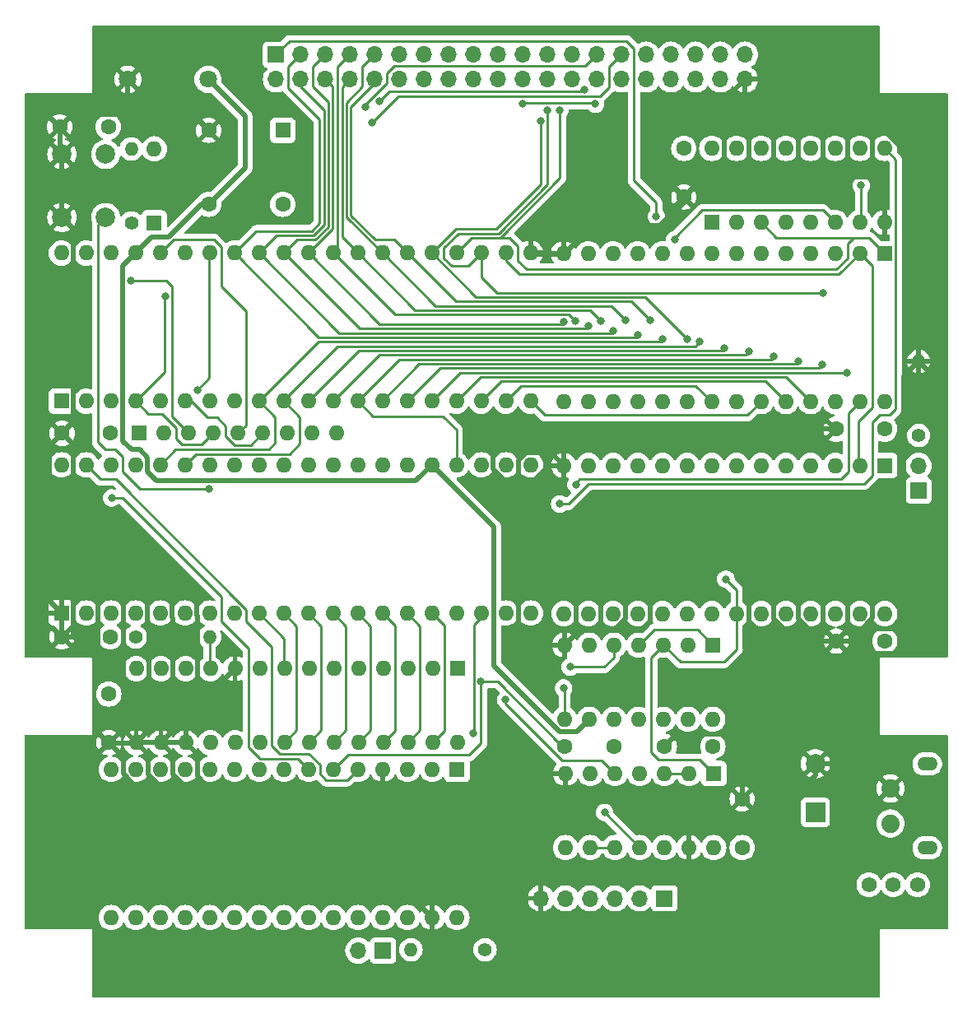
<source format=gbl>
%TF.GenerationSoftware,KiCad,Pcbnew,7.0.10-7.0.10~ubuntu22.04.1*%
%TF.CreationDate,2024-04-10T12:24:54+09:00*%
%TF.ProjectId,sbc6502a1,73626336-3530-4326-9131-2e6b69636164,rev?*%
%TF.SameCoordinates,Original*%
%TF.FileFunction,Copper,L2,Bot*%
%TF.FilePolarity,Positive*%
%FSLAX46Y46*%
G04 Gerber Fmt 4.6, Leading zero omitted, Abs format (unit mm)*
G04 Created by KiCad (PCBNEW 7.0.10-7.0.10~ubuntu22.04.1) date 2024-04-10 12:24:54*
%MOMM*%
%LPD*%
G01*
G04 APERTURE LIST*
%TA.AperFunction,ComponentPad*%
%ADD10R,1.600000X1.600000*%
%TD*%
%TA.AperFunction,ComponentPad*%
%ADD11C,1.600000*%
%TD*%
%TA.AperFunction,ComponentPad*%
%ADD12R,1.700000X1.700000*%
%TD*%
%TA.AperFunction,ComponentPad*%
%ADD13O,1.700000X1.700000*%
%TD*%
%TA.AperFunction,ComponentPad*%
%ADD14O,1.600000X1.600000*%
%TD*%
%TA.AperFunction,ComponentPad*%
%ADD15C,1.800000*%
%TD*%
%TA.AperFunction,ComponentPad*%
%ADD16C,1.562000*%
%TD*%
%TA.AperFunction,ComponentPad*%
%ADD17C,1.400000*%
%TD*%
%TA.AperFunction,ComponentPad*%
%ADD18O,1.400000X1.400000*%
%TD*%
%TA.AperFunction,ComponentPad*%
%ADD19O,2.062000X1.362000*%
%TD*%
%TA.AperFunction,ComponentPad*%
%ADD20C,1.882000*%
%TD*%
%TA.AperFunction,ComponentPad*%
%ADD21R,2.000000X2.000000*%
%TD*%
%TA.AperFunction,ComponentPad*%
%ADD22C,2.000000*%
%TD*%
%TA.AperFunction,ViaPad*%
%ADD23C,0.800000*%
%TD*%
%TA.AperFunction,Conductor*%
%ADD24C,0.500000*%
%TD*%
%TA.AperFunction,Conductor*%
%ADD25C,0.250000*%
%TD*%
%TA.AperFunction,Conductor*%
%ADD26C,0.600000*%
%TD*%
G04 APERTURE END LIST*
D10*
%TO.P,X1,1,EN*%
%TO.N,unconnected-(X1-EN-Pad1)*%
X56591200Y-40792400D03*
D11*
%TO.P,X1,4,GND*%
%TO.N,GND*%
X48971200Y-40792400D03*
%TO.P,X1,5,OUT*%
%TO.N,/CLK*%
X48971200Y-48412400D03*
%TO.P,X1,8,Vcc*%
%TO.N,VCC*%
X56591200Y-48412400D03*
%TD*%
D12*
%TO.P,J1,1,Pin_1*%
%TO.N,/{slash}RD*%
X55880000Y-33020000D03*
D13*
%TO.P,J1,2,Pin_2*%
%TO.N,/{slash}WR*%
X55880000Y-35560000D03*
%TO.P,J1,3,Pin_3*%
%TO.N,D0*%
X58420000Y-33020000D03*
%TO.P,J1,4,Pin_4*%
%TO.N,D1*%
X58420000Y-35560000D03*
%TO.P,J1,5,Pin_5*%
%TO.N,D2*%
X60960000Y-33020000D03*
%TO.P,J1,6,Pin_6*%
%TO.N,D3*%
X60960000Y-35560000D03*
%TO.P,J1,7,Pin_7*%
%TO.N,D4*%
X63500000Y-33020000D03*
%TO.P,J1,8,Pin_8*%
%TO.N,D5*%
X63500000Y-35560000D03*
%TO.P,J1,9,Pin_9*%
%TO.N,D6*%
X66040000Y-33020000D03*
%TO.P,J1,10,Pin_10*%
%TO.N,D7*%
X66040000Y-35560000D03*
%TO.P,J1,11,Pin_11*%
%TO.N,A0*%
X68580000Y-33020000D03*
%TO.P,J1,12,Pin_12*%
%TO.N,A1*%
X68580000Y-35560000D03*
%TO.P,J1,13,Pin_13*%
%TO.N,A2*%
X71120000Y-33020000D03*
%TO.P,J1,14,Pin_14*%
%TO.N,A3*%
X71120000Y-35560000D03*
%TO.P,J1,15,Pin_15*%
%TO.N,A4*%
X73660000Y-33020000D03*
%TO.P,J1,16,Pin_16*%
%TO.N,A5*%
X73660000Y-35560000D03*
%TO.P,J1,17,Pin_17*%
%TO.N,A6*%
X76200000Y-33020000D03*
%TO.P,J1,18,Pin_18*%
%TO.N,A7*%
X76200000Y-35560000D03*
%TO.P,J1,19,Pin_19*%
%TO.N,A8*%
X78740000Y-33020000D03*
%TO.P,J1,20,Pin_20*%
%TO.N,A9*%
X78740000Y-35560000D03*
%TO.P,J1,21,Pin_21*%
%TO.N,A10*%
X81280000Y-33020000D03*
%TO.P,J1,22,Pin_22*%
%TO.N,A11*%
X81280000Y-35560000D03*
%TO.P,J1,23,Pin_23*%
%TO.N,A12*%
X83820000Y-33020000D03*
%TO.P,J1,24,Pin_24*%
%TO.N,A13*%
X83820000Y-35560000D03*
%TO.P,J1,25,Pin_25*%
%TO.N,A14*%
X86360000Y-33020000D03*
%TO.P,J1,26,Pin_26*%
%TO.N,A15*%
X86360000Y-35560000D03*
%TO.P,J1,27,Pin_27*%
%TO.N,/R{slash}W*%
X88900000Y-33020000D03*
%TO.P,J1,28,Pin_28*%
%TO.N,unconnected-(J1-Pin_28-Pad28)*%
X88900000Y-35560000D03*
%TO.P,J1,29,Pin_29*%
%TO.N,/{slash}IRQ*%
X91440000Y-33020000D03*
%TO.P,J1,30,Pin_30*%
%TO.N,/{slash}RST*%
X91440000Y-35560000D03*
%TO.P,J1,31,Pin_31*%
%TO.N,/{slash}CS_80*%
X93980000Y-33020000D03*
%TO.P,J1,32,Pin_32*%
%TO.N,/{slash}CS_88*%
X93980000Y-35560000D03*
%TO.P,J1,33,Pin_33*%
%TO.N,/{slash}CS_90*%
X96520000Y-33020000D03*
%TO.P,J1,34,Pin_34*%
%TO.N,/{slash}CS_98*%
X96520000Y-35560000D03*
%TO.P,J1,35,Pin_35*%
%TO.N,/{slash}CS_c0*%
X99060000Y-33020000D03*
%TO.P,J1,36,Pin_36*%
%TO.N,/{slash}CS_c8*%
X99060000Y-35560000D03*
%TO.P,J1,37,Pin_37*%
%TO.N,/{slash}CS_d0*%
X101600000Y-33020000D03*
%TO.P,J1,38,Pin_38*%
%TO.N,/{slash}CS_d8*%
X101600000Y-35560000D03*
%TO.P,J1,39,Pin_39*%
%TO.N,VCC*%
X104140000Y-33020000D03*
%TO.P,J1,40,Pin_40*%
%TO.N,GND*%
X104140000Y-35560000D03*
%TD*%
D11*
%TO.P,C1,1*%
%TO.N,Net-(C1-Pad1)*%
X90616400Y-104168800D03*
%TO.P,C1,2*%
%TO.N,/CON_DA*%
X85616400Y-104168800D03*
%TD*%
%TO.P,C4,1*%
%TO.N,VCC*%
X38876600Y-71961600D03*
%TO.P,C4,2*%
%TO.N,GND*%
X33876600Y-71961600D03*
%TD*%
D10*
%TO.P,A1,1,D1/TX*%
%TO.N,/TX*%
X74502000Y-106541000D03*
D14*
%TO.P,A1,2,D0/RX*%
%TO.N,/RX*%
X71962000Y-106541000D03*
%TO.P,A1,3,~{RESET}*%
%TO.N,/{slash}EXTRST*%
X69422000Y-106541000D03*
%TO.P,A1,4,GND*%
%TO.N,GND*%
X66882000Y-106541000D03*
%TO.P,A1,5,D2*%
%TO.N,/KBD_RDY*%
X64342000Y-106541000D03*
%TO.P,A1,6,D3*%
%TO.N,/CON_DA*%
X61802000Y-106541000D03*
%TO.P,A1,7,D4*%
%TO.N,/KBD_ST*%
X59262000Y-106541000D03*
%TO.P,A1,8,D5*%
%TO.N,/CON_RDA*%
X56722000Y-106541000D03*
%TO.P,A1,9,D6*%
%TO.N,unconnected-(A1-D6-Pad9)*%
X54182000Y-106541000D03*
%TO.P,A1,10,D7*%
%TO.N,unconnected-(A1-D7-Pad10)*%
X51642000Y-106541000D03*
%TO.P,A1,11,D8*%
%TO.N,unconnected-(A1-D8-Pad11)*%
X49102000Y-106541000D03*
%TO.P,A1,12,D9*%
%TO.N,unconnected-(A1-D9-Pad12)*%
X46562000Y-106541000D03*
%TO.P,A1,13,D10*%
%TO.N,/{slash}SS*%
X44022000Y-106541000D03*
%TO.P,A1,14,D11*%
%TO.N,/MOSI*%
X41482000Y-106541000D03*
%TO.P,A1,15,D12*%
%TO.N,/MISO*%
X38942000Y-106541000D03*
%TO.P,A1,16,D13*%
%TO.N,/SCK*%
X38942000Y-121781000D03*
%TO.P,A1,17,3V3*%
%TO.N,unconnected-(A1-3V3-Pad17)*%
X41482000Y-121781000D03*
%TO.P,A1,18,AREF*%
%TO.N,unconnected-(A1-AREF-Pad18)*%
X44022000Y-121781000D03*
%TO.P,A1,19,A0*%
%TO.N,unconnected-(A1-A0-Pad19)*%
X46562000Y-121781000D03*
%TO.P,A1,20,A1*%
%TO.N,unconnected-(A1-A1-Pad20)*%
X49102000Y-121781000D03*
%TO.P,A1,21,A2*%
%TO.N,unconnected-(A1-A2-Pad21)*%
X51642000Y-121781000D03*
%TO.P,A1,22,A3*%
%TO.N,unconnected-(A1-A3-Pad22)*%
X54182000Y-121781000D03*
%TO.P,A1,23,A4*%
%TO.N,unconnected-(A1-A4-Pad23)*%
X56722000Y-121781000D03*
%TO.P,A1,24,A5*%
%TO.N,unconnected-(A1-A5-Pad24)*%
X59262000Y-121781000D03*
%TO.P,A1,25,A6*%
%TO.N,unconnected-(A1-A6-Pad25)*%
X61802000Y-121781000D03*
%TO.P,A1,26,A7*%
%TO.N,unconnected-(A1-A7-Pad26)*%
X64342000Y-121781000D03*
%TO.P,A1,27,+5V*%
%TO.N,VDD*%
X66882000Y-121781000D03*
%TO.P,A1,28,~{RESET}*%
%TO.N,/{slash}EXTRST*%
X69422000Y-121781000D03*
%TO.P,A1,29,GND*%
%TO.N,GND*%
X71962000Y-121781000D03*
%TO.P,A1,30,VIN*%
%TO.N,unconnected-(A1-VIN-Pad30)*%
X74502000Y-121781000D03*
%TD*%
D10*
%TO.P,U4,1*%
%TO.N,/R{slash}W*%
X100821400Y-93764800D03*
D14*
%TO.P,U4,2*%
%TO.N,/CLK*%
X98281400Y-93764800D03*
%TO.P,U4,3*%
%TO.N,/{slash}RD*%
X95741400Y-93764800D03*
%TO.P,U4,4*%
%TO.N,/R{slash}W*%
X93201400Y-93764800D03*
%TO.P,U4,5*%
X90661400Y-93764800D03*
%TO.P,U4,6*%
%TO.N,Net-(U4-Pad10)*%
X88121400Y-93764800D03*
%TO.P,U4,7,GND*%
%TO.N,GND*%
X85581400Y-93764800D03*
%TO.P,U4,8*%
%TO.N,/{slash}WR*%
X85581400Y-101384800D03*
%TO.P,U4,9*%
%TO.N,/CLK*%
X88121400Y-101384800D03*
%TO.P,U4,10*%
%TO.N,Net-(U4-Pad10)*%
X90661400Y-101384800D03*
%TO.P,U4,11*%
%TO.N,Net-(U7-~{CE})*%
X93201400Y-101384800D03*
%TO.P,U4,12*%
%TO.N,A13*%
X95741400Y-101384800D03*
%TO.P,U4,13*%
%TO.N,A15*%
X98281400Y-101384800D03*
%TO.P,U4,14,VCC*%
%TO.N,VCC*%
X100821400Y-101384800D03*
%TD*%
D10*
%TO.P,U2,1,VSS*%
%TO.N,GND*%
X33811200Y-90452800D03*
D14*
%TO.P,U2,2,PA0*%
%TO.N,KBD0*%
X36351200Y-90452800D03*
%TO.P,U2,3,PA1*%
%TO.N,KBD1*%
X38891200Y-90452800D03*
%TO.P,U2,4,PA2*%
%TO.N,KBD2*%
X41431200Y-90452800D03*
%TO.P,U2,5,PA3*%
%TO.N,KBD3*%
X43971200Y-90452800D03*
%TO.P,U2,6,PA4*%
%TO.N,KBD4*%
X46511200Y-90452800D03*
%TO.P,U2,7,PA5*%
%TO.N,KBD5*%
X49051200Y-90452800D03*
%TO.P,U2,8,PA6*%
%TO.N,KBD6*%
X51591200Y-90452800D03*
%TO.P,U2,9,PA7*%
%TO.N,KBD7*%
X54131200Y-90452800D03*
%TO.P,U2,10,PB0*%
%TO.N,CON0*%
X56671200Y-90452800D03*
%TO.P,U2,11,PB1*%
%TO.N,CON1*%
X59211200Y-90452800D03*
%TO.P,U2,12,PB2*%
%TO.N,CON2*%
X61751200Y-90452800D03*
%TO.P,U2,13,PB3*%
%TO.N,CON3*%
X64291200Y-90452800D03*
%TO.P,U2,14,PB4*%
%TO.N,CON4*%
X66831200Y-90452800D03*
%TO.P,U2,15,PB5*%
%TO.N,CON5*%
X69371200Y-90452800D03*
%TO.P,U2,16,PB6*%
%TO.N,CON6*%
X71911200Y-90452800D03*
%TO.P,U2,17,PB7*%
%TO.N,/CON_DA*%
X74451200Y-90452800D03*
%TO.P,U2,18,CB1*%
%TO.N,/CON_RDA*%
X76991200Y-90452800D03*
%TO.P,U2,19,CB2*%
%TO.N,/CB2*%
X79531200Y-90452800D03*
%TO.P,U2,20,VCC*%
%TO.N,VCC*%
X82071200Y-90452800D03*
%TO.P,U2,21,R/~{W}*%
%TO.N,/R{slash}W*%
X82071200Y-75212800D03*
%TO.P,U2,22,CS0*%
%TO.N,VCC*%
X79531200Y-75212800D03*
%TO.P,U2,23,~{CS2}*%
%TO.N,/{slash}CS_d0*%
X76991200Y-75212800D03*
%TO.P,U2,24,CS1*%
%TO.N,A4*%
X74451200Y-75212800D03*
%TO.P,U2,25,\u03D52*%
%TO.N,/CLK*%
X71911200Y-75212800D03*
%TO.P,U2,26,D7*%
%TO.N,D7*%
X69371200Y-75212800D03*
%TO.P,U2,27,D6*%
%TO.N,D6*%
X66831200Y-75212800D03*
%TO.P,U2,28,D5*%
%TO.N,D5*%
X64291200Y-75212800D03*
%TO.P,U2,29,D4*%
%TO.N,D4*%
X61751200Y-75212800D03*
%TO.P,U2,30,D3*%
%TO.N,D3*%
X59211200Y-75212800D03*
%TO.P,U2,31,D2*%
%TO.N,D2*%
X56671200Y-75212800D03*
%TO.P,U2,32,D1*%
%TO.N,D1*%
X54131200Y-75212800D03*
%TO.P,U2,33,D0*%
%TO.N,D0*%
X51591200Y-75212800D03*
%TO.P,U2,34,~{RES}*%
%TO.N,/{slash}RST*%
X49051200Y-75212800D03*
%TO.P,U2,35,RS1*%
%TO.N,A1*%
X46511200Y-75212800D03*
%TO.P,U2,36,RS0*%
%TO.N,A0*%
X43971200Y-75212800D03*
%TO.P,U2,37,~{IRQB}*%
%TO.N,unconnected-(U2-~{IRQB}-Pad37)*%
X41431200Y-75212800D03*
%TO.P,U2,38,~{IRQA}*%
%TO.N,unconnected-(U2-~{IRQA}-Pad38)*%
X38891200Y-75212800D03*
%TO.P,U2,39,CA2*%
%TO.N,/KBD_RDY*%
X36351200Y-75212800D03*
%TO.P,U2,40,CA1*%
%TO.N,/KBD_ST*%
X33811200Y-75212800D03*
%TD*%
D15*
%TO.P,TP2,1,1*%
%TO.N,/CLK*%
X48895000Y-35560000D03*
%TD*%
D10*
%TO.P,U5,1,A0*%
%TO.N,A11*%
X100714800Y-50270000D03*
D14*
%TO.P,U5,2,A1*%
%TO.N,A12*%
X103254800Y-50270000D03*
%TO.P,U5,3,A2*%
%TO.N,A14*%
X105794800Y-50270000D03*
%TO.P,U5,4,~{E0}*%
%TO.N,A13*%
X108334800Y-50270000D03*
%TO.P,U5,5,~{E1}*%
X110874800Y-50270000D03*
%TO.P,U5,6,E2*%
%TO.N,A15*%
X113414800Y-50270000D03*
%TO.P,U5,7,~{Y7}*%
%TO.N,/{slash}CS_d8*%
X115954800Y-50270000D03*
%TO.P,U5,8,GND*%
%TO.N,GND*%
X118494800Y-50270000D03*
%TO.P,U5,9,~{Y6}*%
%TO.N,/{slash}CS_d0*%
X118494800Y-42650000D03*
%TO.P,U5,10,~{Y5}*%
%TO.N,/{slash}CS_c8*%
X115954800Y-42650000D03*
%TO.P,U5,11,~{Y4}*%
%TO.N,/{slash}CS_c0*%
X113414800Y-42650000D03*
%TO.P,U5,12,~{Y3}*%
%TO.N,/{slash}CS_98*%
X110874800Y-42650000D03*
%TO.P,U5,13,~{Y2}*%
%TO.N,/{slash}CS_90*%
X108334800Y-42650000D03*
%TO.P,U5,14,~{Y1}*%
%TO.N,/{slash}CS_88*%
X105794800Y-42650000D03*
%TO.P,U5,15,~{Y0}*%
%TO.N,/{slash}CS_80*%
X103254800Y-42650000D03*
%TO.P,U5,16,VCC*%
%TO.N,VCC*%
X100714800Y-42650000D03*
%TD*%
D11*
%TO.P,C2,1*%
%TO.N,/{slash}RST*%
X38637600Y-40442600D03*
%TO.P,C2,2*%
%TO.N,GND*%
X33637600Y-40442600D03*
%TD*%
D10*
%TO.P,D1,1,K*%
%TO.N,VCC*%
X43365800Y-50323200D03*
D14*
%TO.P,D1,2,A*%
%TO.N,/{slash}RST*%
X43365800Y-42703200D03*
%TD*%
D11*
%TO.P,C7,1*%
%TO.N,VCC*%
X100832200Y-104178800D03*
%TO.P,C7,2*%
%TO.N,GND*%
X95832200Y-104178800D03*
%TD*%
%TO.P,C11,1*%
%TO.N,VCC*%
X38684200Y-98784400D03*
%TO.P,C11,2*%
%TO.N,GND*%
X38684200Y-103784400D03*
%TD*%
D12*
%TO.P,JP1,1,A*%
%TO.N,VCC*%
X122000000Y-77854400D03*
D13*
%TO.P,JP1,2,B*%
%TO.N,/ROMBANK*%
X122000000Y-75314400D03*
%TD*%
D10*
%TO.P,U1,1,~{VP}*%
%TO.N,unconnected-(U1-~{VP}-Pad1)*%
X33811200Y-68659600D03*
D14*
%TO.P,U1,2,RDY*%
%TO.N,/RDY*%
X36351200Y-68659600D03*
%TO.P,U1,3,\u03D51*%
%TO.N,unconnected-(U1-\u03D51-Pad3)*%
X38891200Y-68659600D03*
%TO.P,U1,4,~{IRQ}*%
%TO.N,/{slash}IRQ*%
X41431200Y-68659600D03*
%TO.P,U1,5,~{ML}*%
%TO.N,unconnected-(U1-~{ML}-Pad5)*%
X43971200Y-68659600D03*
%TO.P,U1,6,~{NMI}*%
%TO.N,/{slash}NMI*%
X46511200Y-68659600D03*
%TO.P,U1,7,SYNC*%
%TO.N,unconnected-(U1-SYNC-Pad7)*%
X49051200Y-68659600D03*
%TO.P,U1,8,VDD*%
%TO.N,VCC*%
X51591200Y-68659600D03*
%TO.P,U1,9,A0*%
%TO.N,A0*%
X54131200Y-68659600D03*
%TO.P,U1,10,A1*%
%TO.N,A1*%
X56671200Y-68659600D03*
%TO.P,U1,11,A2*%
%TO.N,A2*%
X59211200Y-68659600D03*
%TO.P,U1,12,A3*%
%TO.N,A3*%
X61751200Y-68659600D03*
%TO.P,U1,13,A4*%
%TO.N,A4*%
X64291200Y-68659600D03*
%TO.P,U1,14,A5*%
%TO.N,A5*%
X66831200Y-68659600D03*
%TO.P,U1,15,A6*%
%TO.N,A6*%
X69371200Y-68659600D03*
%TO.P,U1,16,A7*%
%TO.N,A7*%
X71911200Y-68659600D03*
%TO.P,U1,17,A8*%
%TO.N,A8*%
X74451200Y-68659600D03*
%TO.P,U1,18,A9*%
%TO.N,A9*%
X76991200Y-68659600D03*
%TO.P,U1,19,A10*%
%TO.N,A10*%
X79531200Y-68659600D03*
%TO.P,U1,20,A11*%
%TO.N,A11*%
X82071200Y-68659600D03*
%TO.P,U1,21,VSS*%
%TO.N,GND*%
X82071200Y-53419600D03*
%TO.P,U1,22,A12*%
%TO.N,A12*%
X79531200Y-53419600D03*
%TO.P,U1,23,A13*%
%TO.N,A13*%
X76991200Y-53419600D03*
%TO.P,U1,24,A14*%
%TO.N,A14*%
X74451200Y-53419600D03*
%TO.P,U1,25,A15*%
%TO.N,A15*%
X71911200Y-53419600D03*
%TO.P,U1,26,D7*%
%TO.N,D7*%
X69371200Y-53419600D03*
%TO.P,U1,27,D6*%
%TO.N,D6*%
X66831200Y-53419600D03*
%TO.P,U1,28,D5*%
%TO.N,D5*%
X64291200Y-53419600D03*
%TO.P,U1,29,D4*%
%TO.N,D4*%
X61751200Y-53419600D03*
%TO.P,U1,30,D3*%
%TO.N,D3*%
X59211200Y-53419600D03*
%TO.P,U1,31,D2*%
%TO.N,D2*%
X56671200Y-53419600D03*
%TO.P,U1,32,D1*%
%TO.N,D1*%
X54131200Y-53419600D03*
%TO.P,U1,33,D0*%
%TO.N,D0*%
X51591200Y-53419600D03*
%TO.P,U1,34,R/~{W}*%
%TO.N,/R{slash}W*%
X49051200Y-53419600D03*
%TO.P,U1,35,nc*%
%TO.N,unconnected-(U1-nc-Pad35)*%
X46511200Y-53419600D03*
%TO.P,U1,36,BE*%
%TO.N,/BE*%
X43971200Y-53419600D03*
%TO.P,U1,37,\u03D50*%
%TO.N,/CLK*%
X41431200Y-53419600D03*
%TO.P,U1,38,~{SO}*%
%TO.N,/{slash}SO*%
X38891200Y-53419600D03*
%TO.P,U1,39,\u03D52*%
%TO.N,unconnected-(U1-\u03D52-Pad39)*%
X36351200Y-53419600D03*
%TO.P,U1,40,~{RES}*%
%TO.N,/{slash}RST*%
X33811200Y-53419600D03*
%TD*%
D15*
%TO.P,TP1,1,1*%
%TO.N,GND*%
X40640000Y-35560000D03*
%TD*%
D16*
%TO.P,SW2,1,A*%
%TO.N,VCC*%
X116880000Y-118408000D03*
%TO.P,SW2,2,B*%
%TO.N,+5V*%
X119380000Y-118408000D03*
%TO.P,SW2,3,C*%
%TO.N,unconnected-(SW2-C-Pad3)*%
X121880000Y-118408000D03*
%TD*%
D12*
%TO.P,JP2,1,A*%
%TO.N,VCC*%
X66903600Y-125171200D03*
D13*
%TO.P,JP2,2,B*%
%TO.N,VDD*%
X64363600Y-125171200D03*
%TD*%
D17*
%TO.P,R1,1*%
%TO.N,VCC*%
X41003600Y-50323200D03*
D18*
%TO.P,R1,2*%
%TO.N,/{slash}RST*%
X41003600Y-42703200D03*
%TD*%
D10*
%TO.P,U6,1,A14*%
%TO.N,A14*%
X118494800Y-53470400D03*
D14*
%TO.P,U6,2,A12*%
%TO.N,A12*%
X115954800Y-53470400D03*
%TO.P,U6,3,A7*%
%TO.N,A7*%
X113414800Y-53470400D03*
%TO.P,U6,4,A6*%
%TO.N,A6*%
X110874800Y-53470400D03*
%TO.P,U6,5,A5*%
%TO.N,A5*%
X108334800Y-53470400D03*
%TO.P,U6,6,A4*%
%TO.N,A4*%
X105794800Y-53470400D03*
%TO.P,U6,7,A3*%
%TO.N,A3*%
X103254800Y-53470400D03*
%TO.P,U6,8,A2*%
%TO.N,A2*%
X100714800Y-53470400D03*
%TO.P,U6,9,A1*%
%TO.N,A1*%
X98174800Y-53470400D03*
%TO.P,U6,10,A0*%
%TO.N,A0*%
X95634800Y-53470400D03*
%TO.P,U6,11,Q0*%
%TO.N,D0*%
X93094800Y-53470400D03*
%TO.P,U6,12,Q1*%
%TO.N,D1*%
X90554800Y-53470400D03*
%TO.P,U6,13,Q2*%
%TO.N,D2*%
X88014800Y-53470400D03*
%TO.P,U6,14,GND*%
%TO.N,GND*%
X85474800Y-53470400D03*
%TO.P,U6,15,Q3*%
%TO.N,D3*%
X85474800Y-68710400D03*
%TO.P,U6,16,Q4*%
%TO.N,D4*%
X88014800Y-68710400D03*
%TO.P,U6,17,Q5*%
%TO.N,D5*%
X90554800Y-68710400D03*
%TO.P,U6,18,Q6*%
%TO.N,D6*%
X93094800Y-68710400D03*
%TO.P,U6,19,Q7*%
%TO.N,D7*%
X95634800Y-68710400D03*
%TO.P,U6,20,~{CS}*%
%TO.N,A15*%
X98174800Y-68710400D03*
%TO.P,U6,21,A10*%
%TO.N,A10*%
X100714800Y-68710400D03*
%TO.P,U6,22,~{OE}*%
%TO.N,/{slash}RD*%
X103254800Y-68710400D03*
%TO.P,U6,23,A11*%
%TO.N,A11*%
X105794800Y-68710400D03*
%TO.P,U6,24,A9*%
%TO.N,A9*%
X108334800Y-68710400D03*
%TO.P,U6,25,A8*%
%TO.N,A8*%
X110874800Y-68710400D03*
%TO.P,U6,26,A13*%
%TO.N,A13*%
X113414800Y-68710400D03*
%TO.P,U6,27,~{WE}*%
%TO.N,/{slash}WR*%
X115954800Y-68710400D03*
%TO.P,U6,28,VCC*%
%TO.N,VCC*%
X118494800Y-68710400D03*
%TD*%
D10*
%TO.P,U3,1*%
%TO.N,/{slash}RD*%
X100918000Y-106962800D03*
D14*
%TO.P,U3,2*%
%TO.N,Net-(U3-Pad2)*%
X98378000Y-106962800D03*
%TO.P,U3,3*%
X95838000Y-106962800D03*
%TO.P,U3,4*%
%TO.N,unconnected-(U3-Pad4)*%
X93298000Y-106962800D03*
%TO.P,U3,5*%
%TO.N,/CB2*%
X90758000Y-106962800D03*
%TO.P,U3,6*%
%TO.N,Net-(C1-Pad1)*%
X88218000Y-106962800D03*
%TO.P,U3,7,GND*%
%TO.N,GND*%
X85678000Y-106962800D03*
%TO.P,U3,8*%
%TO.N,unconnected-(U3-Pad8)*%
X85678000Y-114582800D03*
%TO.P,U3,9*%
%TO.N,Net-(U3-Pad10)*%
X88218000Y-114582800D03*
%TO.P,U3,10*%
X90758000Y-114582800D03*
%TO.P,U3,11*%
%TO.N,/{slash}WR*%
X93298000Y-114582800D03*
%TO.P,U3,12*%
%TO.N,unconnected-(U3-Pad12)*%
X95838000Y-114582800D03*
%TO.P,U3,13*%
%TO.N,GND*%
X98378000Y-114582800D03*
%TO.P,U3,14,VCC*%
%TO.N,VCC*%
X100918000Y-114582800D03*
%TD*%
D11*
%TO.P,C10,1*%
%TO.N,VCC*%
X118516400Y-93348400D03*
%TO.P,C10,2*%
%TO.N,GND*%
X113516400Y-93348400D03*
%TD*%
D17*
%TO.P,R3,1*%
%TO.N,VCC*%
X41452800Y-92913200D03*
D18*
%TO.P,R3,2*%
%TO.N,/{slash}SS*%
X49072800Y-92913200D03*
%TD*%
D10*
%TO.P,U8,1,GPB0*%
%TO.N,KBD0*%
X74527400Y-96167800D03*
D14*
%TO.P,U8,2,GPB1*%
%TO.N,KBD1*%
X71987400Y-96167800D03*
%TO.P,U8,3,GPB2*%
%TO.N,KBD2*%
X69447400Y-96167800D03*
%TO.P,U8,4,GPB3*%
%TO.N,KBD3*%
X66907400Y-96167800D03*
%TO.P,U8,5,GPB4*%
%TO.N,KBD4*%
X64367400Y-96167800D03*
%TO.P,U8,6,GPB5*%
%TO.N,KBD5*%
X61827400Y-96167800D03*
%TO.P,U8,7,GPB6*%
%TO.N,KBD6*%
X59287400Y-96167800D03*
%TO.P,U8,8,GPB7*%
%TO.N,KBD7*%
X56747400Y-96167800D03*
%TO.P,U8,9,VDD*%
%TO.N,VCC*%
X54207400Y-96167800D03*
%TO.P,U8,10,VSS*%
%TO.N,GND*%
X51667400Y-96167800D03*
%TO.P,U8,11,~{CS}*%
%TO.N,/{slash}SS*%
X49127400Y-96167800D03*
%TO.P,U8,12,SCK*%
%TO.N,/SCK*%
X46587400Y-96167800D03*
%TO.P,U8,13,SI*%
%TO.N,/MOSI*%
X44047400Y-96167800D03*
%TO.P,U8,14,SO*%
%TO.N,/MISO*%
X41507400Y-96167800D03*
%TO.P,U8,15,A0*%
%TO.N,GND*%
X41507400Y-103787800D03*
%TO.P,U8,16,A1*%
X44047400Y-103787800D03*
%TO.P,U8,17,A2*%
X46587400Y-103787800D03*
%TO.P,U8,18,~{RESET}*%
%TO.N,/{slash}EXTRST*%
X49127400Y-103787800D03*
%TO.P,U8,19,INTB*%
%TO.N,unconnected-(U8-INTB-Pad19)*%
X51667400Y-103787800D03*
%TO.P,U8,20,INTA*%
%TO.N,unconnected-(U8-INTA-Pad20)*%
X54207400Y-103787800D03*
%TO.P,U8,21,GPA0*%
%TO.N,CON0*%
X56747400Y-103787800D03*
%TO.P,U8,22,GPA1*%
%TO.N,CON1*%
X59287400Y-103787800D03*
%TO.P,U8,23,GPA2*%
%TO.N,CON2*%
X61827400Y-103787800D03*
%TO.P,U8,24,GPA3*%
%TO.N,CON3*%
X64367400Y-103787800D03*
%TO.P,U8,25,GPA4*%
%TO.N,CON4*%
X66907400Y-103787800D03*
%TO.P,U8,26,GPA5*%
%TO.N,CON5*%
X69447400Y-103787800D03*
%TO.P,U8,27,GPA6*%
%TO.N,CON6*%
X71987400Y-103787800D03*
%TO.P,U8,28,GPA7*%
%TO.N,unconnected-(U8-GPA7-Pad28)*%
X74527400Y-103787800D03*
%TD*%
D19*
%TO.P,J2,*%
%TO.N,*%
X122885461Y-105980000D03*
X122885461Y-114610000D03*
D20*
%TO.P,J2,1,In*%
%TO.N,+5V*%
X119085461Y-112100000D03*
%TO.P,J2,2,Ext*%
%TO.N,GND*%
X119085461Y-108500000D03*
%TD*%
D12*
%TO.P,J3,1,Pin_1*%
%TO.N,unconnected-(J3-Pin_1-Pad1)*%
X95840400Y-119805600D03*
D13*
%TO.P,J3,2,Pin_2*%
%TO.N,/TX*%
X93300400Y-119805600D03*
%TO.P,J3,3,Pin_3*%
%TO.N,/RX*%
X90760400Y-119805600D03*
%TO.P,J3,4,Pin_4*%
%TO.N,unconnected-(J3-Pin_4-Pad4)*%
X88220400Y-119805600D03*
%TO.P,J3,5,Pin_5*%
%TO.N,unconnected-(J3-Pin_5-Pad5)*%
X85680400Y-119805600D03*
%TO.P,J3,6,Pin_6*%
%TO.N,GND*%
X83140400Y-119805600D03*
%TD*%
D21*
%TO.P,C3,1*%
%TO.N,VCC*%
X111379000Y-110952677D03*
D22*
%TO.P,C3,2*%
%TO.N,GND*%
X111379000Y-105952677D03*
%TD*%
D10*
%TO.P,U7,1,A15*%
%TO.N,/ROMBANK*%
X118517000Y-75280400D03*
D14*
%TO.P,U7,2,A12*%
%TO.N,A12*%
X115977000Y-75280400D03*
%TO.P,U7,3,A7*%
%TO.N,A7*%
X113437000Y-75280400D03*
%TO.P,U7,4,A6*%
%TO.N,A6*%
X110897000Y-75280400D03*
%TO.P,U7,5,A5*%
%TO.N,A5*%
X108357000Y-75280400D03*
%TO.P,U7,6,A4*%
%TO.N,A4*%
X105817000Y-75280400D03*
%TO.P,U7,7,A3*%
%TO.N,A3*%
X103277000Y-75280400D03*
%TO.P,U7,8,A2*%
%TO.N,A2*%
X100737000Y-75280400D03*
%TO.P,U7,9,A1*%
%TO.N,A1*%
X98197000Y-75280400D03*
%TO.P,U7,10,A0*%
%TO.N,A0*%
X95657000Y-75280400D03*
%TO.P,U7,11,D0*%
%TO.N,D0*%
X93117000Y-75280400D03*
%TO.P,U7,12,D1*%
%TO.N,D1*%
X90577000Y-75280400D03*
%TO.P,U7,13,D2*%
%TO.N,D2*%
X88037000Y-75280400D03*
%TO.P,U7,14,GND*%
%TO.N,GND*%
X85497000Y-75280400D03*
%TO.P,U7,15,D3*%
%TO.N,D3*%
X85497000Y-90520400D03*
%TO.P,U7,16,D4*%
%TO.N,D4*%
X88037000Y-90520400D03*
%TO.P,U7,17,D5*%
%TO.N,D5*%
X90577000Y-90520400D03*
%TO.P,U7,18,D6*%
%TO.N,D6*%
X93117000Y-90520400D03*
%TO.P,U7,19,D7*%
%TO.N,D7*%
X95657000Y-90520400D03*
%TO.P,U7,20,~{CE}*%
%TO.N,Net-(U7-~{CE})*%
X98197000Y-90520400D03*
%TO.P,U7,21,A10*%
%TO.N,A10*%
X100737000Y-90520400D03*
%TO.P,U7,22,~{OE}*%
%TO.N,/{slash}RD*%
X103277000Y-90520400D03*
%TO.P,U7,23,A11*%
%TO.N,A11*%
X105817000Y-90520400D03*
%TO.P,U7,24,A9*%
%TO.N,A9*%
X108357000Y-90520400D03*
%TO.P,U7,25,A8*%
%TO.N,A8*%
X110897000Y-90520400D03*
%TO.P,U7,26,A13*%
%TO.N,A13*%
X113437000Y-90520400D03*
%TO.P,U7,27,A14*%
%TO.N,A14*%
X115977000Y-90520400D03*
%TO.P,U7,28,VCC*%
%TO.N,VCC*%
X118517000Y-90520400D03*
%TD*%
D11*
%TO.P,C9,1*%
%TO.N,VCC*%
X118505600Y-71529800D03*
%TO.P,C9,2*%
%TO.N,GND*%
X113505600Y-71529800D03*
%TD*%
D17*
%TO.P,R2,1*%
%TO.N,/ROMBANK*%
X122000000Y-72190200D03*
D18*
%TO.P,R2,2*%
%TO.N,GND*%
X122000000Y-64570200D03*
%TD*%
D22*
%TO.P,SW1,1,1*%
%TO.N,GND*%
X33862000Y-49762000D03*
X33862000Y-43262000D03*
%TO.P,SW1,2,2*%
%TO.N,/{slash}RST*%
X38362000Y-49762000D03*
X38362000Y-43262000D03*
%TD*%
D11*
%TO.P,C5,1*%
%TO.N,VCC*%
X38851200Y-92891200D03*
%TO.P,C5,2*%
%TO.N,GND*%
X33851200Y-92891200D03*
%TD*%
%TO.P,C6,1*%
%TO.N,VCC*%
X103839000Y-114582800D03*
%TO.P,C6,2*%
%TO.N,GND*%
X103839000Y-109582800D03*
%TD*%
D17*
%TO.P,R4,1*%
%TO.N,VCC*%
X77388800Y-125095000D03*
D18*
%TO.P,R4,2*%
%TO.N,/{slash}EXTRST*%
X69768800Y-125095000D03*
%TD*%
D10*
%TO.P,RN1,1,common*%
%TO.N,VCC*%
X41837600Y-71961600D03*
D14*
%TO.P,RN1,2,R1*%
%TO.N,/RDY*%
X44377600Y-71961600D03*
%TO.P,RN1,3,R2*%
%TO.N,/{slash}SO*%
X46917600Y-71961600D03*
%TO.P,RN1,4,R3*%
%TO.N,/{slash}IRQ*%
X49457600Y-71961600D03*
%TO.P,RN1,5,R4*%
%TO.N,/BE*%
X51997600Y-71961600D03*
%TO.P,RN1,6,R5*%
%TO.N,/{slash}NMI*%
X54537600Y-71961600D03*
%TO.P,RN1,7,R6*%
%TO.N,unconnected-(RN1-R6-Pad7)*%
X57077600Y-71961600D03*
%TO.P,RN1,8,R7*%
%TO.N,unconnected-(RN1-R7-Pad8)*%
X59617600Y-71961600D03*
%TO.P,RN1,9,R8*%
%TO.N,unconnected-(RN1-R8-Pad9)*%
X62157600Y-71961600D03*
%TD*%
D11*
%TO.P,C8,1*%
%TO.N,VCC*%
X97844600Y-42650000D03*
%TO.P,C8,2*%
%TO.N,GND*%
X97844600Y-47650000D03*
%TD*%
D23*
%TO.N,/{slash}WR*%
X66548000Y-37846000D03*
X87630000Y-36613000D03*
%TO.N,/KBD_ST*%
X38989000Y-78613000D03*
%TO.N,/{slash}WR*%
X89687600Y-110972400D03*
%TO.N,GND*%
X80835500Y-69977000D03*
%TO.N,/CON_DA*%
X76954000Y-97536000D03*
%TO.N,/CON_RDA*%
X76200000Y-102870000D03*
%TO.N,/{slash}RST*%
X49022000Y-77685000D03*
%TO.N,/{slash}RD*%
X94996000Y-49657000D03*
X102158800Y-86969600D03*
%TO.N,/{slash}WR*%
X85471000Y-98171000D03*
X86736347Y-77220653D03*
%TO.N,D0*%
X93094800Y-61838600D03*
%TO.N,D1*%
X90554800Y-61388600D03*
%TO.N,D2*%
X88014800Y-60938600D03*
%TO.N,D3*%
X85474800Y-60488600D03*
%TO.N,D4*%
X86694000Y-60430000D03*
%TO.N,D5*%
X89284800Y-60379200D03*
%TO.N,D6*%
X91824800Y-60328400D03*
%TO.N,D7*%
X94364800Y-60328400D03*
%TO.N,A0*%
X95634800Y-62288600D03*
%TO.N,A1*%
X99495600Y-62542800D03*
%TO.N,A2*%
X101984800Y-63188600D03*
%TO.N,A3*%
X104524800Y-63579600D03*
%TO.N,A4*%
X107115600Y-64036800D03*
%TO.N,A5*%
X109604800Y-64538600D03*
%TO.N,A6*%
X112094000Y-64900400D03*
%TO.N,A7*%
X114630600Y-65713200D03*
%TO.N,A11*%
X81280000Y-38100000D03*
X88737147Y-38098853D03*
%TO.N,A13*%
X83820000Y-38735000D03*
X112144800Y-57513600D03*
%TO.N,A14*%
X85085347Y-38730347D03*
%TO.N,A15*%
X83095000Y-39878000D03*
X98174800Y-62288600D03*
X96904800Y-52070000D03*
%TO.N,/R{slash}W*%
X47802800Y-67513200D03*
X86143000Y-96012000D03*
X65123352Y-38381648D03*
%TO.N,/{slash}IRQ*%
X65721400Y-40005000D03*
X44487000Y-57912000D03*
%TO.N,/{slash}CS_d0*%
X85073147Y-79240053D03*
%TO.N,/{slash}CS_d8*%
X116078000Y-46482000D03*
%TO.N,/CB2*%
X79497347Y-99369453D03*
%TO.N,/{slash}SO*%
X40982000Y-56261000D03*
%TD*%
D24*
%TO.N,GND*%
X78241200Y-74431200D02*
X78241200Y-75690567D01*
X78241200Y-75690567D02*
X80396316Y-77845684D01*
X80835500Y-69977000D02*
X80835500Y-71818500D01*
X80835500Y-69977000D02*
X82388300Y-71529800D01*
X82388300Y-71529800D02*
X85598000Y-71529800D01*
X80835500Y-71818500D02*
X78232000Y-74422000D01*
X78232000Y-74422000D02*
X78241200Y-74431200D01*
D25*
%TO.N,A11*%
X88737147Y-38098853D02*
X88643641Y-38005347D01*
X88643641Y-38005347D02*
X81374653Y-38005347D01*
X81374653Y-38005347D02*
X81280000Y-38100000D01*
%TO.N,A13*%
X73152000Y-52882800D02*
X73152000Y-53949600D01*
X74640200Y-51394600D02*
X73152000Y-52882800D01*
X73964800Y-54762400D02*
X75648400Y-54762400D01*
X83820000Y-38735000D02*
X83820000Y-46353602D01*
X73152000Y-53949600D02*
X73964800Y-54762400D01*
X83820000Y-46353602D02*
X78779002Y-51394600D01*
X75648400Y-54762400D02*
X76991200Y-53419600D01*
X78779002Y-51394600D02*
X74640200Y-51394600D01*
%TO.N,A14*%
X85090000Y-45720000D02*
X78965400Y-51844600D01*
X85085347Y-38730347D02*
X85090000Y-38735000D01*
X85090000Y-38735000D02*
X85090000Y-45720000D01*
%TO.N,A15*%
X83095000Y-39878000D02*
X83095000Y-46394200D01*
X83095000Y-46394200D02*
X78544600Y-50944600D01*
X78544600Y-50944600D02*
X74386200Y-50944600D01*
X74386200Y-50944600D02*
X71911200Y-53419600D01*
%TO.N,/{slash}RD*%
X94996000Y-49657000D02*
X94996000Y-48260000D01*
X94996000Y-48260000D02*
X92710000Y-45974000D01*
X92710000Y-45974000D02*
X92710000Y-32385000D01*
X92710000Y-32385000D02*
X91948000Y-31623000D01*
X91948000Y-31623000D02*
X57277000Y-31623000D01*
X57277000Y-31623000D02*
X55880000Y-33020000D01*
%TO.N,/R{slash}W*%
X65123352Y-38381648D02*
X65123352Y-38138349D01*
X65123352Y-38138349D02*
X67310000Y-35951701D01*
X67310000Y-35951701D02*
X67310000Y-34925000D01*
X67310000Y-34925000D02*
X68040000Y-34195000D01*
X78253299Y-34195000D02*
X87725000Y-34195000D01*
X68040000Y-34195000D02*
X76686701Y-34195000D01*
X87725000Y-34195000D02*
X88900000Y-33020000D01*
X76686701Y-34195000D02*
X76718701Y-34163000D01*
X76718701Y-34163000D02*
X78221299Y-34163000D01*
X78221299Y-34163000D02*
X78253299Y-34195000D01*
%TO.N,/{slash}WR*%
X87630000Y-36613000D02*
X87413000Y-36830000D01*
X87413000Y-36830000D02*
X67564000Y-36830000D01*
X67564000Y-36830000D02*
X66548000Y-37846000D01*
%TO.N,/{slash}IRQ*%
X65721400Y-40005000D02*
X65786000Y-40005000D01*
X65786000Y-40005000D02*
X68453000Y-37338000D01*
X68453000Y-37338000D02*
X89204800Y-37338000D01*
X89204800Y-37338000D02*
X90170000Y-36372800D01*
X90170000Y-36372800D02*
X90170000Y-34290000D01*
X90170000Y-34290000D02*
X91440000Y-33020000D01*
D24*
%TO.N,/CLK*%
X42681200Y-75936800D02*
X43579400Y-76835000D01*
X43579400Y-76835000D02*
X70289000Y-76835000D01*
X70289000Y-76835000D02*
X71911200Y-75212800D01*
X41910000Y-73660000D02*
X42681200Y-74431200D01*
X42681200Y-74431200D02*
X42681200Y-75936800D01*
X41431200Y-53419600D02*
X40132000Y-54718800D01*
X40132000Y-72756000D02*
X41036000Y-73660000D01*
X40132000Y-69186567D02*
X40132000Y-72756000D01*
X40141200Y-69177367D02*
X40132000Y-69186567D01*
X40132000Y-68132633D02*
X40141200Y-68141833D01*
X40141200Y-68141833D02*
X40141200Y-69177367D01*
X41036000Y-73660000D02*
X41910000Y-73660000D01*
X40132000Y-54718800D02*
X40132000Y-68132633D01*
D25*
%TO.N,/{slash}CS_d8*%
X116078000Y-46482000D02*
X116078000Y-50146800D01*
X116078000Y-50146800D02*
X115954800Y-50270000D01*
%TO.N,A11*%
X82071200Y-68659600D02*
X83515600Y-70104000D01*
X83515600Y-70104000D02*
X104401200Y-70104000D01*
X104401200Y-70104000D02*
X105794800Y-68710400D01*
D24*
%TO.N,GND*%
X33876600Y-71961600D02*
X35061200Y-73146200D01*
X35061200Y-73146200D02*
X35061200Y-86350800D01*
X35061200Y-86350800D02*
X35052000Y-86360000D01*
D25*
%TO.N,/KBD_ST*%
X38989000Y-78613000D02*
X40106600Y-78613000D01*
X40106600Y-78613000D02*
X50292000Y-88798400D01*
X53082400Y-94088205D02*
X53082400Y-104253791D01*
X50292000Y-88798400D02*
X50292000Y-91297805D01*
X50292000Y-91297805D02*
X53082400Y-94088205D01*
X53082400Y-104253791D02*
X54244609Y-105416000D01*
X54244609Y-105416000D02*
X58137000Y-105416000D01*
X58137000Y-105416000D02*
X59262000Y-106541000D01*
D24*
%TO.N,GND*%
X33862000Y-49762000D02*
X35061200Y-50961200D01*
X35061200Y-50961200D02*
X35061200Y-70777000D01*
X35061200Y-70777000D02*
X33876600Y-71961600D01*
D25*
%TO.N,/{slash}RST*%
X49022000Y-77685000D02*
X41871000Y-77685000D01*
X41871000Y-77685000D02*
X40132000Y-75946000D01*
X40132000Y-75946000D02*
X40132000Y-74422000D01*
X37592000Y-72898000D02*
X37592000Y-50532000D01*
X40132000Y-74422000D02*
X39370000Y-73660000D01*
X39370000Y-73660000D02*
X38354000Y-73660000D01*
X38354000Y-73660000D02*
X37592000Y-72898000D01*
X37592000Y-50532000D02*
X38362000Y-49762000D01*
%TO.N,/{slash}SO*%
X40982000Y-56261000D02*
X44577000Y-56261000D01*
X44577000Y-56261000D02*
X45212000Y-56896000D01*
X45212000Y-56896000D02*
X45212000Y-70256000D01*
X45212000Y-70256000D02*
X46917600Y-71961600D01*
%TO.N,/{slash}IRQ*%
X44487000Y-57912000D02*
X44450000Y-57949000D01*
X44450000Y-57949000D02*
X44450000Y-65640800D01*
X44450000Y-65640800D02*
X41431200Y-68659600D01*
D24*
%TO.N,GND*%
X37084000Y-86360000D02*
X35052000Y-86360000D01*
X35052000Y-86360000D02*
X32561200Y-86360000D01*
X35131600Y-92891200D02*
X35052000Y-92811600D01*
X35052000Y-92811600D02*
X35052000Y-86360000D01*
X37604700Y-95364300D02*
X40259000Y-98018600D01*
X35131600Y-92891200D02*
X37604700Y-95364300D01*
X39243000Y-86360000D02*
X37084000Y-86360000D01*
X37604700Y-95364300D02*
X37601200Y-95360800D01*
X37601200Y-95360800D02*
X37601200Y-86877200D01*
X37601200Y-86877200D02*
X37084000Y-86360000D01*
X41402000Y-86360000D02*
X39243000Y-86360000D01*
X40259000Y-98018600D02*
X40181200Y-97940800D01*
X40181200Y-97940800D02*
X40181200Y-87298200D01*
X40181200Y-87298200D02*
X39243000Y-86360000D01*
X43180000Y-86360000D02*
X41402000Y-86360000D01*
X41507400Y-103787800D02*
X42797400Y-102497800D01*
X42797400Y-102497800D02*
X42797400Y-91441599D01*
X42797400Y-91441599D02*
X42681200Y-91325399D01*
X42681200Y-91325399D02*
X42681200Y-87639200D01*
X42681200Y-87639200D02*
X41402000Y-86360000D01*
X45593000Y-86360000D02*
X43180000Y-86360000D01*
X44047400Y-103787800D02*
X45297400Y-102537800D01*
X45297400Y-102537800D02*
X45297400Y-91006767D01*
X45297400Y-91006767D02*
X45221200Y-90930567D01*
X45221200Y-90930567D02*
X45221200Y-88401200D01*
X45221200Y-88401200D02*
X43180000Y-86360000D01*
X47761200Y-90687200D02*
X47761200Y-88528200D01*
X47761200Y-88528200D02*
X45593000Y-86360000D01*
X47837400Y-90763400D02*
X47761200Y-90687200D01*
X47837400Y-99997800D02*
X47837400Y-90763400D01*
X46587400Y-101247800D02*
X47837400Y-99997800D01*
X32561200Y-73277000D02*
X32561200Y-86360000D01*
X32561200Y-86360000D02*
X32561200Y-89202800D01*
X97844600Y-47650000D02*
X96139000Y-45944400D01*
X96139000Y-45944400D02*
X96139000Y-41910000D01*
X96139000Y-41910000D02*
X100584000Y-37465000D01*
X100584000Y-37465000D02*
X101981000Y-37465000D01*
X101981000Y-45632000D02*
X101981000Y-37719000D01*
X101981000Y-37719000D02*
X102840000Y-36860000D01*
X114681000Y-45632000D02*
X114681000Y-39878000D01*
X114681000Y-39878000D02*
X113411000Y-38608000D01*
X113411000Y-38608000D02*
X111252000Y-38608000D01*
X111506000Y-38862000D02*
X111252000Y-38608000D01*
X111252000Y-38608000D02*
X108585000Y-38608000D01*
X117221000Y-45632000D02*
X117641000Y-45632000D01*
X114681000Y-45632000D02*
X117221000Y-45632000D01*
X119744800Y-42132233D02*
X117419284Y-39806716D01*
X117221000Y-45632000D02*
X117221000Y-40005000D01*
X117419284Y-39806716D02*
X113172567Y-35560000D01*
X117221000Y-40005000D02*
X117419284Y-39806716D01*
X112141000Y-45632000D02*
X114681000Y-45632000D01*
X112141000Y-45632000D02*
X112141000Y-39497000D01*
X112141000Y-39497000D02*
X111506000Y-38862000D01*
X109474000Y-45632000D02*
X112141000Y-45632000D01*
X107315000Y-45632000D02*
X109474000Y-45632000D01*
X108585000Y-38608000D02*
X104521000Y-38608000D01*
X104521000Y-45632000D02*
X104521000Y-38608000D01*
X104521000Y-38608000D02*
X104521000Y-38541000D01*
X109474000Y-45632000D02*
X109601000Y-45505000D01*
X109601000Y-45505000D02*
X109601000Y-39624000D01*
X109601000Y-39624000D02*
X108585000Y-38608000D01*
X104521000Y-45632000D02*
X107315000Y-45632000D01*
X107315000Y-45632000D02*
X107084800Y-45401800D01*
X107084800Y-45401800D02*
X107084800Y-41104800D01*
X107084800Y-41104800D02*
X104521000Y-38541000D01*
X101981000Y-45632000D02*
X104521000Y-45632000D01*
X104521000Y-38541000D02*
X102840000Y-36860000D01*
X99862600Y-45632000D02*
X101981000Y-45632000D01*
X91821000Y-83820000D02*
X94361000Y-83820000D01*
X94361000Y-83820000D02*
X104140000Y-83820000D01*
X94367000Y-91307000D02*
X94367000Y-83826000D01*
X90663167Y-92202000D02*
X93472000Y-92202000D01*
X93472000Y-92202000D02*
X94367000Y-91307000D01*
X94367000Y-83826000D02*
X94361000Y-83820000D01*
X91827000Y-89541000D02*
X91821000Y-89535000D01*
X91827000Y-91038167D02*
X91827000Y-89541000D01*
X91821000Y-89535000D02*
X91821000Y-83820000D01*
X90663167Y-92202000D02*
X91827000Y-91038167D01*
X88519000Y-92202000D02*
X90663167Y-92202000D01*
X89154000Y-83820000D02*
X91821000Y-83820000D01*
X87144200Y-92202000D02*
X88519000Y-92202000D01*
X86787000Y-92559200D02*
X87144200Y-92202000D01*
X86741000Y-83820000D02*
X89154000Y-83820000D01*
X88519000Y-92202000D02*
X89287000Y-91434000D01*
X89287000Y-91434000D02*
X89287000Y-83953000D01*
X89287000Y-83953000D02*
X89154000Y-83820000D01*
X80899000Y-83820000D02*
X86741000Y-83820000D01*
X85581400Y-93764800D02*
X86787000Y-92559200D01*
X86787000Y-92559200D02*
X86787000Y-83866000D01*
X86787000Y-83866000D02*
X86741000Y-83820000D01*
X80899000Y-83820000D02*
X80821200Y-83897800D01*
X82715800Y-93764800D02*
X85581400Y-93764800D01*
X80821200Y-83897800D02*
X80821200Y-91870200D01*
X80821200Y-91870200D02*
X82715800Y-93764800D01*
X103839000Y-109582800D02*
X105246200Y-108175600D01*
X116538138Y-105952677D02*
X119085461Y-108500000D01*
X105246200Y-108175600D02*
X110367215Y-108175600D01*
X110367215Y-108175600D02*
X111379000Y-107163815D01*
X111379000Y-107163815D02*
X111379000Y-105952677D01*
X111379000Y-105952677D02*
X116538138Y-105952677D01*
D25*
%TO.N,/{slash}CS_d0*%
X85073147Y-79240053D02*
X85986947Y-79240053D01*
X85986947Y-79240053D02*
X88061800Y-77165200D01*
X117221000Y-70866000D02*
X117983000Y-70104000D01*
X88061800Y-77165200D02*
X116382800Y-77165200D01*
X117983000Y-70104000D02*
X118999000Y-70104000D01*
X116382800Y-77165200D02*
X117221000Y-76327000D01*
X118999000Y-70104000D02*
X119634000Y-69469000D01*
X117221000Y-76327000D02*
X117221000Y-70866000D01*
X119634000Y-69469000D02*
X119634000Y-43789200D01*
X119634000Y-43789200D02*
X118494800Y-42650000D01*
%TO.N,/{slash}WR*%
X114808000Y-74155400D02*
X114808000Y-69857200D01*
X114808000Y-69857200D02*
X115954800Y-68710400D01*
X86736347Y-77220653D02*
X86736347Y-77093653D01*
X114046000Y-76708000D02*
X114808000Y-75946000D01*
X86736347Y-77093653D02*
X87122000Y-76708000D01*
X87122000Y-76708000D02*
X114046000Y-76708000D01*
X114808000Y-75946000D02*
X114808000Y-74155400D01*
%TO.N,A12*%
X115977000Y-75280400D02*
X115824000Y-75127400D01*
X115824000Y-75127400D02*
X115824000Y-70739000D01*
X117221000Y-54736600D02*
X115954800Y-53470400D01*
X115824000Y-70739000D02*
X117221000Y-69342000D01*
X117221000Y-69342000D02*
X117221000Y-54736600D01*
%TO.N,/CON_DA*%
X76954000Y-97536000D02*
X76962000Y-97544000D01*
X76962000Y-97544000D02*
X76962000Y-103886000D01*
X76962000Y-103886000D02*
X75793600Y-105054400D01*
X75793600Y-105054400D02*
X63288600Y-105054400D01*
X63288600Y-105054400D02*
X61802000Y-106541000D01*
X76954000Y-97536000D02*
X78689200Y-97536000D01*
X85322000Y-104168800D02*
X85616400Y-104168800D01*
X78689200Y-97536000D02*
X85322000Y-104168800D01*
%TO.N,/CON_RDA*%
X76200000Y-102870000D02*
X76229000Y-102841000D01*
X76229000Y-102841000D02*
X76229000Y-91694000D01*
X76229000Y-91694000D02*
X76991200Y-90931800D01*
X76991200Y-90931800D02*
X76991200Y-90452800D01*
%TO.N,/KBD_ST*%
X33811200Y-75721200D02*
X33811200Y-75212800D01*
%TO.N,/KBD_RDY*%
X37805461Y-76708000D02*
X36351200Y-75253739D01*
X52832000Y-91338400D02*
X52832000Y-90102609D01*
X55452000Y-93958400D02*
X52832000Y-91338400D01*
X59224791Y-104912800D02*
X56281409Y-104912800D01*
X52832000Y-90102609D02*
X39437391Y-76708000D01*
X56281409Y-104912800D02*
X55452000Y-104083391D01*
X60387000Y-106075009D02*
X59224791Y-104912800D01*
X55452000Y-104083391D02*
X55452000Y-93958400D01*
X60387000Y-107006991D02*
X60387000Y-106075009D01*
X39437391Y-76708000D02*
X37805461Y-76708000D01*
X61046009Y-107666000D02*
X60387000Y-107006991D01*
X63217000Y-107666000D02*
X61046009Y-107666000D01*
X64342000Y-106541000D02*
X63217000Y-107666000D01*
X36351200Y-75253739D02*
X36351200Y-75212800D01*
D24*
%TO.N,GND*%
X80528633Y-77978000D02*
X80396316Y-77845684D01*
X80396316Y-77845684D02*
X80899000Y-78348368D01*
X80899000Y-78348368D02*
X80899000Y-78359000D01*
X80821200Y-77978000D02*
X80821200Y-74695033D01*
X80821200Y-74695033D02*
X81553433Y-73962800D01*
X81553433Y-73962800D02*
X84179400Y-73962800D01*
X84179400Y-73962800D02*
X85497000Y-75280400D01*
X80821200Y-77978000D02*
X80528633Y-77978000D01*
X80821200Y-78281200D02*
X80821200Y-77978000D01*
X80899000Y-78359000D02*
X80821200Y-78281200D01*
X120396000Y-83820000D02*
X122830000Y-83820000D01*
X117348000Y-83820000D02*
X120396000Y-83820000D01*
X120396000Y-83820000D02*
X120463000Y-83753000D01*
X120463000Y-66107200D02*
X122000000Y-64570200D01*
X120463000Y-83753000D02*
X120463000Y-66107200D01*
X119429200Y-94598400D02*
X122253800Y-91773800D01*
X122253800Y-91773800D02*
X124100000Y-89927600D01*
X114916767Y-93348400D02*
X116166767Y-92098400D01*
X121929200Y-92098400D02*
X122253800Y-91773800D01*
X116166767Y-92098400D02*
X121929200Y-92098400D01*
X104140000Y-83820000D02*
X107188000Y-83820000D01*
X104140000Y-83820000D02*
X104527000Y-84207000D01*
X106556400Y-93348400D02*
X109377233Y-93348400D01*
X104527000Y-84207000D02*
X104527000Y-91319000D01*
X104527000Y-91319000D02*
X106556400Y-93348400D01*
X107188000Y-83820000D02*
X109728000Y-83820000D01*
X113516400Y-93348400D02*
X109377233Y-93348400D01*
X109377233Y-93348400D02*
X107067000Y-91038167D01*
X107067000Y-91038167D02*
X107067000Y-83941000D01*
X107067000Y-83941000D02*
X107188000Y-83820000D01*
X109728000Y-83820000D02*
X111760000Y-83820000D01*
X113516400Y-93348400D02*
X111917233Y-93348400D01*
X111917233Y-93348400D02*
X109607000Y-91038167D01*
X109607000Y-91038167D02*
X109607000Y-83941000D01*
X109607000Y-83941000D02*
X109728000Y-83820000D01*
X114300000Y-83820000D02*
X117348000Y-83820000D01*
X113516400Y-93348400D02*
X114916767Y-93348400D01*
X114916767Y-93348400D02*
X117267000Y-90998167D01*
X117267000Y-90998167D02*
X117267000Y-83901000D01*
X117267000Y-83901000D02*
X117348000Y-83820000D01*
X111760000Y-83820000D02*
X114300000Y-83820000D01*
X113516400Y-93348400D02*
X114687000Y-92177800D01*
X114687000Y-92177800D02*
X114687000Y-84207000D01*
X114687000Y-84207000D02*
X114300000Y-83820000D01*
X112187000Y-84247000D02*
X111760000Y-83820000D01*
X113516400Y-93348400D02*
X112187000Y-92019000D01*
X112187000Y-92019000D02*
X112187000Y-84247000D01*
D25*
%TO.N,/{slash}WR*%
X89687600Y-110972400D02*
X93298000Y-114582800D01*
D24*
%TO.N,GND*%
X33811200Y-92851200D02*
X33851200Y-92891200D01*
X124100000Y-66670200D02*
X122000000Y-64570200D01*
X42732000Y-105012400D02*
X41507400Y-103787800D01*
X46587400Y-101247800D02*
X51667400Y-96167800D01*
X49263500Y-108724500D02*
X49276400Y-108737400D01*
X122000000Y-64570200D02*
X122000000Y-44387433D01*
X104902000Y-116205000D02*
X98679000Y-116205000D01*
X45272000Y-105012400D02*
X44047400Y-103787800D01*
X85598000Y-71529800D02*
X113505600Y-71529800D01*
X85598000Y-71529800D02*
X85497000Y-71630800D01*
X98679000Y-116205000D02*
X72724000Y-116205000D01*
X113516400Y-93348400D02*
X114766400Y-94598400D01*
X33637600Y-43037600D02*
X33862000Y-43262000D01*
X47371400Y-39192600D02*
X48971200Y-40792400D01*
X49263500Y-108724500D02*
X49251000Y-108712000D01*
X41897733Y-108724500D02*
X40192000Y-107018767D01*
X83977600Y-75280400D02*
X80899000Y-78359000D01*
X71962000Y-116967000D02*
X71962000Y-115998000D01*
D26*
X85474800Y-53470400D02*
X82122000Y-53470400D01*
D24*
X40192000Y-107018767D02*
X40192000Y-105292200D01*
X71962000Y-115998000D02*
X80997200Y-106962800D01*
X40640000Y-39192600D02*
X47371400Y-39192600D01*
X124100000Y-82550000D02*
X124100000Y-66670200D01*
X103839000Y-109582800D02*
X105918000Y-111661800D01*
X44047400Y-103787800D02*
X46587400Y-103787800D01*
X46950233Y-108712000D02*
X46937733Y-108724500D01*
X46587400Y-103787800D02*
X46587400Y-101247800D01*
X102840000Y-36860000D02*
X104140000Y-35560000D01*
D26*
X95368793Y-50557000D02*
X97844600Y-48081193D01*
D24*
X47812000Y-105012400D02*
X47812000Y-107273000D01*
X33851200Y-92891200D02*
X35131600Y-92891200D01*
X40640000Y-35560000D02*
X40640000Y-39192600D01*
X32561200Y-89202800D02*
X33811200Y-90452800D01*
X95832200Y-104178800D02*
X97082200Y-102928800D01*
X33637600Y-40442600D02*
X34887600Y-39192600D01*
X97844600Y-47650000D02*
X99862600Y-45632000D01*
X46587400Y-103787800D02*
X47812000Y-105012400D01*
X105918000Y-111661800D02*
X105918000Y-115189000D01*
X40259000Y-98018600D02*
X40259000Y-102539400D01*
X47812000Y-107273000D02*
X49263500Y-108724500D01*
X40192000Y-105292200D02*
X38684200Y-103784400D01*
X98378000Y-114582800D02*
X98378000Y-115904000D01*
X124100000Y-89927600D02*
X124100000Y-82550000D01*
X80899000Y-78359000D02*
X80899000Y-83820000D01*
X85497000Y-71630800D02*
X85497000Y-75280400D01*
X33637600Y-40442600D02*
X33637600Y-43037600D01*
X113172567Y-35560000D02*
X104140000Y-35560000D01*
X80997200Y-106962800D02*
X85678000Y-106962800D01*
X33862000Y-43262000D02*
X33862000Y-49762000D01*
X46937733Y-108724500D02*
X44397733Y-108724500D01*
X117641000Y-45632000D02*
X118494800Y-46485800D01*
X66882000Y-116701000D02*
X71962000Y-121781000D01*
X71962000Y-121781000D02*
X71962000Y-116967000D01*
X66882000Y-108867800D02*
X66882000Y-116701000D01*
X98378000Y-115904000D02*
X98679000Y-116205000D01*
X66751600Y-108737400D02*
X66882000Y-108867800D01*
X107559900Y-99304900D02*
X113516400Y-93348400D01*
X41474600Y-103820600D02*
X41507400Y-103787800D01*
X85497000Y-75280400D02*
X83977600Y-75280400D01*
D26*
X82122000Y-53470400D02*
X82071200Y-53419600D01*
D24*
X44397733Y-108724500D02*
X42732000Y-107058767D01*
X105918000Y-115189000D02*
X104902000Y-116205000D01*
D26*
X88388200Y-50557000D02*
X95368793Y-50557000D01*
D24*
X72724000Y-116205000D02*
X71962000Y-116967000D01*
D26*
X97844600Y-48081193D02*
X97844600Y-47650000D01*
D24*
X97082200Y-102928800D02*
X103742000Y-102928800D01*
X122830000Y-83820000D02*
X124100000Y-82550000D01*
X38684200Y-103820600D02*
X41474600Y-103820600D01*
X118494800Y-46485800D02*
X118494800Y-50270000D01*
X41507400Y-103787800D02*
X44047400Y-103787800D01*
X103742000Y-102928800D02*
X103839000Y-103025800D01*
X33876600Y-71961600D02*
X32561200Y-73277000D01*
X66882000Y-106541000D02*
X66882000Y-108867800D01*
X33811200Y-90452800D02*
X33811200Y-92851200D01*
X49251000Y-108712000D02*
X46950233Y-108712000D01*
X44397733Y-108724500D02*
X41897733Y-108724500D01*
X103839000Y-109582800D02*
X103839000Y-103025800D01*
D26*
X85474800Y-53470400D02*
X88388200Y-50557000D01*
D24*
X34887600Y-39192600D02*
X40640000Y-39192600D01*
X122000000Y-44387433D02*
X119744800Y-42132233D01*
X45272000Y-107058767D02*
X45272000Y-105012400D01*
X46937733Y-108724500D02*
X45272000Y-107058767D01*
X49276000Y-108737400D02*
X66751200Y-108737400D01*
X42732000Y-107058767D02*
X42732000Y-105012400D01*
X40259000Y-102539400D02*
X41507400Y-103787800D01*
X114766400Y-94598400D02*
X119429200Y-94598400D01*
X103839000Y-103025800D02*
X107559900Y-99304900D01*
D25*
%TO.N,/{slash}SS*%
X49072800Y-92913200D02*
X49072800Y-96113200D01*
D26*
%TO.N,VCC*%
X118517000Y-93347800D02*
X118516400Y-93348400D01*
D25*
%TO.N,/{slash}RD*%
X94488000Y-104775000D02*
X94488000Y-95018200D01*
X99492200Y-105537000D02*
X95250000Y-105537000D01*
X103277000Y-90520400D02*
X103277000Y-88087800D01*
X100918000Y-106962800D02*
X99492200Y-105537000D01*
X103277000Y-88087800D02*
X102158800Y-86969600D01*
X101981000Y-95504000D02*
X103277000Y-94208000D01*
X95250000Y-105537000D02*
X94488000Y-104775000D01*
X97480600Y-95504000D02*
X101981000Y-95504000D01*
X95741400Y-93764800D02*
X97480600Y-95504000D01*
X94488000Y-95018200D02*
X95741400Y-93764800D01*
X103277000Y-94208000D02*
X103277000Y-90520400D01*
%TO.N,/{slash}WR*%
X85581400Y-98281400D02*
X85581400Y-101384800D01*
X85471000Y-98171000D02*
X85581400Y-98281400D01*
%TO.N,D0*%
X60285200Y-62113600D02*
X92819800Y-62113600D01*
X57150000Y-36449000D02*
X57150000Y-34290000D01*
X51591200Y-53419600D02*
X53840800Y-51170000D01*
X51591200Y-53419600D02*
X51609400Y-53419600D01*
X51591200Y-53419600D02*
X60285200Y-62113600D01*
X53840800Y-51170000D02*
X59551612Y-51170000D01*
X57150000Y-34290000D02*
X58420000Y-33020000D01*
X92819800Y-62113600D02*
X93094800Y-61838600D01*
X60372000Y-50349612D02*
X60372000Y-39671000D01*
X59551612Y-51170000D02*
X60372000Y-50349612D01*
X60372000Y-39671000D02*
X57150000Y-36449000D01*
%TO.N,D1*%
X54131200Y-53419600D02*
X62375200Y-61663600D01*
X58420000Y-36322000D02*
X58420000Y-35560000D01*
X59738008Y-51620000D02*
X60822000Y-50536008D01*
X54131200Y-53419600D02*
X55930800Y-51620000D01*
X55930800Y-51620000D02*
X59738008Y-51620000D01*
X62375200Y-61663600D02*
X90279800Y-61663600D01*
X60822000Y-38724000D02*
X58420000Y-36322000D01*
X90279800Y-61663600D02*
X90554800Y-61388600D01*
X60822000Y-50536008D02*
X60822000Y-38724000D01*
%TO.N,D2*%
X59924404Y-52070000D02*
X61272000Y-50722404D01*
X87739800Y-61213600D02*
X88014800Y-60938600D01*
X61272000Y-37904000D02*
X59690000Y-36322000D01*
X56671200Y-53419600D02*
X58020800Y-52070000D01*
X64465200Y-61213600D02*
X87739800Y-61213600D01*
X58020800Y-52070000D02*
X59924404Y-52070000D01*
X56671200Y-53419600D02*
X64465200Y-61213600D01*
X59690000Y-36322000D02*
X59690000Y-34290000D01*
X61272000Y-50722404D02*
X61272000Y-37904000D01*
X59690000Y-34290000D02*
X60960000Y-33020000D01*
%TO.N,D3*%
X61722000Y-36322000D02*
X60960000Y-35560000D01*
X61722000Y-50908800D02*
X61722000Y-36322000D01*
X59211200Y-53419600D02*
X61722000Y-50908800D01*
X59211200Y-53419600D02*
X66555200Y-60763600D01*
X81410800Y-60763600D02*
X85199800Y-60763600D01*
X85199800Y-60763600D02*
X85474800Y-60488600D01*
X66555200Y-60763600D02*
X81410800Y-60763600D01*
%TO.N,D4*%
X62230000Y-34290000D02*
X63500000Y-33020000D01*
X68095200Y-59763600D02*
X86027600Y-59763600D01*
X61751200Y-53419600D02*
X62230000Y-52940800D01*
X62230000Y-52940800D02*
X62230000Y-34290000D01*
X86027600Y-59763600D02*
X86694000Y-60430000D01*
X61751200Y-53419600D02*
X68095200Y-59763600D01*
%TO.N,D5*%
X63500000Y-35560000D02*
X62680000Y-36380000D01*
X88219200Y-59313600D02*
X70185200Y-59313600D01*
X89284800Y-60379200D02*
X88219200Y-59313600D01*
X62680000Y-36380000D02*
X62680000Y-51808400D01*
X62680000Y-51808400D02*
X64291200Y-53419600D01*
X70185200Y-59313600D02*
X64291200Y-53419600D01*
%TO.N,D6*%
X72275200Y-58863600D02*
X90360000Y-58863600D01*
X90360000Y-58863600D02*
X91824800Y-60328400D01*
X64770000Y-36322000D02*
X64770000Y-34290000D01*
X64770000Y-34290000D02*
X66040000Y-33020000D01*
X66831200Y-53419600D02*
X72275200Y-58863600D01*
X66831200Y-53419600D02*
X63130000Y-49718400D01*
X63130000Y-37962000D02*
X64770000Y-36322000D01*
X63130000Y-49718400D02*
X63130000Y-37962000D01*
%TO.N,D7*%
X69371200Y-53419600D02*
X74365200Y-58413600D01*
X68021600Y-52070000D02*
X69371200Y-53419600D01*
X74365200Y-58413600D02*
X92450000Y-58413600D01*
X66040000Y-35560000D02*
X66040000Y-35941000D01*
X66040000Y-35941000D02*
X63580000Y-38401000D01*
X63580000Y-38401000D02*
X63580000Y-49532004D01*
X92450000Y-58413600D02*
X94364800Y-60328400D01*
X63580000Y-49532004D02*
X66117996Y-52070000D01*
X66117996Y-52070000D02*
X68021600Y-52070000D01*
%TO.N,A0*%
X55807600Y-70336000D02*
X54131200Y-68659600D01*
X45553200Y-73630800D02*
X43971200Y-75212800D01*
X95359800Y-62563600D02*
X60227200Y-62563600D01*
X95634800Y-62288600D02*
X95359800Y-62563600D01*
X55807600Y-72977600D02*
X55807600Y-70336000D01*
X55807600Y-72977600D02*
X55154400Y-73630800D01*
X60227200Y-62563600D02*
X54131200Y-68659600D01*
X55154400Y-73630800D02*
X45553200Y-73630800D01*
%TO.N,A1*%
X99024800Y-63013600D02*
X62215600Y-63013600D01*
X62215600Y-63013600D02*
X56671200Y-68558000D01*
X46511200Y-75212800D02*
X47636200Y-74087800D01*
X57288200Y-74087800D02*
X58347600Y-73028400D01*
X47636200Y-74087800D02*
X57288200Y-74087800D01*
X56671200Y-68558000D02*
X56671200Y-68659600D01*
X58347600Y-70336000D02*
X58347600Y-73028400D01*
X56671200Y-68659600D02*
X58347600Y-70336000D01*
X99495600Y-62542800D02*
X99024800Y-63013600D01*
%TO.N,A2*%
X101984800Y-63188600D02*
X101709800Y-63463600D01*
X101709800Y-63463600D02*
X64407200Y-63463600D01*
X64407200Y-63463600D02*
X59211200Y-68659600D01*
%TO.N,A3*%
X104524800Y-63579600D02*
X104190800Y-63913600D01*
X61802000Y-68659600D02*
X61751200Y-68659600D01*
X66548000Y-63913600D02*
X61802000Y-68659600D01*
X104190800Y-63913600D02*
X66548000Y-63913600D01*
%TO.N,A4*%
X73079600Y-70234400D02*
X65866000Y-70234400D01*
X107115600Y-64036800D02*
X106788800Y-64363600D01*
X65866000Y-70234400D02*
X64291200Y-68659600D01*
X74451200Y-71606000D02*
X73079600Y-70234400D01*
X68587200Y-64363600D02*
X64291200Y-68659600D01*
X74451200Y-71606000D02*
X74451200Y-75212800D01*
X106788800Y-64363600D02*
X68587200Y-64363600D01*
%TO.N,A5*%
X70626400Y-64813600D02*
X66831200Y-68608800D01*
X109329800Y-64813600D02*
X70626400Y-64813600D01*
X66831200Y-68608800D02*
X66831200Y-68659600D01*
X109604800Y-64538600D02*
X109329800Y-64813600D01*
%TO.N,A6*%
X72767200Y-65263600D02*
X69371200Y-68659600D01*
X112094000Y-64900400D02*
X111730800Y-65263600D01*
X111730800Y-65263600D02*
X72767200Y-65263600D01*
%TO.N,A7*%
X114630600Y-65713200D02*
X113770400Y-65713200D01*
X113770400Y-65713200D02*
X113770000Y-65713600D01*
X74857200Y-65713600D02*
X71911200Y-68659600D01*
X113770000Y-65713600D02*
X74857200Y-65713600D01*
%TO.N,A8*%
X108328000Y-66163600D02*
X110874800Y-68710400D01*
X74451200Y-68659600D02*
X76947200Y-66163600D01*
X76947200Y-66163600D02*
X108328000Y-66163600D01*
%TO.N,A9*%
X106238000Y-66613600D02*
X108334800Y-68710400D01*
X76991200Y-68659600D02*
X79037200Y-66613600D01*
X79037200Y-66613600D02*
X106238000Y-66613600D01*
%TO.N,A10*%
X99068000Y-67063600D02*
X100714800Y-68710400D01*
X81127200Y-67063600D02*
X99068000Y-67063600D01*
X79531200Y-68659600D02*
X81127200Y-67063600D01*
%TO.N,A12*%
X80899000Y-55626000D02*
X113799200Y-55626000D01*
X113799200Y-55626000D02*
X115954800Y-53470400D01*
X79531200Y-54258200D02*
X80899000Y-55626000D01*
X79531200Y-53419600D02*
X79531200Y-54258200D01*
%TO.N,A13*%
X112144800Y-57513600D02*
X78595600Y-57513600D01*
X78595600Y-57513600D02*
X76991200Y-55909200D01*
X76991200Y-55909200D02*
X76991200Y-53419600D01*
%TO.N,A14*%
X78965400Y-51844600D02*
X79911600Y-51844600D01*
X80772000Y-54229000D02*
X81661000Y-55118000D01*
X114681000Y-53975000D02*
X114681000Y-52451000D01*
X105794800Y-50270000D02*
X107369400Y-51844600D01*
X116869000Y-51844600D02*
X118494800Y-53470400D01*
X74451200Y-53419600D02*
X76026200Y-51844600D01*
X81661000Y-55118000D02*
X113538000Y-55118000D01*
X107369400Y-51844600D02*
X107420400Y-51844600D01*
X80772000Y-52705000D02*
X80772000Y-54229000D01*
X114681000Y-52451000D02*
X115287400Y-51844600D01*
X116869000Y-51844600D02*
X116586000Y-51844600D01*
X79911600Y-51844600D02*
X80772000Y-52705000D01*
X76026200Y-51844600D02*
X78965400Y-51844600D01*
X113538000Y-55118000D02*
X114681000Y-53975000D01*
X115287400Y-51844600D02*
X116586000Y-51844600D01*
X116586000Y-51844600D02*
X107420400Y-51844600D01*
%TO.N,A15*%
X93849800Y-57963600D02*
X98174800Y-62288600D01*
X96904800Y-51830000D02*
X99712800Y-49022000D01*
X76455200Y-57963600D02*
X93849800Y-57963600D01*
X96904800Y-52070000D02*
X96904800Y-51830000D01*
X99712800Y-49022000D02*
X112166800Y-49022000D01*
X112166800Y-49022000D02*
X113414800Y-50270000D01*
X71911200Y-53419600D02*
X76455200Y-57963600D01*
%TO.N,/R{slash}W*%
X49022000Y-53448800D02*
X49051200Y-53419600D01*
X90661400Y-95012600D02*
X90661400Y-93764800D01*
X47802800Y-67513200D02*
X49022000Y-66294000D01*
X100821400Y-93764800D02*
X99258600Y-92202000D01*
X99258600Y-92202000D02*
X94764200Y-92202000D01*
X86143000Y-96012000D02*
X89662000Y-96012000D01*
X94764200Y-92202000D02*
X93201400Y-93764800D01*
X49022000Y-66294000D02*
X49022000Y-53448800D01*
X89662000Y-96012000D02*
X90661400Y-95012600D01*
%TO.N,/{slash}NMI*%
X50727600Y-72282591D02*
X51625809Y-73180800D01*
X48797200Y-70336000D02*
X49813200Y-70336000D01*
X49813200Y-70336000D02*
X50727600Y-71250400D01*
X50727600Y-71250400D02*
X50727600Y-72282591D01*
X51625809Y-73180800D02*
X53318400Y-73180800D01*
X46511200Y-68659600D02*
X47120800Y-68659600D01*
X53318400Y-73180800D02*
X54537600Y-71961600D01*
X47120800Y-68659600D02*
X48797200Y-70336000D01*
%TO.N,/{slash}IRQ*%
X46228000Y-73152000D02*
X45618400Y-72542400D01*
X45618400Y-71424800D02*
X44196000Y-70002400D01*
X44196000Y-70002400D02*
X42774000Y-70002400D01*
X48267200Y-73152000D02*
X46228000Y-73152000D01*
X45618400Y-72542400D02*
X45618400Y-71424800D01*
X49457600Y-71961600D02*
X48267200Y-73152000D01*
X42774000Y-70002400D02*
X41431200Y-68659600D01*
%TO.N,/ROMBANK*%
X118551000Y-75314400D02*
X118517000Y-75280400D01*
D24*
%TO.N,/CLK*%
X52705000Y-39370000D02*
X48895000Y-35560000D01*
X78281200Y-95857600D02*
X78281200Y-81582800D01*
X44831000Y-51816000D02*
X48234600Y-48412400D01*
X48971200Y-48412400D02*
X52705000Y-44678600D01*
X85058400Y-102634800D02*
X78281200Y-95857600D01*
X78281200Y-81582800D02*
X71911200Y-75212800D01*
X43034800Y-51816000D02*
X44831000Y-51816000D01*
X86871400Y-102634800D02*
X85058400Y-102634800D01*
X48234600Y-48412400D02*
X48971200Y-48412400D01*
X52705000Y-44678600D02*
X52705000Y-39370000D01*
X88121400Y-101384800D02*
X86871400Y-102634800D01*
X41431200Y-53419600D02*
X43034800Y-51816000D01*
D25*
%TO.N,KBD7*%
X56743600Y-93065200D02*
X56743600Y-96164000D01*
X56743600Y-96164000D02*
X56747400Y-96167800D01*
X54131200Y-90452800D02*
X56743600Y-93065200D01*
%TO.N,CON0*%
X58013600Y-91795200D02*
X58013600Y-102521600D01*
X56671200Y-90452800D02*
X58013600Y-91795200D01*
X58013600Y-102521600D02*
X56747400Y-103787800D01*
%TO.N,CON1*%
X60553600Y-91795200D02*
X60553600Y-102521600D01*
X59211200Y-90452800D02*
X60553600Y-91795200D01*
X60553600Y-102521600D02*
X59287400Y-103787800D01*
%TO.N,CON2*%
X63093600Y-91795200D02*
X63093600Y-102521600D01*
X61751200Y-90452800D02*
X63093600Y-91795200D01*
X63093600Y-102521600D02*
X61827400Y-103787800D01*
%TO.N,CON3*%
X65633600Y-91795200D02*
X65633600Y-102521600D01*
X65633600Y-102521600D02*
X64367400Y-103787800D01*
X64291200Y-90452800D02*
X65633600Y-91795200D01*
%TO.N,CON4*%
X66831200Y-90452800D02*
X68122800Y-91744400D01*
X68122800Y-102572400D02*
X66907400Y-103787800D01*
X68122800Y-91744400D02*
X68122800Y-102572400D01*
%TO.N,CON5*%
X70713600Y-102521600D02*
X69447400Y-103787800D01*
X69371200Y-90452800D02*
X70713600Y-91795200D01*
X70713600Y-91795200D02*
X70713600Y-102521600D01*
%TO.N,CON6*%
X73202800Y-91744400D02*
X73202800Y-102572400D01*
X71911200Y-90452800D02*
X73202800Y-91744400D01*
X73202800Y-102572400D02*
X71987400Y-103787800D01*
D24*
%TO.N,/CB2*%
X90634800Y-106839600D02*
X90758000Y-106962800D01*
D25*
X89386400Y-105591200D02*
X90758000Y-106962800D01*
X79497347Y-99369453D02*
X79497347Y-99766547D01*
X85322000Y-105591200D02*
X89386400Y-105591200D01*
X79497347Y-99766547D02*
X85322000Y-105591200D01*
%TO.N,/BE*%
X50292000Y-56896000D02*
X50292000Y-52832000D01*
X52797599Y-71161601D02*
X52797599Y-59401599D01*
X51997600Y-71961600D02*
X52797599Y-71161601D01*
X45390173Y-52070000D02*
X44040573Y-53419600D01*
X49530000Y-52070000D02*
X45390173Y-52070000D01*
X44040573Y-53419600D02*
X43971200Y-53419600D01*
X50292000Y-52832000D02*
X49530000Y-52070000D01*
X52797599Y-59401599D02*
X50292000Y-56896000D01*
D24*
%TO.N,Net-(U3-Pad2)*%
X95832200Y-106957000D02*
X95838000Y-106962800D01*
D25*
X98378000Y-106962800D02*
X95838000Y-106962800D01*
%TO.N,Net-(U3-Pad10)*%
X90758000Y-114582800D02*
X88218000Y-114582800D01*
%TD*%
%TA.AperFunction,Conductor*%
%TO.N,GND*%
G36*
X39763224Y-104509871D02*
G01*
X39814336Y-104436878D01*
X39910464Y-104230731D01*
X39910469Y-104230717D01*
X39969339Y-104011010D01*
X39969341Y-104010999D01*
X39972123Y-103979203D01*
X39997575Y-103914134D01*
X40054165Y-103873155D01*
X40123927Y-103869276D01*
X40184712Y-103903729D01*
X40217220Y-103965576D01*
X40219179Y-103979201D01*
X40222258Y-104014400D01*
X40222260Y-104014410D01*
X40281130Y-104234117D01*
X40281134Y-104234126D01*
X40377265Y-104440282D01*
X40507742Y-104626620D01*
X40668579Y-104787457D01*
X40854917Y-104917934D01*
X41061073Y-105014065D01*
X41061082Y-105014069D01*
X41161452Y-105040963D01*
X41221113Y-105077328D01*
X41251642Y-105140175D01*
X41243347Y-105209550D01*
X41198862Y-105263428D01*
X41161453Y-105280513D01*
X41035508Y-105314259D01*
X41035502Y-105314261D01*
X40829267Y-105410431D01*
X40829265Y-105410432D01*
X40642858Y-105540954D01*
X40481954Y-105701858D01*
X40351432Y-105888265D01*
X40351431Y-105888267D01*
X40324382Y-105946275D01*
X40278209Y-105998714D01*
X40211016Y-106017866D01*
X40144135Y-105997650D01*
X40099618Y-105946275D01*
X40087731Y-105920784D01*
X40072568Y-105888266D01*
X39942047Y-105701861D01*
X39942045Y-105701858D01*
X39781141Y-105540954D01*
X39594734Y-105410432D01*
X39594732Y-105410431D01*
X39388497Y-105314261D01*
X39388488Y-105314258D01*
X39168697Y-105255366D01*
X39168688Y-105255364D01*
X39152039Y-105253908D01*
X39086971Y-105228454D01*
X39045994Y-105171863D01*
X39042117Y-105102101D01*
X39076572Y-105041317D01*
X39125764Y-105013436D01*
X39125431Y-105012521D01*
X39130531Y-105010664D01*
X39336678Y-104914536D01*
X39409671Y-104863424D01*
X38728600Y-104182353D01*
X38809348Y-104169565D01*
X38922245Y-104112041D01*
X39011841Y-104022445D01*
X39069365Y-103909548D01*
X39082153Y-103828800D01*
X39763224Y-104509871D01*
G37*
%TD.AperFunction*%
%TA.AperFunction,Conductor*%
G36*
X42845264Y-104329966D02*
G01*
X42889782Y-104381343D01*
X42917264Y-104440279D01*
X42917265Y-104440281D01*
X43047742Y-104626620D01*
X43208579Y-104787457D01*
X43394917Y-104917934D01*
X43601073Y-105014065D01*
X43601082Y-105014069D01*
X43701452Y-105040963D01*
X43761113Y-105077328D01*
X43791642Y-105140175D01*
X43783347Y-105209550D01*
X43738862Y-105263428D01*
X43701453Y-105280513D01*
X43575508Y-105314259D01*
X43575502Y-105314261D01*
X43369267Y-105410431D01*
X43369265Y-105410432D01*
X43182858Y-105540954D01*
X43021954Y-105701858D01*
X42891432Y-105888265D01*
X42891431Y-105888267D01*
X42864382Y-105946275D01*
X42818209Y-105998714D01*
X42751016Y-106017866D01*
X42684135Y-105997650D01*
X42639618Y-105946275D01*
X42627731Y-105920784D01*
X42612568Y-105888266D01*
X42482047Y-105701861D01*
X42482045Y-105701858D01*
X42321141Y-105540954D01*
X42134734Y-105410432D01*
X42134732Y-105410431D01*
X41928497Y-105314261D01*
X41928488Y-105314258D01*
X41827947Y-105287319D01*
X41768286Y-105250954D01*
X41737757Y-105188107D01*
X41746052Y-105118732D01*
X41790537Y-105064854D01*
X41827947Y-105047769D01*
X41953717Y-105014069D01*
X41953726Y-105014065D01*
X42159882Y-104917934D01*
X42346220Y-104787457D01*
X42507057Y-104626620D01*
X42637534Y-104440281D01*
X42637535Y-104440279D01*
X42665018Y-104381343D01*
X42711190Y-104328903D01*
X42778383Y-104309751D01*
X42845264Y-104329966D01*
G37*
%TD.AperFunction*%
%TA.AperFunction,Conductor*%
G36*
X45385264Y-104329966D02*
G01*
X45429782Y-104381343D01*
X45457264Y-104440279D01*
X45457265Y-104440281D01*
X45587742Y-104626620D01*
X45748579Y-104787457D01*
X45934917Y-104917934D01*
X46141073Y-105014065D01*
X46141082Y-105014069D01*
X46241452Y-105040963D01*
X46301113Y-105077328D01*
X46331642Y-105140175D01*
X46323347Y-105209550D01*
X46278862Y-105263428D01*
X46241453Y-105280513D01*
X46115508Y-105314259D01*
X46115502Y-105314261D01*
X45909267Y-105410431D01*
X45909265Y-105410432D01*
X45722858Y-105540954D01*
X45561954Y-105701858D01*
X45431432Y-105888265D01*
X45431431Y-105888267D01*
X45404382Y-105946275D01*
X45358209Y-105998714D01*
X45291016Y-106017866D01*
X45224135Y-105997650D01*
X45179618Y-105946275D01*
X45167731Y-105920784D01*
X45152568Y-105888266D01*
X45022047Y-105701861D01*
X45022045Y-105701858D01*
X44861141Y-105540954D01*
X44674734Y-105410432D01*
X44674732Y-105410431D01*
X44468497Y-105314261D01*
X44468488Y-105314258D01*
X44367947Y-105287319D01*
X44308286Y-105250954D01*
X44277757Y-105188107D01*
X44286052Y-105118732D01*
X44330537Y-105064854D01*
X44367947Y-105047769D01*
X44493717Y-105014069D01*
X44493726Y-105014065D01*
X44699882Y-104917934D01*
X44886220Y-104787457D01*
X45047057Y-104626620D01*
X45177534Y-104440281D01*
X45177535Y-104440279D01*
X45205018Y-104381343D01*
X45251190Y-104328903D01*
X45318383Y-104309751D01*
X45385264Y-104329966D01*
G37*
%TD.AperFunction*%
%TA.AperFunction,Conductor*%
G36*
X47924988Y-104330557D02*
G01*
X47969505Y-104381932D01*
X47975831Y-104395497D01*
X47996831Y-104440532D01*
X47996832Y-104440534D01*
X48127354Y-104626941D01*
X48288258Y-104787845D01*
X48288261Y-104787847D01*
X48474666Y-104918368D01*
X48680904Y-105014539D01*
X48680909Y-105014540D01*
X48680911Y-105014541D01*
X48780486Y-105041222D01*
X48840147Y-105077587D01*
X48870676Y-105140434D01*
X48862381Y-105209809D01*
X48817896Y-105263687D01*
X48780486Y-105280772D01*
X48655511Y-105314258D01*
X48655502Y-105314261D01*
X48449267Y-105410431D01*
X48449265Y-105410432D01*
X48262858Y-105540954D01*
X48101954Y-105701858D01*
X47971432Y-105888265D01*
X47971431Y-105888267D01*
X47944382Y-105946275D01*
X47898209Y-105998714D01*
X47831016Y-106017866D01*
X47764135Y-105997650D01*
X47719618Y-105946275D01*
X47707731Y-105920784D01*
X47692568Y-105888266D01*
X47562047Y-105701861D01*
X47562045Y-105701858D01*
X47401141Y-105540954D01*
X47214734Y-105410432D01*
X47214732Y-105410431D01*
X47008497Y-105314261D01*
X47008488Y-105314258D01*
X46907947Y-105287319D01*
X46848286Y-105250954D01*
X46817757Y-105188107D01*
X46826052Y-105118732D01*
X46870537Y-105064854D01*
X46907947Y-105047769D01*
X47033717Y-105014069D01*
X47033726Y-105014065D01*
X47239882Y-104917934D01*
X47426220Y-104787457D01*
X47587057Y-104626620D01*
X47717532Y-104440284D01*
X47744741Y-104381934D01*
X47790913Y-104329495D01*
X47858107Y-104310342D01*
X47924988Y-104330557D01*
G37*
%TD.AperFunction*%
%TA.AperFunction,Conductor*%
G36*
X99619265Y-101928148D02*
G01*
X99663782Y-101979525D01*
X99690829Y-102037528D01*
X99690832Y-102037534D01*
X99821354Y-102223941D01*
X99982258Y-102384845D01*
X99982261Y-102384847D01*
X100168666Y-102515368D01*
X100374904Y-102611539D01*
X100374909Y-102611540D01*
X100374911Y-102611541D01*
X100399896Y-102618235D01*
X100568723Y-102663472D01*
X100628381Y-102699835D01*
X100658911Y-102762682D01*
X100650617Y-102832058D01*
X100606132Y-102885936D01*
X100568722Y-102903021D01*
X100385709Y-102952059D01*
X100385702Y-102952061D01*
X100179467Y-103048231D01*
X100179465Y-103048232D01*
X99993058Y-103178754D01*
X99832154Y-103339658D01*
X99701632Y-103526065D01*
X99701631Y-103526067D01*
X99605461Y-103732302D01*
X99605458Y-103732311D01*
X99546566Y-103952102D01*
X99546564Y-103952113D01*
X99526732Y-104178798D01*
X99526732Y-104178801D01*
X99546564Y-104405486D01*
X99546566Y-104405497D01*
X99605458Y-104625288D01*
X99605461Y-104625297D01*
X99628724Y-104675183D01*
X99643068Y-104705945D01*
X99656111Y-104733914D01*
X99666603Y-104802991D01*
X99638083Y-104866775D01*
X99579607Y-104905015D01*
X99524331Y-104908792D01*
X99512007Y-104906840D01*
X99512004Y-104906840D01*
X99468525Y-104910950D01*
X99456856Y-104911500D01*
X97119569Y-104911500D01*
X97052530Y-104891815D01*
X97006775Y-104839011D01*
X96996831Y-104769853D01*
X97007187Y-104735095D01*
X97058465Y-104625126D01*
X97058469Y-104625117D01*
X97117339Y-104405410D01*
X97117341Y-104405399D01*
X97137166Y-104178802D01*
X97137166Y-104178797D01*
X97117341Y-103952200D01*
X97117339Y-103952189D01*
X97058469Y-103732482D01*
X97058464Y-103732468D01*
X96962336Y-103526321D01*
X96962332Y-103526313D01*
X96911225Y-103453326D01*
X96230153Y-104134397D01*
X96217365Y-104053652D01*
X96159841Y-103940755D01*
X96070245Y-103851159D01*
X95957348Y-103793635D01*
X95876600Y-103780846D01*
X96557672Y-103099774D01*
X96484678Y-103048663D01*
X96278531Y-102952535D01*
X96278517Y-102952530D01*
X96058810Y-102893660D01*
X96053476Y-102892720D01*
X96053871Y-102890476D01*
X95997856Y-102868544D01*
X95956896Y-102811939D01*
X95953042Y-102742176D01*
X95987516Y-102681403D01*
X96041670Y-102650719D01*
X96187896Y-102611539D01*
X96394134Y-102515368D01*
X96580539Y-102384847D01*
X96741447Y-102223939D01*
X96871968Y-102037534D01*
X96899018Y-101979524D01*
X96945190Y-101927085D01*
X97012383Y-101907933D01*
X97079265Y-101928148D01*
X97123782Y-101979525D01*
X97150829Y-102037528D01*
X97150832Y-102037534D01*
X97281354Y-102223941D01*
X97442258Y-102384845D01*
X97442261Y-102384847D01*
X97628666Y-102515368D01*
X97834904Y-102611539D01*
X97834909Y-102611540D01*
X97834911Y-102611541D01*
X97872546Y-102621625D01*
X98054708Y-102670435D01*
X98216630Y-102684601D01*
X98281398Y-102690268D01*
X98281400Y-102690268D01*
X98281402Y-102690268D01*
X98338073Y-102685309D01*
X98508092Y-102670435D01*
X98727896Y-102611539D01*
X98934134Y-102515368D01*
X99120539Y-102384847D01*
X99281447Y-102223939D01*
X99411968Y-102037534D01*
X99439018Y-101979524D01*
X99485190Y-101927085D01*
X99552383Y-101907933D01*
X99619265Y-101928148D01*
G37*
%TD.AperFunction*%
%TA.AperFunction,Conductor*%
G36*
X43719759Y-103549755D02*
G01*
X43662235Y-103662652D01*
X43642414Y-103787800D01*
X43662235Y-103912948D01*
X43719759Y-104025845D01*
X43731714Y-104037800D01*
X41823086Y-104037800D01*
X41835041Y-104025845D01*
X41892565Y-103912948D01*
X41912386Y-103787800D01*
X41892565Y-103662652D01*
X41835041Y-103549755D01*
X41823086Y-103537800D01*
X43731714Y-103537800D01*
X43719759Y-103549755D01*
G37*
%TD.AperFunction*%
%TA.AperFunction,Conductor*%
G36*
X46259759Y-103549755D02*
G01*
X46202235Y-103662652D01*
X46182414Y-103787800D01*
X46202235Y-103912948D01*
X46259759Y-104025845D01*
X46271714Y-104037800D01*
X44363086Y-104037800D01*
X44375041Y-104025845D01*
X44432565Y-103912948D01*
X44452386Y-103787800D01*
X44432565Y-103662652D01*
X44375041Y-103549755D01*
X44363086Y-103537800D01*
X46271714Y-103537800D01*
X46259759Y-103549755D01*
G37*
%TD.AperFunction*%
%TA.AperFunction,Conductor*%
G36*
X50347495Y-92237890D02*
G01*
X52420581Y-94310976D01*
X52454066Y-94372299D01*
X52456900Y-94398657D01*
X52456900Y-94906917D01*
X52437215Y-94973956D01*
X52384411Y-95019711D01*
X52315253Y-95029655D01*
X52280495Y-95019299D01*
X52113728Y-94941534D01*
X51917400Y-94888927D01*
X51917400Y-95852114D01*
X51905445Y-95840159D01*
X51792548Y-95782635D01*
X51698881Y-95767800D01*
X51635919Y-95767800D01*
X51542252Y-95782635D01*
X51429355Y-95840159D01*
X51417400Y-95852114D01*
X51417400Y-94888927D01*
X51221071Y-94941534D01*
X51014917Y-95037665D01*
X50828579Y-95168142D01*
X50667742Y-95328979D01*
X50537267Y-95515315D01*
X50510057Y-95573667D01*
X50463884Y-95626106D01*
X50396690Y-95645257D01*
X50329809Y-95625041D01*
X50285293Y-95573665D01*
X50261074Y-95521728D01*
X50257968Y-95515066D01*
X50141937Y-95349355D01*
X50127445Y-95328658D01*
X49966541Y-95167754D01*
X49780135Y-95037232D01*
X49780132Y-95037230D01*
X49769893Y-95032456D01*
X49717455Y-94986283D01*
X49698300Y-94920075D01*
X49698300Y-94006965D01*
X49717985Y-93939926D01*
X49757020Y-93901540D01*
X49799362Y-93875324D01*
X49954864Y-93733565D01*
X49963779Y-93725438D01*
X49981515Y-93701953D01*
X50097858Y-93547889D01*
X50197029Y-93348728D01*
X50257915Y-93134736D01*
X50278443Y-92913200D01*
X50277411Y-92902068D01*
X50257915Y-92691664D01*
X50257914Y-92691662D01*
X50250214Y-92664600D01*
X50197029Y-92477672D01*
X50193561Y-92470708D01*
X50148814Y-92380843D01*
X50136553Y-92312058D01*
X50163426Y-92247563D01*
X50220902Y-92207835D01*
X50290732Y-92205487D01*
X50347495Y-92237890D01*
G37*
%TD.AperFunction*%
%TA.AperFunction,Conductor*%
G36*
X40229065Y-90996148D02*
G01*
X40273582Y-91047525D01*
X40300629Y-91105528D01*
X40300632Y-91105534D01*
X40431154Y-91291941D01*
X40592058Y-91452845D01*
X40632706Y-91481307D01*
X40778466Y-91583368D01*
X40879427Y-91630447D01*
X40931865Y-91676618D01*
X40951017Y-91743812D01*
X40930801Y-91810693D01*
X40892299Y-91848255D01*
X40726236Y-91951077D01*
X40561820Y-92100961D01*
X40427743Y-92278508D01*
X40427738Y-92278516D01*
X40328575Y-92477661D01*
X40328572Y-92477669D01*
X40328571Y-92477672D01*
X40326895Y-92483560D01*
X40289616Y-92542650D01*
X40226306Y-92572207D01*
X40157066Y-92562843D01*
X40103881Y-92517532D01*
X40087856Y-92481714D01*
X40077941Y-92444711D01*
X40077938Y-92444702D01*
X40033009Y-92348353D01*
X39981768Y-92238466D01*
X39855336Y-92057901D01*
X39851245Y-92052058D01*
X39690341Y-91891154D01*
X39542418Y-91787578D01*
X39498793Y-91733001D01*
X39491599Y-91663503D01*
X39523122Y-91601148D01*
X39542419Y-91584427D01*
X39543926Y-91583371D01*
X39543934Y-91583368D01*
X39730339Y-91452847D01*
X39891247Y-91291939D01*
X40021768Y-91105534D01*
X40048818Y-91047524D01*
X40094990Y-90995085D01*
X40162183Y-90975933D01*
X40229065Y-90996148D01*
G37*
%TD.AperFunction*%
%TA.AperFunction,Conductor*%
G36*
X118744800Y-51548871D02*
G01*
X118852406Y-51520039D01*
X118922256Y-51521702D01*
X118980119Y-51560864D01*
X119007623Y-51625093D01*
X119008500Y-51639814D01*
X119008500Y-52045900D01*
X118988815Y-52112939D01*
X118936011Y-52158694D01*
X118884500Y-52169900D01*
X118130253Y-52169900D01*
X118063214Y-52150215D01*
X118042572Y-52133581D01*
X117369803Y-51460812D01*
X117359980Y-51448550D01*
X117359759Y-51448734D01*
X117354786Y-51442722D01*
X117305776Y-51396699D01*
X117302977Y-51393986D01*
X117283477Y-51374485D01*
X117283471Y-51374480D01*
X117280286Y-51372009D01*
X117271434Y-51364448D01*
X117239582Y-51334538D01*
X117239580Y-51334536D01*
X117239577Y-51334535D01*
X117222029Y-51324888D01*
X117205763Y-51314204D01*
X117203348Y-51312331D01*
X117189936Y-51301927D01*
X117189935Y-51301926D01*
X117189932Y-51301924D01*
X117149849Y-51284578D01*
X117139363Y-51279441D01*
X117101094Y-51258403D01*
X117101092Y-51258402D01*
X117081693Y-51253422D01*
X117063281Y-51247118D01*
X117045447Y-51239400D01*
X116991740Y-51194709D01*
X116970721Y-51128076D01*
X116989063Y-51060657D01*
X116993121Y-51054477D01*
X117006401Y-51035511D01*
X117085368Y-50922734D01*
X117112695Y-50864129D01*
X117158864Y-50811695D01*
X117226057Y-50792542D01*
X117292939Y-50812757D01*
X117337457Y-50864133D01*
X117364665Y-50922482D01*
X117495142Y-51108820D01*
X117655979Y-51269657D01*
X117842317Y-51400134D01*
X118048473Y-51496265D01*
X118048482Y-51496269D01*
X118244799Y-51548872D01*
X118244800Y-51548871D01*
X118244800Y-50585686D01*
X118256755Y-50597641D01*
X118369652Y-50655165D01*
X118463319Y-50670000D01*
X118526281Y-50670000D01*
X118619948Y-50655165D01*
X118732845Y-50597641D01*
X118744800Y-50585686D01*
X118744800Y-51548871D01*
G37*
%TD.AperFunction*%
%TA.AperFunction,Conductor*%
G36*
X117943039Y-30020185D02*
G01*
X117988794Y-30072989D01*
X118000000Y-30124500D01*
X118000000Y-37000000D01*
X124875500Y-37000000D01*
X124942539Y-37019685D01*
X124988294Y-37072489D01*
X124999500Y-37124000D01*
X124999500Y-94876000D01*
X124979815Y-94943039D01*
X124927011Y-94988794D01*
X124875500Y-95000000D01*
X118000000Y-95000000D01*
X118000000Y-103000000D01*
X124875500Y-103000000D01*
X124942539Y-103019685D01*
X124988294Y-103072489D01*
X124999500Y-103124000D01*
X124999500Y-122876000D01*
X124979815Y-122943039D01*
X124927011Y-122988794D01*
X124875500Y-123000000D01*
X118000000Y-123000000D01*
X118000000Y-129875500D01*
X117980315Y-129942539D01*
X117927511Y-129988294D01*
X117876000Y-129999500D01*
X37124000Y-129999500D01*
X37056961Y-129979815D01*
X37011206Y-129927011D01*
X37000000Y-129875500D01*
X37000000Y-125171200D01*
X63007941Y-125171200D01*
X63028536Y-125406603D01*
X63028538Y-125406613D01*
X63089694Y-125634855D01*
X63089696Y-125634859D01*
X63089697Y-125634863D01*
X63133916Y-125729691D01*
X63189565Y-125849030D01*
X63189567Y-125849034D01*
X63297881Y-126003721D01*
X63325105Y-126042601D01*
X63492199Y-126209695D01*
X63584500Y-126274325D01*
X63685765Y-126345232D01*
X63685767Y-126345233D01*
X63685770Y-126345235D01*
X63899937Y-126445103D01*
X64128192Y-126506263D01*
X64304634Y-126521700D01*
X64363599Y-126526859D01*
X64363600Y-126526859D01*
X64363601Y-126526859D01*
X64422566Y-126521700D01*
X64599008Y-126506263D01*
X64827263Y-126445103D01*
X65041430Y-126345235D01*
X65235001Y-126209695D01*
X65356929Y-126087766D01*
X65418248Y-126054284D01*
X65487940Y-126059268D01*
X65543874Y-126101139D01*
X65560789Y-126132117D01*
X65609802Y-126263528D01*
X65609806Y-126263535D01*
X65696052Y-126378744D01*
X65696055Y-126378747D01*
X65811264Y-126464993D01*
X65811271Y-126464997D01*
X65946117Y-126515291D01*
X65946116Y-126515291D01*
X65953044Y-126516035D01*
X66005727Y-126521700D01*
X67801472Y-126521699D01*
X67861083Y-126515291D01*
X67995931Y-126464996D01*
X68111146Y-126378746D01*
X68197396Y-126263531D01*
X68247691Y-126128683D01*
X68254100Y-126069073D01*
X68254099Y-125095000D01*
X68563157Y-125095000D01*
X68583684Y-125316535D01*
X68583685Y-125316537D01*
X68644569Y-125530523D01*
X68644575Y-125530538D01*
X68743738Y-125729683D01*
X68743743Y-125729691D01*
X68877820Y-125907238D01*
X69042237Y-126057123D01*
X69042239Y-126057125D01*
X69231395Y-126174245D01*
X69231396Y-126174245D01*
X69231399Y-126174247D01*
X69438860Y-126254618D01*
X69657557Y-126295500D01*
X69657559Y-126295500D01*
X69880041Y-126295500D01*
X69880043Y-126295500D01*
X70098740Y-126254618D01*
X70306201Y-126174247D01*
X70495362Y-126057124D01*
X70659781Y-125907236D01*
X70793858Y-125729689D01*
X70802577Y-125712180D01*
X70893024Y-125530538D01*
X70893023Y-125530538D01*
X70893029Y-125530528D01*
X70953915Y-125316536D01*
X70974443Y-125095000D01*
X76183157Y-125095000D01*
X76203684Y-125316535D01*
X76203685Y-125316537D01*
X76264569Y-125530523D01*
X76264575Y-125530538D01*
X76363738Y-125729683D01*
X76363743Y-125729691D01*
X76497820Y-125907238D01*
X76662237Y-126057123D01*
X76662239Y-126057125D01*
X76851395Y-126174245D01*
X76851396Y-126174245D01*
X76851399Y-126174247D01*
X77058860Y-126254618D01*
X77277557Y-126295500D01*
X77277559Y-126295500D01*
X77500041Y-126295500D01*
X77500043Y-126295500D01*
X77718740Y-126254618D01*
X77926201Y-126174247D01*
X78115362Y-126057124D01*
X78279781Y-125907236D01*
X78413858Y-125729689D01*
X78422577Y-125712180D01*
X78513024Y-125530538D01*
X78513023Y-125530538D01*
X78513029Y-125530528D01*
X78573915Y-125316536D01*
X78594443Y-125095000D01*
X78573915Y-124873464D01*
X78513029Y-124659472D01*
X78446834Y-124526535D01*
X78413861Y-124460316D01*
X78413856Y-124460308D01*
X78279779Y-124282761D01*
X78115362Y-124132876D01*
X78115360Y-124132874D01*
X77926204Y-124015754D01*
X77926198Y-124015752D01*
X77718740Y-123935382D01*
X77500043Y-123894500D01*
X77277557Y-123894500D01*
X77058860Y-123935382D01*
X76927664Y-123986207D01*
X76851401Y-124015752D01*
X76851395Y-124015754D01*
X76662239Y-124132874D01*
X76662237Y-124132876D01*
X76497820Y-124282761D01*
X76363743Y-124460308D01*
X76363738Y-124460316D01*
X76264575Y-124659461D01*
X76264569Y-124659476D01*
X76203685Y-124873462D01*
X76203684Y-124873464D01*
X76183157Y-125094999D01*
X76183157Y-125095000D01*
X70974443Y-125095000D01*
X70953915Y-124873464D01*
X70893029Y-124659472D01*
X70826834Y-124526535D01*
X70793861Y-124460316D01*
X70793856Y-124460308D01*
X70659779Y-124282761D01*
X70495362Y-124132876D01*
X70495360Y-124132874D01*
X70306204Y-124015754D01*
X70306198Y-124015752D01*
X70098740Y-123935382D01*
X69880043Y-123894500D01*
X69657557Y-123894500D01*
X69438860Y-123935382D01*
X69307664Y-123986207D01*
X69231401Y-124015752D01*
X69231395Y-124015754D01*
X69042239Y-124132874D01*
X69042237Y-124132876D01*
X68877820Y-124282761D01*
X68743743Y-124460308D01*
X68743738Y-124460316D01*
X68644575Y-124659461D01*
X68644569Y-124659476D01*
X68583685Y-124873462D01*
X68583684Y-124873464D01*
X68563157Y-125094999D01*
X68563157Y-125095000D01*
X68254099Y-125095000D01*
X68254099Y-124273328D01*
X68247691Y-124213717D01*
X68246410Y-124210283D01*
X68197397Y-124078871D01*
X68197393Y-124078864D01*
X68111147Y-123963655D01*
X68111144Y-123963652D01*
X67995935Y-123877406D01*
X67995928Y-123877402D01*
X67861082Y-123827108D01*
X67861083Y-123827108D01*
X67801483Y-123820701D01*
X67801481Y-123820700D01*
X67801473Y-123820700D01*
X67801464Y-123820700D01*
X66005729Y-123820700D01*
X66005723Y-123820701D01*
X65946116Y-123827108D01*
X65811271Y-123877402D01*
X65811264Y-123877406D01*
X65696055Y-123963652D01*
X65696052Y-123963655D01*
X65609806Y-124078864D01*
X65609803Y-124078869D01*
X65560789Y-124210283D01*
X65518917Y-124266216D01*
X65453453Y-124290633D01*
X65385180Y-124275781D01*
X65356926Y-124254630D01*
X65235002Y-124132706D01*
X65234995Y-124132701D01*
X65041434Y-123997167D01*
X65041430Y-123997165D01*
X65041428Y-123997164D01*
X64827263Y-123897297D01*
X64827259Y-123897296D01*
X64827255Y-123897294D01*
X64599013Y-123836138D01*
X64599003Y-123836136D01*
X64363601Y-123815541D01*
X64363599Y-123815541D01*
X64128196Y-123836136D01*
X64128186Y-123836138D01*
X63899944Y-123897294D01*
X63899935Y-123897298D01*
X63685771Y-123997164D01*
X63685769Y-123997165D01*
X63492197Y-124132705D01*
X63325105Y-124299797D01*
X63189565Y-124493369D01*
X63189564Y-124493371D01*
X63089698Y-124707535D01*
X63089694Y-124707544D01*
X63028538Y-124935786D01*
X63028536Y-124935796D01*
X63007941Y-125171199D01*
X63007941Y-125171200D01*
X37000000Y-125171200D01*
X37000000Y-123000000D01*
X30124500Y-123000000D01*
X30057461Y-122980315D01*
X30011706Y-122927511D01*
X30000500Y-122876000D01*
X30000500Y-121781001D01*
X37636532Y-121781001D01*
X37656364Y-122007686D01*
X37656366Y-122007697D01*
X37715258Y-122227488D01*
X37715261Y-122227497D01*
X37811431Y-122433732D01*
X37811432Y-122433734D01*
X37941954Y-122620141D01*
X38102858Y-122781045D01*
X38102861Y-122781047D01*
X38289266Y-122911568D01*
X38495504Y-123007739D01*
X38715308Y-123066635D01*
X38877230Y-123080801D01*
X38941998Y-123086468D01*
X38942000Y-123086468D01*
X38942002Y-123086468D01*
X38998673Y-123081509D01*
X39168692Y-123066635D01*
X39388496Y-123007739D01*
X39594734Y-122911568D01*
X39781139Y-122781047D01*
X39942047Y-122620139D01*
X40072568Y-122433734D01*
X40099618Y-122375724D01*
X40145790Y-122323285D01*
X40212983Y-122304133D01*
X40279865Y-122324348D01*
X40324382Y-122375725D01*
X40351429Y-122433728D01*
X40351432Y-122433734D01*
X40481954Y-122620141D01*
X40642858Y-122781045D01*
X40642861Y-122781047D01*
X40829266Y-122911568D01*
X41035504Y-123007739D01*
X41255308Y-123066635D01*
X41417230Y-123080801D01*
X41481998Y-123086468D01*
X41482000Y-123086468D01*
X41482002Y-123086468D01*
X41538673Y-123081509D01*
X41708692Y-123066635D01*
X41928496Y-123007739D01*
X42134734Y-122911568D01*
X42321139Y-122781047D01*
X42482047Y-122620139D01*
X42612568Y-122433734D01*
X42639618Y-122375724D01*
X42685790Y-122323285D01*
X42752983Y-122304133D01*
X42819865Y-122324348D01*
X42864382Y-122375725D01*
X42891429Y-122433728D01*
X42891432Y-122433734D01*
X43021954Y-122620141D01*
X43182858Y-122781045D01*
X43182861Y-122781047D01*
X43369266Y-122911568D01*
X43575504Y-123007739D01*
X43795308Y-123066635D01*
X43957230Y-123080801D01*
X44021998Y-123086468D01*
X44022000Y-123086468D01*
X44022002Y-123086468D01*
X44078673Y-123081509D01*
X44248692Y-123066635D01*
X44468496Y-123007739D01*
X44674734Y-122911568D01*
X44861139Y-122781047D01*
X45022047Y-122620139D01*
X45152568Y-122433734D01*
X45179618Y-122375724D01*
X45225790Y-122323285D01*
X45292983Y-122304133D01*
X45359865Y-122324348D01*
X45404382Y-122375725D01*
X45431429Y-122433728D01*
X45431432Y-122433734D01*
X45561954Y-122620141D01*
X45722858Y-122781045D01*
X45722861Y-122781047D01*
X45909266Y-122911568D01*
X46115504Y-123007739D01*
X46335308Y-123066635D01*
X46497230Y-123080801D01*
X46561998Y-123086468D01*
X46562000Y-123086468D01*
X46562002Y-123086468D01*
X46618673Y-123081509D01*
X46788692Y-123066635D01*
X47008496Y-123007739D01*
X47214734Y-122911568D01*
X47401139Y-122781047D01*
X47562047Y-122620139D01*
X47692568Y-122433734D01*
X47719618Y-122375724D01*
X47765790Y-122323285D01*
X47832983Y-122304133D01*
X47899865Y-122324348D01*
X47944382Y-122375725D01*
X47971429Y-122433728D01*
X47971432Y-122433734D01*
X48101954Y-122620141D01*
X48262858Y-122781045D01*
X48262861Y-122781047D01*
X48449266Y-122911568D01*
X48655504Y-123007739D01*
X48875308Y-123066635D01*
X49037230Y-123080801D01*
X49101998Y-123086468D01*
X49102000Y-123086468D01*
X49102002Y-123086468D01*
X49158673Y-123081509D01*
X49328692Y-123066635D01*
X49548496Y-123007739D01*
X49754734Y-122911568D01*
X49941139Y-122781047D01*
X50102047Y-122620139D01*
X50232568Y-122433734D01*
X50259618Y-122375724D01*
X50305790Y-122323285D01*
X50372983Y-122304133D01*
X50439865Y-122324348D01*
X50484382Y-122375725D01*
X50511429Y-122433728D01*
X50511432Y-122433734D01*
X50641954Y-122620141D01*
X50802858Y-122781045D01*
X50802861Y-122781047D01*
X50989266Y-122911568D01*
X51195504Y-123007739D01*
X51415308Y-123066635D01*
X51577230Y-123080801D01*
X51641998Y-123086468D01*
X51642000Y-123086468D01*
X51642002Y-123086468D01*
X51698673Y-123081509D01*
X51868692Y-123066635D01*
X52088496Y-123007739D01*
X52294734Y-122911568D01*
X52481139Y-122781047D01*
X52642047Y-122620139D01*
X52772568Y-122433734D01*
X52799618Y-122375724D01*
X52845790Y-122323285D01*
X52912983Y-122304133D01*
X52979865Y-122324348D01*
X53024382Y-122375725D01*
X53051429Y-122433728D01*
X53051432Y-122433734D01*
X53181954Y-122620141D01*
X53342858Y-122781045D01*
X53342861Y-122781047D01*
X53529266Y-122911568D01*
X53735504Y-123007739D01*
X53955308Y-123066635D01*
X54117230Y-123080801D01*
X54181998Y-123086468D01*
X54182000Y-123086468D01*
X54182002Y-123086468D01*
X54238673Y-123081509D01*
X54408692Y-123066635D01*
X54628496Y-123007739D01*
X54834734Y-122911568D01*
X55021139Y-122781047D01*
X55182047Y-122620139D01*
X55312568Y-122433734D01*
X55339618Y-122375724D01*
X55385790Y-122323285D01*
X55452983Y-122304133D01*
X55519865Y-122324348D01*
X55564382Y-122375725D01*
X55591429Y-122433728D01*
X55591432Y-122433734D01*
X55721954Y-122620141D01*
X55882858Y-122781045D01*
X55882861Y-122781047D01*
X56069266Y-122911568D01*
X56275504Y-123007739D01*
X56495308Y-123066635D01*
X56657230Y-123080801D01*
X56721998Y-123086468D01*
X56722000Y-123086468D01*
X56722002Y-123086468D01*
X56778673Y-123081509D01*
X56948692Y-123066635D01*
X57168496Y-123007739D01*
X57374734Y-122911568D01*
X57561139Y-122781047D01*
X57722047Y-122620139D01*
X57852568Y-122433734D01*
X57879618Y-122375724D01*
X57925790Y-122323285D01*
X57992983Y-122304133D01*
X58059865Y-122324348D01*
X58104382Y-122375725D01*
X58131429Y-122433728D01*
X58131432Y-122433734D01*
X58261954Y-122620141D01*
X58422858Y-122781045D01*
X58422861Y-122781047D01*
X58609266Y-122911568D01*
X58815504Y-123007739D01*
X59035308Y-123066635D01*
X59197230Y-123080801D01*
X59261998Y-123086468D01*
X59262000Y-123086468D01*
X59262002Y-123086468D01*
X59318673Y-123081509D01*
X59488692Y-123066635D01*
X59708496Y-123007739D01*
X59914734Y-122911568D01*
X60101139Y-122781047D01*
X60262047Y-122620139D01*
X60392568Y-122433734D01*
X60419618Y-122375724D01*
X60465790Y-122323285D01*
X60532983Y-122304133D01*
X60599865Y-122324348D01*
X60644382Y-122375725D01*
X60671429Y-122433728D01*
X60671432Y-122433734D01*
X60801954Y-122620141D01*
X60962858Y-122781045D01*
X60962861Y-122781047D01*
X61149266Y-122911568D01*
X61355504Y-123007739D01*
X61575308Y-123066635D01*
X61737230Y-123080801D01*
X61801998Y-123086468D01*
X61802000Y-123086468D01*
X61802002Y-123086468D01*
X61858673Y-123081509D01*
X62028692Y-123066635D01*
X62248496Y-123007739D01*
X62454734Y-122911568D01*
X62641139Y-122781047D01*
X62802047Y-122620139D01*
X62932568Y-122433734D01*
X62959618Y-122375724D01*
X63005790Y-122323285D01*
X63072983Y-122304133D01*
X63139865Y-122324348D01*
X63184382Y-122375725D01*
X63211429Y-122433728D01*
X63211432Y-122433734D01*
X63341954Y-122620141D01*
X63502858Y-122781045D01*
X63502861Y-122781047D01*
X63689266Y-122911568D01*
X63895504Y-123007739D01*
X64115308Y-123066635D01*
X64277230Y-123080801D01*
X64341998Y-123086468D01*
X64342000Y-123086468D01*
X64342002Y-123086468D01*
X64398673Y-123081509D01*
X64568692Y-123066635D01*
X64788496Y-123007739D01*
X64994734Y-122911568D01*
X65181139Y-122781047D01*
X65342047Y-122620139D01*
X65472568Y-122433734D01*
X65499618Y-122375724D01*
X65545790Y-122323285D01*
X65612983Y-122304133D01*
X65679865Y-122324348D01*
X65724382Y-122375725D01*
X65751429Y-122433728D01*
X65751432Y-122433734D01*
X65881954Y-122620141D01*
X66042858Y-122781045D01*
X66042861Y-122781047D01*
X66229266Y-122911568D01*
X66435504Y-123007739D01*
X66655308Y-123066635D01*
X66817230Y-123080801D01*
X66881998Y-123086468D01*
X66882000Y-123086468D01*
X66882002Y-123086468D01*
X66938673Y-123081509D01*
X67108692Y-123066635D01*
X67328496Y-123007739D01*
X67534734Y-122911568D01*
X67721139Y-122781047D01*
X67882047Y-122620139D01*
X68012568Y-122433734D01*
X68039618Y-122375724D01*
X68085790Y-122323285D01*
X68152983Y-122304133D01*
X68219865Y-122324348D01*
X68264382Y-122375725D01*
X68291429Y-122433728D01*
X68291432Y-122433734D01*
X68421954Y-122620141D01*
X68582858Y-122781045D01*
X68582861Y-122781047D01*
X68769266Y-122911568D01*
X68975504Y-123007739D01*
X69195308Y-123066635D01*
X69357230Y-123080801D01*
X69421998Y-123086468D01*
X69422000Y-123086468D01*
X69422002Y-123086468D01*
X69478673Y-123081509D01*
X69648692Y-123066635D01*
X69868496Y-123007739D01*
X70074734Y-122911568D01*
X70261139Y-122781047D01*
X70422047Y-122620139D01*
X70552568Y-122433734D01*
X70579895Y-122375129D01*
X70626064Y-122322695D01*
X70693257Y-122303542D01*
X70760139Y-122323757D01*
X70804657Y-122375133D01*
X70831865Y-122433482D01*
X70962342Y-122619820D01*
X71123179Y-122780657D01*
X71309517Y-122911134D01*
X71515673Y-123007265D01*
X71515682Y-123007269D01*
X71711999Y-123059872D01*
X71712000Y-123059871D01*
X71712000Y-122216501D01*
X71819685Y-122265680D01*
X71926237Y-122281000D01*
X71997763Y-122281000D01*
X72104315Y-122265680D01*
X72212000Y-122216501D01*
X72212000Y-123059872D01*
X72408317Y-123007269D01*
X72408326Y-123007265D01*
X72614482Y-122911134D01*
X72800820Y-122780657D01*
X72961657Y-122619820D01*
X73092132Y-122433484D01*
X73119341Y-122375134D01*
X73165513Y-122322695D01*
X73232707Y-122303542D01*
X73299588Y-122323757D01*
X73344106Y-122375133D01*
X73371431Y-122433732D01*
X73371432Y-122433734D01*
X73501954Y-122620141D01*
X73662858Y-122781045D01*
X73662861Y-122781047D01*
X73849266Y-122911568D01*
X74055504Y-123007739D01*
X74275308Y-123066635D01*
X74437230Y-123080801D01*
X74501998Y-123086468D01*
X74502000Y-123086468D01*
X74502002Y-123086468D01*
X74558673Y-123081509D01*
X74728692Y-123066635D01*
X74948496Y-123007739D01*
X75154734Y-122911568D01*
X75341139Y-122781047D01*
X75502047Y-122620139D01*
X75632568Y-122433734D01*
X75728739Y-122227496D01*
X75787635Y-122007692D01*
X75807468Y-121781000D01*
X75787635Y-121554308D01*
X75728739Y-121334504D01*
X75632568Y-121128266D01*
X75502047Y-120941861D01*
X75502045Y-120941858D01*
X75341141Y-120780954D01*
X75154734Y-120650432D01*
X75154732Y-120650431D01*
X74948497Y-120554261D01*
X74948488Y-120554258D01*
X74728697Y-120495366D01*
X74728693Y-120495365D01*
X74728692Y-120495365D01*
X74728691Y-120495364D01*
X74728686Y-120495364D01*
X74502002Y-120475532D01*
X74501998Y-120475532D01*
X74275313Y-120495364D01*
X74275302Y-120495366D01*
X74055511Y-120554258D01*
X74055502Y-120554261D01*
X73849267Y-120650431D01*
X73849265Y-120650432D01*
X73662858Y-120780954D01*
X73501954Y-120941858D01*
X73391646Y-121099397D01*
X73371432Y-121128266D01*
X73367717Y-121136234D01*
X73344106Y-121186867D01*
X73297933Y-121239306D01*
X73230739Y-121258457D01*
X73163858Y-121238241D01*
X73119342Y-121186865D01*
X73092135Y-121128520D01*
X73092134Y-121128518D01*
X72961657Y-120942179D01*
X72800820Y-120781342D01*
X72614482Y-120650865D01*
X72408328Y-120554734D01*
X72212000Y-120502127D01*
X72212000Y-121345498D01*
X72104315Y-121296320D01*
X71997763Y-121281000D01*
X71926237Y-121281000D01*
X71819685Y-121296320D01*
X71712000Y-121345498D01*
X71712000Y-120502127D01*
X71515671Y-120554734D01*
X71309517Y-120650865D01*
X71123179Y-120781342D01*
X70962342Y-120942179D01*
X70831867Y-121128515D01*
X70804657Y-121186867D01*
X70758484Y-121239306D01*
X70691290Y-121258457D01*
X70624409Y-121238241D01*
X70579893Y-121186865D01*
X70565546Y-121156099D01*
X70552568Y-121128266D01*
X70422047Y-120941861D01*
X70422045Y-120941858D01*
X70261141Y-120780954D01*
X70074734Y-120650432D01*
X70074732Y-120650431D01*
X69868497Y-120554261D01*
X69868488Y-120554258D01*
X69648697Y-120495366D01*
X69648693Y-120495365D01*
X69648692Y-120495365D01*
X69648691Y-120495364D01*
X69648686Y-120495364D01*
X69422002Y-120475532D01*
X69421998Y-120475532D01*
X69195313Y-120495364D01*
X69195302Y-120495366D01*
X68975511Y-120554258D01*
X68975502Y-120554261D01*
X68769267Y-120650431D01*
X68769265Y-120650432D01*
X68582858Y-120780954D01*
X68421954Y-120941858D01*
X68291432Y-121128265D01*
X68291431Y-121128267D01*
X68264382Y-121186275D01*
X68218209Y-121238714D01*
X68151016Y-121257866D01*
X68084135Y-121237650D01*
X68039618Y-121186275D01*
X68025547Y-121156100D01*
X68012568Y-121128266D01*
X67882047Y-120941861D01*
X67882045Y-120941858D01*
X67721141Y-120780954D01*
X67534734Y-120650432D01*
X67534732Y-120650431D01*
X67328497Y-120554261D01*
X67328488Y-120554258D01*
X67108697Y-120495366D01*
X67108693Y-120495365D01*
X67108692Y-120495365D01*
X67108691Y-120495364D01*
X67108686Y-120495364D01*
X66882002Y-120475532D01*
X66881998Y-120475532D01*
X66655313Y-120495364D01*
X66655302Y-120495366D01*
X66435511Y-120554258D01*
X66435502Y-120554261D01*
X66229267Y-120650431D01*
X66229265Y-120650432D01*
X66042858Y-120780954D01*
X65881954Y-120941858D01*
X65751432Y-121128265D01*
X65751431Y-121128267D01*
X65724382Y-121186275D01*
X65678209Y-121238714D01*
X65611016Y-121257866D01*
X65544135Y-121237650D01*
X65499618Y-121186275D01*
X65485547Y-121156100D01*
X65472568Y-121128266D01*
X65342047Y-120941861D01*
X65342045Y-120941858D01*
X65181141Y-120780954D01*
X64994734Y-120650432D01*
X64994732Y-120650431D01*
X64788497Y-120554261D01*
X64788488Y-120554258D01*
X64568697Y-120495366D01*
X64568693Y-120495365D01*
X64568692Y-120495365D01*
X64568691Y-120495364D01*
X64568686Y-120495364D01*
X64342002Y-120475532D01*
X64341998Y-120475532D01*
X64115313Y-120495364D01*
X64115302Y-120495366D01*
X63895511Y-120554258D01*
X63895502Y-120554261D01*
X63689267Y-120650431D01*
X63689265Y-120650432D01*
X63502858Y-120780954D01*
X63341954Y-120941858D01*
X63211432Y-121128265D01*
X63211431Y-121128267D01*
X63184382Y-121186275D01*
X63138209Y-121238714D01*
X63071016Y-121257866D01*
X63004135Y-121237650D01*
X62959618Y-121186275D01*
X62945547Y-121156100D01*
X62932568Y-121128266D01*
X62802047Y-120941861D01*
X62802045Y-120941858D01*
X62641141Y-120780954D01*
X62454734Y-120650432D01*
X62454732Y-120650431D01*
X62248497Y-120554261D01*
X62248488Y-120554258D01*
X62028697Y-120495366D01*
X62028693Y-120495365D01*
X62028692Y-120495365D01*
X62028691Y-120495364D01*
X62028686Y-120495364D01*
X61802002Y-120475532D01*
X61801998Y-120475532D01*
X61575313Y-120495364D01*
X61575302Y-120495366D01*
X61355511Y-120554258D01*
X61355502Y-120554261D01*
X61149267Y-120650431D01*
X61149265Y-120650432D01*
X60962858Y-120780954D01*
X60801954Y-120941858D01*
X60671432Y-121128265D01*
X60671431Y-121128267D01*
X60644382Y-121186275D01*
X60598209Y-121238714D01*
X60531016Y-121257866D01*
X60464135Y-121237650D01*
X60419618Y-121186275D01*
X60405547Y-121156100D01*
X60392568Y-121128266D01*
X60262047Y-120941861D01*
X60262045Y-120941858D01*
X60101141Y-120780954D01*
X59914734Y-120650432D01*
X59914732Y-120650431D01*
X59708497Y-120554261D01*
X59708488Y-120554258D01*
X59488697Y-120495366D01*
X59488693Y-120495365D01*
X59488692Y-120495365D01*
X59488691Y-120495364D01*
X59488686Y-120495364D01*
X59262002Y-120475532D01*
X59261998Y-120475532D01*
X59035313Y-120495364D01*
X59035302Y-120495366D01*
X58815511Y-120554258D01*
X58815502Y-120554261D01*
X58609267Y-120650431D01*
X58609265Y-120650432D01*
X58422858Y-120780954D01*
X58261954Y-120941858D01*
X58131432Y-121128265D01*
X58131431Y-121128267D01*
X58104382Y-121186275D01*
X58058209Y-121238714D01*
X57991016Y-121257866D01*
X57924135Y-121237650D01*
X57879618Y-121186275D01*
X57865547Y-121156100D01*
X57852568Y-121128266D01*
X57722047Y-120941861D01*
X57722045Y-120941858D01*
X57561141Y-120780954D01*
X57374734Y-120650432D01*
X57374732Y-120650431D01*
X57168497Y-120554261D01*
X57168488Y-120554258D01*
X56948697Y-120495366D01*
X56948693Y-120495365D01*
X56948692Y-120495365D01*
X56948691Y-120495364D01*
X56948686Y-120495364D01*
X56722002Y-120475532D01*
X56721998Y-120475532D01*
X56495313Y-120495364D01*
X56495302Y-120495366D01*
X56275511Y-120554258D01*
X56275502Y-120554261D01*
X56069267Y-120650431D01*
X56069265Y-120650432D01*
X55882858Y-120780954D01*
X55721954Y-120941858D01*
X55591432Y-121128265D01*
X55591431Y-121128267D01*
X55564382Y-121186275D01*
X55518209Y-121238714D01*
X55451016Y-121257866D01*
X55384135Y-121237650D01*
X55339618Y-121186275D01*
X55325547Y-121156100D01*
X55312568Y-121128266D01*
X55182047Y-120941861D01*
X55182045Y-120941858D01*
X55021141Y-120780954D01*
X54834734Y-120650432D01*
X54834732Y-120650431D01*
X54628497Y-120554261D01*
X54628488Y-120554258D01*
X54408697Y-120495366D01*
X54408693Y-120495365D01*
X54408692Y-120495365D01*
X54408691Y-120495364D01*
X54408686Y-120495364D01*
X54182002Y-120475532D01*
X54181998Y-120475532D01*
X53955313Y-120495364D01*
X53955302Y-120495366D01*
X53735511Y-120554258D01*
X53735502Y-120554261D01*
X53529267Y-120650431D01*
X53529265Y-120650432D01*
X53342858Y-120780954D01*
X53181954Y-120941858D01*
X53051432Y-121128265D01*
X53051431Y-121128267D01*
X53024382Y-121186275D01*
X52978209Y-121238714D01*
X52911016Y-121257866D01*
X52844135Y-121237650D01*
X52799618Y-121186275D01*
X52785547Y-121156100D01*
X52772568Y-121128266D01*
X52642047Y-120941861D01*
X52642045Y-120941858D01*
X52481141Y-120780954D01*
X52294734Y-120650432D01*
X52294732Y-120650431D01*
X52088497Y-120554261D01*
X52088488Y-120554258D01*
X51868697Y-120495366D01*
X51868693Y-120495365D01*
X51868692Y-120495365D01*
X51868691Y-120495364D01*
X51868686Y-120495364D01*
X51642002Y-120475532D01*
X51641998Y-120475532D01*
X51415313Y-120495364D01*
X51415302Y-120495366D01*
X51195511Y-120554258D01*
X51195502Y-120554261D01*
X50989267Y-120650431D01*
X50989265Y-120650432D01*
X50802858Y-120780954D01*
X50641954Y-120941858D01*
X50511432Y-121128265D01*
X50511431Y-121128267D01*
X50484382Y-121186275D01*
X50438209Y-121238714D01*
X50371016Y-121257866D01*
X50304135Y-121237650D01*
X50259618Y-121186275D01*
X50245547Y-121156100D01*
X50232568Y-121128266D01*
X50102047Y-120941861D01*
X50102045Y-120941858D01*
X49941141Y-120780954D01*
X49754734Y-120650432D01*
X49754732Y-120650431D01*
X49548497Y-120554261D01*
X49548488Y-120554258D01*
X49328697Y-120495366D01*
X49328693Y-120495365D01*
X49328692Y-120495365D01*
X49328691Y-120495364D01*
X49328686Y-120495364D01*
X49102002Y-120475532D01*
X49101998Y-120475532D01*
X48875313Y-120495364D01*
X48875302Y-120495366D01*
X48655511Y-120554258D01*
X48655502Y-120554261D01*
X48449267Y-120650431D01*
X48449265Y-120650432D01*
X48262858Y-120780954D01*
X48101954Y-120941858D01*
X47971432Y-121128265D01*
X47971431Y-121128267D01*
X47944382Y-121186275D01*
X47898209Y-121238714D01*
X47831016Y-121257866D01*
X47764135Y-121237650D01*
X47719618Y-121186275D01*
X47705547Y-121156100D01*
X47692568Y-121128266D01*
X47562047Y-120941861D01*
X47562045Y-120941858D01*
X47401141Y-120780954D01*
X47214734Y-120650432D01*
X47214732Y-120650431D01*
X47008497Y-120554261D01*
X47008488Y-120554258D01*
X46788697Y-120495366D01*
X46788693Y-120495365D01*
X46788692Y-120495365D01*
X46788691Y-120495364D01*
X46788686Y-120495364D01*
X46562002Y-120475532D01*
X46561998Y-120475532D01*
X46335313Y-120495364D01*
X46335302Y-120495366D01*
X46115511Y-120554258D01*
X46115502Y-120554261D01*
X45909267Y-120650431D01*
X45909265Y-120650432D01*
X45722858Y-120780954D01*
X45561954Y-120941858D01*
X45431432Y-121128265D01*
X45431431Y-121128267D01*
X45404382Y-121186275D01*
X45358209Y-121238714D01*
X45291016Y-121257866D01*
X45224135Y-121237650D01*
X45179618Y-121186275D01*
X45165547Y-121156100D01*
X45152568Y-121128266D01*
X45022047Y-120941861D01*
X45022045Y-120941858D01*
X44861141Y-120780954D01*
X44674734Y-120650432D01*
X44674732Y-120650431D01*
X44468497Y-120554261D01*
X44468488Y-120554258D01*
X44248697Y-120495366D01*
X44248693Y-120495365D01*
X44248692Y-120495365D01*
X44248691Y-120495364D01*
X44248686Y-120495364D01*
X44022002Y-120475532D01*
X44021998Y-120475532D01*
X43795313Y-120495364D01*
X43795302Y-120495366D01*
X43575511Y-120554258D01*
X43575502Y-120554261D01*
X43369267Y-120650431D01*
X43369265Y-120650432D01*
X43182858Y-120780954D01*
X43021954Y-120941858D01*
X42891432Y-121128265D01*
X42891431Y-121128267D01*
X42864382Y-121186275D01*
X42818209Y-121238714D01*
X42751016Y-121257866D01*
X42684135Y-121237650D01*
X42639618Y-121186275D01*
X42625547Y-121156100D01*
X42612568Y-121128266D01*
X42482047Y-120941861D01*
X42482045Y-120941858D01*
X42321141Y-120780954D01*
X42134734Y-120650432D01*
X42134732Y-120650431D01*
X41928497Y-120554261D01*
X41928488Y-120554258D01*
X41708697Y-120495366D01*
X41708693Y-120495365D01*
X41708692Y-120495365D01*
X41708691Y-120495364D01*
X41708686Y-120495364D01*
X41482002Y-120475532D01*
X41481998Y-120475532D01*
X41255313Y-120495364D01*
X41255302Y-120495366D01*
X41035511Y-120554258D01*
X41035502Y-120554261D01*
X40829267Y-120650431D01*
X40829265Y-120650432D01*
X40642858Y-120780954D01*
X40481954Y-120941858D01*
X40351432Y-121128265D01*
X40351431Y-121128267D01*
X40324382Y-121186275D01*
X40278209Y-121238714D01*
X40211016Y-121257866D01*
X40144135Y-121237650D01*
X40099618Y-121186275D01*
X40085547Y-121156100D01*
X40072568Y-121128266D01*
X39942047Y-120941861D01*
X39942045Y-120941858D01*
X39781141Y-120780954D01*
X39594734Y-120650432D01*
X39594732Y-120650431D01*
X39388497Y-120554261D01*
X39388488Y-120554258D01*
X39168697Y-120495366D01*
X39168693Y-120495365D01*
X39168692Y-120495365D01*
X39168691Y-120495364D01*
X39168686Y-120495364D01*
X38942002Y-120475532D01*
X38941998Y-120475532D01*
X38715313Y-120495364D01*
X38715302Y-120495366D01*
X38495511Y-120554258D01*
X38495502Y-120554261D01*
X38289267Y-120650431D01*
X38289265Y-120650432D01*
X38102858Y-120780954D01*
X37941954Y-120941858D01*
X37811432Y-121128265D01*
X37811431Y-121128267D01*
X37715261Y-121334502D01*
X37715258Y-121334511D01*
X37656366Y-121554302D01*
X37656364Y-121554313D01*
X37636532Y-121780998D01*
X37636532Y-121781001D01*
X30000500Y-121781001D01*
X30000500Y-120055600D01*
X81809764Y-120055600D01*
X81866967Y-120269086D01*
X81866970Y-120269092D01*
X81966799Y-120483178D01*
X82102294Y-120676682D01*
X82269317Y-120843705D01*
X82462821Y-120979200D01*
X82676907Y-121079029D01*
X82676916Y-121079033D01*
X82890400Y-121136234D01*
X82890400Y-120241101D01*
X82998085Y-120290280D01*
X83104637Y-120305600D01*
X83176163Y-120305600D01*
X83282715Y-120290280D01*
X83390400Y-120241101D01*
X83390400Y-121136233D01*
X83603883Y-121079033D01*
X83603892Y-121079029D01*
X83817978Y-120979200D01*
X84011482Y-120843705D01*
X84178505Y-120676682D01*
X84308519Y-120491005D01*
X84363096Y-120447381D01*
X84432595Y-120440188D01*
X84494949Y-120471710D01*
X84511669Y-120491005D01*
X84641905Y-120677001D01*
X84808999Y-120844095D01*
X84905784Y-120911865D01*
X85002565Y-120979632D01*
X85002567Y-120979633D01*
X85002570Y-120979635D01*
X85216737Y-121079503D01*
X85444992Y-121140663D01*
X85621434Y-121156100D01*
X85680399Y-121161259D01*
X85680400Y-121161259D01*
X85680401Y-121161259D01*
X85739366Y-121156100D01*
X85915808Y-121140663D01*
X86144063Y-121079503D01*
X86358230Y-120979635D01*
X86551801Y-120844095D01*
X86718895Y-120677001D01*
X86848825Y-120491442D01*
X86903402Y-120447817D01*
X86972900Y-120440623D01*
X87035255Y-120472146D01*
X87051975Y-120491442D01*
X87181681Y-120676682D01*
X87181905Y-120677001D01*
X87348999Y-120844095D01*
X87445784Y-120911865D01*
X87542565Y-120979632D01*
X87542567Y-120979633D01*
X87542570Y-120979635D01*
X87756737Y-121079503D01*
X87984992Y-121140663D01*
X88161434Y-121156100D01*
X88220399Y-121161259D01*
X88220400Y-121161259D01*
X88220401Y-121161259D01*
X88279366Y-121156100D01*
X88455808Y-121140663D01*
X88684063Y-121079503D01*
X88898230Y-120979635D01*
X89091801Y-120844095D01*
X89258895Y-120677001D01*
X89388825Y-120491442D01*
X89443402Y-120447817D01*
X89512900Y-120440623D01*
X89575255Y-120472146D01*
X89591975Y-120491442D01*
X89721681Y-120676682D01*
X89721905Y-120677001D01*
X89888999Y-120844095D01*
X89985784Y-120911865D01*
X90082565Y-120979632D01*
X90082567Y-120979633D01*
X90082570Y-120979635D01*
X90296737Y-121079503D01*
X90524992Y-121140663D01*
X90701434Y-121156100D01*
X90760399Y-121161259D01*
X90760400Y-121161259D01*
X90760401Y-121161259D01*
X90819366Y-121156100D01*
X90995808Y-121140663D01*
X91224063Y-121079503D01*
X91438230Y-120979635D01*
X91631801Y-120844095D01*
X91798895Y-120677001D01*
X91928825Y-120491442D01*
X91983402Y-120447817D01*
X92052900Y-120440623D01*
X92115255Y-120472146D01*
X92131975Y-120491442D01*
X92261681Y-120676682D01*
X92261905Y-120677001D01*
X92428999Y-120844095D01*
X92525784Y-120911865D01*
X92622565Y-120979632D01*
X92622567Y-120979633D01*
X92622570Y-120979635D01*
X92836737Y-121079503D01*
X93064992Y-121140663D01*
X93241434Y-121156100D01*
X93300399Y-121161259D01*
X93300400Y-121161259D01*
X93300401Y-121161259D01*
X93359366Y-121156100D01*
X93535808Y-121140663D01*
X93764063Y-121079503D01*
X93978230Y-120979635D01*
X94171801Y-120844095D01*
X94293729Y-120722166D01*
X94355048Y-120688684D01*
X94424740Y-120693668D01*
X94480674Y-120735539D01*
X94497589Y-120766517D01*
X94546602Y-120897928D01*
X94546606Y-120897935D01*
X94632852Y-121013144D01*
X94632855Y-121013147D01*
X94748064Y-121099393D01*
X94748071Y-121099397D01*
X94882917Y-121149691D01*
X94882916Y-121149691D01*
X94889844Y-121150435D01*
X94942527Y-121156100D01*
X96738272Y-121156099D01*
X96797883Y-121149691D01*
X96932731Y-121099396D01*
X97047946Y-121013146D01*
X97134196Y-120897931D01*
X97184491Y-120763083D01*
X97190900Y-120703473D01*
X97190899Y-118907728D01*
X97184491Y-118848117D01*
X97184437Y-118847973D01*
X97134197Y-118713271D01*
X97134193Y-118713264D01*
X97047947Y-118598055D01*
X97047944Y-118598052D01*
X96932735Y-118511806D01*
X96932728Y-118511802D01*
X96797882Y-118461508D01*
X96797883Y-118461508D01*
X96738283Y-118455101D01*
X96738281Y-118455100D01*
X96738273Y-118455100D01*
X96738264Y-118455100D01*
X94942529Y-118455100D01*
X94942523Y-118455101D01*
X94882916Y-118461508D01*
X94748071Y-118511802D01*
X94748064Y-118511806D01*
X94632855Y-118598052D01*
X94632852Y-118598055D01*
X94546606Y-118713264D01*
X94546603Y-118713269D01*
X94497589Y-118844683D01*
X94455717Y-118900616D01*
X94390253Y-118925033D01*
X94321980Y-118910181D01*
X94293726Y-118889030D01*
X94171802Y-118767106D01*
X94171795Y-118767101D01*
X93978234Y-118631567D01*
X93978230Y-118631565D01*
X93977820Y-118631374D01*
X93764063Y-118531697D01*
X93764059Y-118531696D01*
X93764055Y-118531694D01*
X93535813Y-118470538D01*
X93535803Y-118470536D01*
X93300401Y-118449941D01*
X93300399Y-118449941D01*
X93064996Y-118470536D01*
X93064986Y-118470538D01*
X92836744Y-118531694D01*
X92836735Y-118531698D01*
X92622571Y-118631564D01*
X92622569Y-118631565D01*
X92428997Y-118767105D01*
X92261905Y-118934197D01*
X92131975Y-119119758D01*
X92077398Y-119163383D01*
X92007900Y-119170577D01*
X91945545Y-119139054D01*
X91928825Y-119119758D01*
X91798894Y-118934197D01*
X91631802Y-118767106D01*
X91631795Y-118767101D01*
X91438234Y-118631567D01*
X91438230Y-118631565D01*
X91437820Y-118631374D01*
X91224063Y-118531697D01*
X91224059Y-118531696D01*
X91224055Y-118531694D01*
X90995813Y-118470538D01*
X90995803Y-118470536D01*
X90760401Y-118449941D01*
X90760399Y-118449941D01*
X90524996Y-118470536D01*
X90524986Y-118470538D01*
X90296744Y-118531694D01*
X90296735Y-118531698D01*
X90082571Y-118631564D01*
X90082569Y-118631565D01*
X89888997Y-118767105D01*
X89721905Y-118934197D01*
X89591975Y-119119758D01*
X89537398Y-119163383D01*
X89467900Y-119170577D01*
X89405545Y-119139054D01*
X89388825Y-119119758D01*
X89258894Y-118934197D01*
X89091802Y-118767106D01*
X89091795Y-118767101D01*
X88898234Y-118631567D01*
X88898230Y-118631565D01*
X88897820Y-118631374D01*
X88684063Y-118531697D01*
X88684059Y-118531696D01*
X88684055Y-118531694D01*
X88455813Y-118470538D01*
X88455803Y-118470536D01*
X88220401Y-118449941D01*
X88220399Y-118449941D01*
X87984996Y-118470536D01*
X87984986Y-118470538D01*
X87756744Y-118531694D01*
X87756735Y-118531698D01*
X87542571Y-118631564D01*
X87542569Y-118631565D01*
X87348997Y-118767105D01*
X87181905Y-118934197D01*
X87051975Y-119119758D01*
X86997398Y-119163383D01*
X86927900Y-119170577D01*
X86865545Y-119139054D01*
X86848825Y-119119758D01*
X86718894Y-118934197D01*
X86551802Y-118767106D01*
X86551795Y-118767101D01*
X86358234Y-118631567D01*
X86358230Y-118631565D01*
X86357820Y-118631374D01*
X86144063Y-118531697D01*
X86144059Y-118531696D01*
X86144055Y-118531694D01*
X85915813Y-118470538D01*
X85915803Y-118470536D01*
X85680401Y-118449941D01*
X85680399Y-118449941D01*
X85444996Y-118470536D01*
X85444986Y-118470538D01*
X85216744Y-118531694D01*
X85216735Y-118531698D01*
X85002571Y-118631564D01*
X85002569Y-118631565D01*
X84808997Y-118767105D01*
X84641908Y-118934194D01*
X84511669Y-119120195D01*
X84457092Y-119163819D01*
X84387593Y-119171012D01*
X84325239Y-119139490D01*
X84308519Y-119120194D01*
X84178513Y-118934526D01*
X84178508Y-118934520D01*
X84011482Y-118767494D01*
X83817978Y-118631999D01*
X83603892Y-118532170D01*
X83603886Y-118532167D01*
X83390400Y-118474964D01*
X83390400Y-119370098D01*
X83282715Y-119320920D01*
X83176163Y-119305600D01*
X83104637Y-119305600D01*
X82998085Y-119320920D01*
X82890400Y-119370098D01*
X82890400Y-118474964D01*
X82890399Y-118474964D01*
X82676913Y-118532167D01*
X82676907Y-118532170D01*
X82462822Y-118631999D01*
X82462820Y-118632000D01*
X82269326Y-118767486D01*
X82269320Y-118767491D01*
X82102291Y-118934520D01*
X82102286Y-118934526D01*
X81966800Y-119128020D01*
X81966799Y-119128022D01*
X81866970Y-119342107D01*
X81866967Y-119342113D01*
X81809764Y-119555599D01*
X81809764Y-119555600D01*
X82706714Y-119555600D01*
X82680907Y-119595756D01*
X82640400Y-119733711D01*
X82640400Y-119877489D01*
X82680907Y-120015444D01*
X82706714Y-120055600D01*
X81809764Y-120055600D01*
X30000500Y-120055600D01*
X30000500Y-118408001D01*
X115593605Y-118408001D01*
X115613147Y-118631374D01*
X115613149Y-118631385D01*
X115671181Y-118847965D01*
X115671183Y-118847969D01*
X115671184Y-118847973D01*
X115765949Y-119051198D01*
X115894564Y-119234879D01*
X116053121Y-119393436D01*
X116236802Y-119522051D01*
X116440027Y-119616816D01*
X116656620Y-119674852D01*
X116816177Y-119688811D01*
X116879998Y-119694395D01*
X116880000Y-119694395D01*
X116880002Y-119694395D01*
X116935845Y-119689509D01*
X117103380Y-119674852D01*
X117319973Y-119616816D01*
X117523198Y-119522051D01*
X117706879Y-119393436D01*
X117865436Y-119234879D01*
X117994051Y-119051198D01*
X118017618Y-119000657D01*
X118063790Y-118948218D01*
X118130983Y-118929066D01*
X118197864Y-118949281D01*
X118242381Y-119000657D01*
X118265949Y-119051198D01*
X118394564Y-119234879D01*
X118553121Y-119393436D01*
X118736802Y-119522051D01*
X118940027Y-119616816D01*
X119156620Y-119674852D01*
X119316177Y-119688811D01*
X119379998Y-119694395D01*
X119380000Y-119694395D01*
X119380002Y-119694395D01*
X119435845Y-119689509D01*
X119603380Y-119674852D01*
X119819973Y-119616816D01*
X120023198Y-119522051D01*
X120206879Y-119393436D01*
X120365436Y-119234879D01*
X120494051Y-119051198D01*
X120517618Y-119000657D01*
X120563790Y-118948218D01*
X120630983Y-118929066D01*
X120697864Y-118949281D01*
X120742381Y-119000657D01*
X120765949Y-119051198D01*
X120894564Y-119234879D01*
X121053121Y-119393436D01*
X121236802Y-119522051D01*
X121440027Y-119616816D01*
X121656620Y-119674852D01*
X121816177Y-119688811D01*
X121879998Y-119694395D01*
X121880000Y-119694395D01*
X121880002Y-119694395D01*
X121935845Y-119689509D01*
X122103380Y-119674852D01*
X122319973Y-119616816D01*
X122523198Y-119522051D01*
X122706879Y-119393436D01*
X122865436Y-119234879D01*
X122994051Y-119051198D01*
X123088816Y-118847973D01*
X123146852Y-118631380D01*
X123166395Y-118408000D01*
X123146852Y-118184620D01*
X123088816Y-117968027D01*
X122994051Y-117764803D01*
X122865436Y-117581121D01*
X122706879Y-117422564D01*
X122523198Y-117293949D01*
X122319973Y-117199184D01*
X122319969Y-117199183D01*
X122319965Y-117199181D01*
X122103385Y-117141149D01*
X122103381Y-117141148D01*
X122103380Y-117141148D01*
X122103379Y-117141147D01*
X122103374Y-117141147D01*
X121880002Y-117121605D01*
X121879998Y-117121605D01*
X121656625Y-117141147D01*
X121656614Y-117141149D01*
X121440034Y-117199181D01*
X121440025Y-117199185D01*
X121236804Y-117293948D01*
X121236802Y-117293949D01*
X121053118Y-117422565D01*
X120894565Y-117581118D01*
X120765949Y-117764802D01*
X120765948Y-117764804D01*
X120742382Y-117815343D01*
X120696210Y-117867782D01*
X120629016Y-117886934D01*
X120562135Y-117866718D01*
X120517618Y-117815343D01*
X120494051Y-117764804D01*
X120494050Y-117764802D01*
X120365437Y-117581122D01*
X120365433Y-117581118D01*
X120206879Y-117422564D01*
X120023198Y-117293949D01*
X119819973Y-117199184D01*
X119819969Y-117199183D01*
X119819965Y-117199181D01*
X119603385Y-117141149D01*
X119603381Y-117141148D01*
X119603380Y-117141148D01*
X119603379Y-117141147D01*
X119603374Y-117141147D01*
X119380002Y-117121605D01*
X119379998Y-117121605D01*
X119156625Y-117141147D01*
X119156614Y-117141149D01*
X118940034Y-117199181D01*
X118940025Y-117199185D01*
X118736804Y-117293948D01*
X118736802Y-117293949D01*
X118553118Y-117422565D01*
X118394565Y-117581118D01*
X118265949Y-117764802D01*
X118265948Y-117764804D01*
X118242382Y-117815343D01*
X118196210Y-117867782D01*
X118129016Y-117886934D01*
X118062135Y-117866718D01*
X118017618Y-117815343D01*
X117994051Y-117764804D01*
X117994050Y-117764802D01*
X117865437Y-117581122D01*
X117865433Y-117581118D01*
X117706879Y-117422564D01*
X117523198Y-117293949D01*
X117319973Y-117199184D01*
X117319969Y-117199183D01*
X117319965Y-117199181D01*
X117103385Y-117141149D01*
X117103381Y-117141148D01*
X117103380Y-117141148D01*
X117103379Y-117141147D01*
X117103374Y-117141147D01*
X116880002Y-117121605D01*
X116879998Y-117121605D01*
X116656625Y-117141147D01*
X116656614Y-117141149D01*
X116440034Y-117199181D01*
X116440025Y-117199185D01*
X116236804Y-117293948D01*
X116236802Y-117293949D01*
X116053118Y-117422565D01*
X115894565Y-117581118D01*
X115765949Y-117764802D01*
X115765948Y-117764804D01*
X115671185Y-117968025D01*
X115671181Y-117968034D01*
X115613149Y-118184614D01*
X115613147Y-118184625D01*
X115593605Y-118407998D01*
X115593605Y-118408001D01*
X30000500Y-118408001D01*
X30000500Y-114582801D01*
X84372532Y-114582801D01*
X84392364Y-114809486D01*
X84392366Y-114809497D01*
X84451258Y-115029288D01*
X84451261Y-115029297D01*
X84547431Y-115235532D01*
X84547432Y-115235534D01*
X84677954Y-115421941D01*
X84838858Y-115582845D01*
X84838861Y-115582847D01*
X85025266Y-115713368D01*
X85231504Y-115809539D01*
X85451308Y-115868435D01*
X85613230Y-115882601D01*
X85677998Y-115888268D01*
X85678000Y-115888268D01*
X85678002Y-115888268D01*
X85734673Y-115883309D01*
X85904692Y-115868435D01*
X86124496Y-115809539D01*
X86330734Y-115713368D01*
X86517139Y-115582847D01*
X86678047Y-115421939D01*
X86808568Y-115235534D01*
X86835618Y-115177524D01*
X86881790Y-115125085D01*
X86948983Y-115105933D01*
X87015865Y-115126148D01*
X87060382Y-115177525D01*
X87087429Y-115235528D01*
X87087432Y-115235534D01*
X87217954Y-115421941D01*
X87378858Y-115582845D01*
X87378861Y-115582847D01*
X87565266Y-115713368D01*
X87771504Y-115809539D01*
X87991308Y-115868435D01*
X88153230Y-115882601D01*
X88217998Y-115888268D01*
X88218000Y-115888268D01*
X88218002Y-115888268D01*
X88274673Y-115883309D01*
X88444692Y-115868435D01*
X88664496Y-115809539D01*
X88870734Y-115713368D01*
X89057139Y-115582847D01*
X89218047Y-115421939D01*
X89330613Y-115261177D01*
X89385189Y-115217552D01*
X89432188Y-115208300D01*
X89543812Y-115208300D01*
X89610851Y-115227985D01*
X89645387Y-115261177D01*
X89757954Y-115421941D01*
X89918858Y-115582845D01*
X89918861Y-115582847D01*
X90105266Y-115713368D01*
X90311504Y-115809539D01*
X90531308Y-115868435D01*
X90693230Y-115882601D01*
X90757998Y-115888268D01*
X90758000Y-115888268D01*
X90758002Y-115888268D01*
X90814673Y-115883309D01*
X90984692Y-115868435D01*
X91204496Y-115809539D01*
X91410734Y-115713368D01*
X91597139Y-115582847D01*
X91758047Y-115421939D01*
X91888568Y-115235534D01*
X91915618Y-115177524D01*
X91961790Y-115125085D01*
X92028983Y-115105933D01*
X92095865Y-115126148D01*
X92140382Y-115177525D01*
X92167429Y-115235528D01*
X92167432Y-115235534D01*
X92297954Y-115421941D01*
X92458858Y-115582845D01*
X92458861Y-115582847D01*
X92645266Y-115713368D01*
X92851504Y-115809539D01*
X93071308Y-115868435D01*
X93233230Y-115882601D01*
X93297998Y-115888268D01*
X93298000Y-115888268D01*
X93298002Y-115888268D01*
X93354673Y-115883309D01*
X93524692Y-115868435D01*
X93744496Y-115809539D01*
X93950734Y-115713368D01*
X94137139Y-115582847D01*
X94298047Y-115421939D01*
X94428568Y-115235534D01*
X94455618Y-115177524D01*
X94501790Y-115125085D01*
X94568983Y-115105933D01*
X94635865Y-115126148D01*
X94680382Y-115177525D01*
X94707429Y-115235528D01*
X94707432Y-115235534D01*
X94837954Y-115421941D01*
X94998858Y-115582845D01*
X94998861Y-115582847D01*
X95185266Y-115713368D01*
X95391504Y-115809539D01*
X95611308Y-115868435D01*
X95773230Y-115882601D01*
X95837998Y-115888268D01*
X95838000Y-115888268D01*
X95838002Y-115888268D01*
X95894673Y-115883309D01*
X96064692Y-115868435D01*
X96284496Y-115809539D01*
X96490734Y-115713368D01*
X96677139Y-115582847D01*
X96838047Y-115421939D01*
X96968568Y-115235534D01*
X96995895Y-115176929D01*
X97042064Y-115124495D01*
X97109257Y-115105342D01*
X97176139Y-115125557D01*
X97220657Y-115176933D01*
X97247865Y-115235282D01*
X97378342Y-115421620D01*
X97539179Y-115582457D01*
X97725517Y-115712934D01*
X97931673Y-115809065D01*
X97931682Y-115809069D01*
X98127999Y-115861672D01*
X98128000Y-115861671D01*
X98128000Y-114898486D01*
X98139955Y-114910441D01*
X98252852Y-114967965D01*
X98346519Y-114982800D01*
X98409481Y-114982800D01*
X98503148Y-114967965D01*
X98616045Y-114910441D01*
X98628000Y-114898486D01*
X98628000Y-115861672D01*
X98824317Y-115809069D01*
X98824326Y-115809065D01*
X99030482Y-115712934D01*
X99216820Y-115582457D01*
X99377657Y-115421620D01*
X99508132Y-115235284D01*
X99535341Y-115176934D01*
X99581513Y-115124495D01*
X99648707Y-115105342D01*
X99715588Y-115125557D01*
X99760105Y-115176932D01*
X99779047Y-115217552D01*
X99787431Y-115235532D01*
X99787432Y-115235534D01*
X99917954Y-115421941D01*
X100078858Y-115582845D01*
X100078861Y-115582847D01*
X100265266Y-115713368D01*
X100471504Y-115809539D01*
X100691308Y-115868435D01*
X100853230Y-115882601D01*
X100917998Y-115888268D01*
X100918000Y-115888268D01*
X100918002Y-115888268D01*
X100974673Y-115883309D01*
X101144692Y-115868435D01*
X101364496Y-115809539D01*
X101570734Y-115713368D01*
X101757139Y-115582847D01*
X101918047Y-115421939D01*
X102048568Y-115235534D01*
X102144739Y-115029296D01*
X102203635Y-114809492D01*
X102223468Y-114582801D01*
X102533532Y-114582801D01*
X102553364Y-114809486D01*
X102553366Y-114809497D01*
X102612258Y-115029288D01*
X102612261Y-115029297D01*
X102708431Y-115235532D01*
X102708432Y-115235534D01*
X102838954Y-115421941D01*
X102999858Y-115582845D01*
X102999861Y-115582847D01*
X103186266Y-115713368D01*
X103392504Y-115809539D01*
X103612308Y-115868435D01*
X103774230Y-115882601D01*
X103838998Y-115888268D01*
X103839000Y-115888268D01*
X103839002Y-115888268D01*
X103895673Y-115883309D01*
X104065692Y-115868435D01*
X104285496Y-115809539D01*
X104491734Y-115713368D01*
X104678139Y-115582847D01*
X104839047Y-115421939D01*
X104969568Y-115235534D01*
X105065739Y-115029296D01*
X105124635Y-114809492D01*
X105132510Y-114719482D01*
X121353961Y-114719482D01*
X121394195Y-114934718D01*
X121394196Y-114934720D01*
X121473292Y-115138893D01*
X121473293Y-115138894D01*
X121473294Y-115138896D01*
X121588564Y-115325063D01*
X121736079Y-115486880D01*
X121863158Y-115582845D01*
X121910814Y-115618833D01*
X121910826Y-115618840D01*
X122009212Y-115667830D01*
X122106825Y-115716436D01*
X122317431Y-115776359D01*
X122480832Y-115791500D01*
X122480836Y-115791500D01*
X123290086Y-115791500D01*
X123290090Y-115791500D01*
X123453491Y-115776359D01*
X123664097Y-115716436D01*
X123860105Y-115618835D01*
X124034843Y-115486880D01*
X124182358Y-115325063D01*
X124297628Y-115138896D01*
X124376727Y-114934718D01*
X124416961Y-114719482D01*
X124416961Y-114500518D01*
X124376727Y-114285282D01*
X124297628Y-114081104D01*
X124182358Y-113894937D01*
X124034843Y-113733120D01*
X123919148Y-113645752D01*
X123860107Y-113601166D01*
X123860095Y-113601159D01*
X123664103Y-113503567D01*
X123664097Y-113503564D01*
X123664094Y-113503563D01*
X123453489Y-113443640D01*
X123453490Y-113443640D01*
X123337477Y-113432890D01*
X123290090Y-113428500D01*
X122480832Y-113428500D01*
X122436648Y-113432594D01*
X122317431Y-113443640D01*
X122106827Y-113503563D01*
X122106818Y-113503567D01*
X121910826Y-113601159D01*
X121910814Y-113601166D01*
X121764404Y-113711729D01*
X121736079Y-113733120D01*
X121588564Y-113894937D01*
X121588562Y-113894939D01*
X121588561Y-113894941D01*
X121473293Y-114081105D01*
X121473292Y-114081106D01*
X121394196Y-114285279D01*
X121394195Y-114285282D01*
X121353961Y-114500518D01*
X121353961Y-114719482D01*
X105132510Y-114719482D01*
X105144468Y-114582800D01*
X105124635Y-114356108D01*
X105065739Y-114136304D01*
X104969568Y-113930066D01*
X104839047Y-113743661D01*
X104839045Y-113743658D01*
X104678141Y-113582754D01*
X104491734Y-113452232D01*
X104491732Y-113452231D01*
X104285497Y-113356061D01*
X104285488Y-113356058D01*
X104065697Y-113297166D01*
X104065693Y-113297165D01*
X104065692Y-113297165D01*
X104065691Y-113297164D01*
X104065686Y-113297164D01*
X103839002Y-113277332D01*
X103838998Y-113277332D01*
X103612313Y-113297164D01*
X103612302Y-113297166D01*
X103392511Y-113356058D01*
X103392502Y-113356061D01*
X103186267Y-113452231D01*
X103186265Y-113452232D01*
X102999858Y-113582754D01*
X102838954Y-113743658D01*
X102708432Y-113930065D01*
X102708431Y-113930067D01*
X102612261Y-114136302D01*
X102612258Y-114136311D01*
X102553366Y-114356102D01*
X102553364Y-114356113D01*
X102533532Y-114582798D01*
X102533532Y-114582801D01*
X102223468Y-114582801D01*
X102223468Y-114582800D01*
X102203635Y-114356108D01*
X102144739Y-114136304D01*
X102048568Y-113930066D01*
X101918047Y-113743661D01*
X101918045Y-113743658D01*
X101757141Y-113582754D01*
X101570734Y-113452232D01*
X101570732Y-113452231D01*
X101364497Y-113356061D01*
X101364488Y-113356058D01*
X101144697Y-113297166D01*
X101144693Y-113297165D01*
X101144692Y-113297165D01*
X101144691Y-113297164D01*
X101144686Y-113297164D01*
X100918002Y-113277332D01*
X100917998Y-113277332D01*
X100691313Y-113297164D01*
X100691302Y-113297166D01*
X100471511Y-113356058D01*
X100471502Y-113356061D01*
X100265267Y-113452231D01*
X100265265Y-113452232D01*
X100078858Y-113582754D01*
X99917954Y-113743658D01*
X99805387Y-113904423D01*
X99787432Y-113930066D01*
X99774733Y-113957300D01*
X99760106Y-113988667D01*
X99713933Y-114041106D01*
X99646739Y-114060257D01*
X99579858Y-114040041D01*
X99535342Y-113988665D01*
X99508135Y-113930320D01*
X99508134Y-113930318D01*
X99377657Y-113743979D01*
X99216820Y-113583142D01*
X99030482Y-113452665D01*
X98824328Y-113356534D01*
X98628000Y-113303927D01*
X98628000Y-114267114D01*
X98616045Y-114255159D01*
X98503148Y-114197635D01*
X98409481Y-114182800D01*
X98346519Y-114182800D01*
X98252852Y-114197635D01*
X98139955Y-114255159D01*
X98128000Y-114267114D01*
X98128000Y-113303927D01*
X97931671Y-113356534D01*
X97725517Y-113452665D01*
X97539179Y-113583142D01*
X97378342Y-113743979D01*
X97247867Y-113930315D01*
X97220657Y-113988667D01*
X97174484Y-114041106D01*
X97107290Y-114060257D01*
X97040409Y-114040041D01*
X96995893Y-113988665D01*
X96981267Y-113957300D01*
X96968568Y-113930066D01*
X96838047Y-113743661D01*
X96838045Y-113743658D01*
X96677141Y-113582754D01*
X96490734Y-113452232D01*
X96490732Y-113452231D01*
X96284497Y-113356061D01*
X96284488Y-113356058D01*
X96064697Y-113297166D01*
X96064693Y-113297165D01*
X96064692Y-113297165D01*
X96064691Y-113297164D01*
X96064686Y-113297164D01*
X95838002Y-113277332D01*
X95837998Y-113277332D01*
X95611313Y-113297164D01*
X95611302Y-113297166D01*
X95391511Y-113356058D01*
X95391502Y-113356061D01*
X95185267Y-113452231D01*
X95185265Y-113452232D01*
X94998858Y-113582754D01*
X94837954Y-113743658D01*
X94707432Y-113930065D01*
X94707431Y-113930067D01*
X94680382Y-113988075D01*
X94634209Y-114040514D01*
X94567016Y-114059666D01*
X94500135Y-114039450D01*
X94455618Y-113988075D01*
X94428568Y-113930066D01*
X94298047Y-113743661D01*
X94298045Y-113743658D01*
X94137141Y-113582754D01*
X93950734Y-113452232D01*
X93950732Y-113452231D01*
X93744497Y-113356061D01*
X93744488Y-113356058D01*
X93524697Y-113297166D01*
X93524693Y-113297165D01*
X93524692Y-113297165D01*
X93524691Y-113297164D01*
X93524686Y-113297164D01*
X93298002Y-113277332D01*
X93297999Y-113277332D01*
X93071313Y-113297164D01*
X93071296Y-113297167D01*
X93002949Y-113315480D01*
X92933099Y-113313816D01*
X92883177Y-113283386D01*
X91600338Y-112000547D01*
X109878500Y-112000547D01*
X109878501Y-112000553D01*
X109884908Y-112060160D01*
X109935202Y-112195005D01*
X109935206Y-112195012D01*
X110021452Y-112310221D01*
X110021455Y-112310224D01*
X110136664Y-112396470D01*
X110136671Y-112396474D01*
X110271517Y-112446768D01*
X110271516Y-112446768D01*
X110278444Y-112447512D01*
X110331127Y-112453177D01*
X112426872Y-112453176D01*
X112486483Y-112446768D01*
X112621331Y-112396473D01*
X112736546Y-112310223D01*
X112822796Y-112195008D01*
X112858230Y-112100005D01*
X117639021Y-112100005D01*
X117658748Y-112338072D01*
X117717393Y-112569658D01*
X117813355Y-112788430D01*
X117944015Y-112988419D01*
X117944017Y-112988422D01*
X118075549Y-113131304D01*
X118105816Y-113164182D01*
X118105820Y-113164185D01*
X118276675Y-113297167D01*
X118294333Y-113310911D01*
X118294335Y-113310912D01*
X118294338Y-113310914D01*
X118377763Y-113356061D01*
X118504433Y-113424611D01*
X118730381Y-113502179D01*
X118966015Y-113541500D01*
X118966016Y-113541500D01*
X119204906Y-113541500D01*
X119204907Y-113541500D01*
X119440541Y-113502179D01*
X119666489Y-113424611D01*
X119876589Y-113310911D01*
X120065108Y-113164180D01*
X120226905Y-112988422D01*
X120357567Y-112788429D01*
X120453529Y-112569658D01*
X120512173Y-112338076D01*
X120524028Y-112195008D01*
X120531901Y-112100005D01*
X120531901Y-112099994D01*
X120514714Y-111892585D01*
X120512173Y-111861924D01*
X120453529Y-111630342D01*
X120357567Y-111411571D01*
X120226905Y-111211578D01*
X120065108Y-111035820D01*
X120065107Y-111035819D01*
X120065105Y-111035817D01*
X120065101Y-111035814D01*
X119876592Y-110889091D01*
X119876583Y-110889085D01*
X119666495Y-110775392D01*
X119666492Y-110775390D01*
X119666489Y-110775389D01*
X119666486Y-110775388D01*
X119666484Y-110775387D01*
X119440543Y-110697821D01*
X119224826Y-110661824D01*
X119204907Y-110658500D01*
X118966015Y-110658500D01*
X118946096Y-110661824D01*
X118730378Y-110697821D01*
X118504437Y-110775387D01*
X118504426Y-110775392D01*
X118294338Y-110889085D01*
X118294329Y-110889091D01*
X118105820Y-111035814D01*
X118105816Y-111035817D01*
X117944018Y-111211576D01*
X117944015Y-111211580D01*
X117813355Y-111411569D01*
X117717393Y-111630341D01*
X117658748Y-111861927D01*
X117639021Y-112099994D01*
X117639021Y-112100005D01*
X112858230Y-112100005D01*
X112873091Y-112060160D01*
X112879500Y-112000550D01*
X112879499Y-109904805D01*
X112873091Y-109845194D01*
X112865241Y-109824148D01*
X112822797Y-109710348D01*
X112822793Y-109710341D01*
X112736547Y-109595132D01*
X112736544Y-109595129D01*
X112621335Y-109508883D01*
X112621328Y-109508879D01*
X112486482Y-109458585D01*
X112486483Y-109458585D01*
X112426883Y-109452178D01*
X112426881Y-109452177D01*
X112426873Y-109452177D01*
X112426864Y-109452177D01*
X110331129Y-109452177D01*
X110331123Y-109452178D01*
X110271516Y-109458585D01*
X110136671Y-109508879D01*
X110136664Y-109508883D01*
X110021455Y-109595129D01*
X110021452Y-109595132D01*
X109935206Y-109710341D01*
X109935202Y-109710348D01*
X109884908Y-109845194D01*
X109878834Y-109901693D01*
X109878501Y-109904800D01*
X109878500Y-109904812D01*
X109878500Y-112000547D01*
X91600338Y-112000547D01*
X90626560Y-111026769D01*
X90593075Y-110965446D01*
X90590923Y-110952068D01*
X90573274Y-110784144D01*
X90514779Y-110604116D01*
X90420133Y-110440184D01*
X90293471Y-110299512D01*
X90293470Y-110299511D01*
X90140334Y-110188251D01*
X90140329Y-110188248D01*
X89967407Y-110111257D01*
X89967402Y-110111255D01*
X89821601Y-110080265D01*
X89782246Y-110071900D01*
X89592954Y-110071900D01*
X89560497Y-110078798D01*
X89407797Y-110111255D01*
X89407792Y-110111257D01*
X89234870Y-110188248D01*
X89234865Y-110188251D01*
X89081729Y-110299511D01*
X88955066Y-110440185D01*
X88860421Y-110604115D01*
X88860418Y-110604122D01*
X88801927Y-110784140D01*
X88801926Y-110784144D01*
X88782140Y-110972400D01*
X88801926Y-111160656D01*
X88801927Y-111160659D01*
X88860418Y-111340677D01*
X88860421Y-111340684D01*
X88955067Y-111504616D01*
X89068271Y-111630341D01*
X89081729Y-111645288D01*
X89234865Y-111756548D01*
X89234870Y-111756551D01*
X89407792Y-111833542D01*
X89407797Y-111833544D01*
X89592954Y-111872900D01*
X89652148Y-111872900D01*
X89719187Y-111892585D01*
X89739829Y-111909219D01*
X90900591Y-113069981D01*
X90934076Y-113131304D01*
X90929092Y-113200996D01*
X90887220Y-113256929D01*
X90821756Y-113281346D01*
X90802104Y-113281190D01*
X90758003Y-113277332D01*
X90757998Y-113277332D01*
X90531313Y-113297164D01*
X90531302Y-113297166D01*
X90311511Y-113356058D01*
X90311502Y-113356061D01*
X90105267Y-113452231D01*
X90105265Y-113452232D01*
X89918858Y-113582754D01*
X89757954Y-113743658D01*
X89645387Y-113904423D01*
X89590811Y-113948048D01*
X89543812Y-113957300D01*
X89432188Y-113957300D01*
X89365149Y-113937615D01*
X89330613Y-113904423D01*
X89218045Y-113743658D01*
X89057141Y-113582754D01*
X88870734Y-113452232D01*
X88870732Y-113452231D01*
X88664497Y-113356061D01*
X88664488Y-113356058D01*
X88444697Y-113297166D01*
X88444693Y-113297165D01*
X88444692Y-113297165D01*
X88444691Y-113297164D01*
X88444686Y-113297164D01*
X88218002Y-113277332D01*
X88217998Y-113277332D01*
X87991313Y-113297164D01*
X87991302Y-113297166D01*
X87771511Y-113356058D01*
X87771502Y-113356061D01*
X87565267Y-113452231D01*
X87565265Y-113452232D01*
X87378858Y-113582754D01*
X87217954Y-113743658D01*
X87087432Y-113930065D01*
X87087431Y-113930067D01*
X87060382Y-113988075D01*
X87014209Y-114040514D01*
X86947016Y-114059666D01*
X86880135Y-114039450D01*
X86835618Y-113988075D01*
X86808568Y-113930066D01*
X86678047Y-113743661D01*
X86678045Y-113743658D01*
X86517141Y-113582754D01*
X86330734Y-113452232D01*
X86330732Y-113452231D01*
X86124497Y-113356061D01*
X86124488Y-113356058D01*
X85904697Y-113297166D01*
X85904693Y-113297165D01*
X85904692Y-113297165D01*
X85904691Y-113297164D01*
X85904686Y-113297164D01*
X85678002Y-113277332D01*
X85677998Y-113277332D01*
X85451313Y-113297164D01*
X85451302Y-113297166D01*
X85231511Y-113356058D01*
X85231502Y-113356061D01*
X85025267Y-113452231D01*
X85025265Y-113452232D01*
X84838858Y-113582754D01*
X84677954Y-113743658D01*
X84547432Y-113930065D01*
X84547431Y-113930067D01*
X84451261Y-114136302D01*
X84451258Y-114136311D01*
X84392366Y-114356102D01*
X84392364Y-114356113D01*
X84372532Y-114582798D01*
X84372532Y-114582801D01*
X30000500Y-114582801D01*
X30000500Y-109582802D01*
X102534034Y-109582802D01*
X102553858Y-109809399D01*
X102553860Y-109809410D01*
X102612730Y-110029117D01*
X102612735Y-110029131D01*
X102708863Y-110235278D01*
X102759974Y-110308272D01*
X103441046Y-109627200D01*
X103453835Y-109707948D01*
X103511359Y-109820845D01*
X103600955Y-109910441D01*
X103713852Y-109967965D01*
X103794599Y-109980753D01*
X103113526Y-110661825D01*
X103186513Y-110712932D01*
X103186521Y-110712936D01*
X103392668Y-110809064D01*
X103392682Y-110809069D01*
X103612389Y-110867939D01*
X103612400Y-110867941D01*
X103838998Y-110887766D01*
X103839002Y-110887766D01*
X104065599Y-110867941D01*
X104065610Y-110867939D01*
X104285317Y-110809069D01*
X104285331Y-110809064D01*
X104491478Y-110712936D01*
X104564471Y-110661824D01*
X103883400Y-109980753D01*
X103964148Y-109967965D01*
X104077045Y-109910441D01*
X104166641Y-109820845D01*
X104224165Y-109707948D01*
X104236953Y-109627200D01*
X104918024Y-110308271D01*
X104969136Y-110235278D01*
X105065264Y-110029131D01*
X105065269Y-110029117D01*
X105124139Y-109809410D01*
X105124141Y-109809399D01*
X105143966Y-109582802D01*
X105143966Y-109582797D01*
X105124141Y-109356200D01*
X105124139Y-109356189D01*
X105065269Y-109136482D01*
X105065264Y-109136468D01*
X104969136Y-108930321D01*
X104969132Y-108930313D01*
X104918025Y-108857326D01*
X104236953Y-109538398D01*
X104224165Y-109457652D01*
X104166641Y-109344755D01*
X104077045Y-109255159D01*
X103964148Y-109197635D01*
X103883401Y-109184846D01*
X104564472Y-108503774D01*
X104559089Y-108500005D01*
X117639522Y-108500005D01*
X117659242Y-108737990D01*
X117717867Y-108969496D01*
X117813795Y-109188190D01*
X117904650Y-109327255D01*
X118551075Y-108680832D01*
X118552834Y-108689296D01*
X118623657Y-108825977D01*
X118728729Y-108938482D01*
X118860259Y-109018467D01*
X118907351Y-109031661D01*
X118257445Y-109681567D01*
X118257445Y-109681569D01*
X118294598Y-109710486D01*
X118294609Y-109710493D01*
X118504627Y-109824148D01*
X118504641Y-109824154D01*
X118730501Y-109901693D01*
X118966056Y-109941000D01*
X119204866Y-109941000D01*
X119440420Y-109901693D01*
X119666280Y-109824154D01*
X119666294Y-109824148D01*
X119876311Y-109710493D01*
X119876316Y-109710490D01*
X119913475Y-109681568D01*
X119913475Y-109681567D01*
X119264630Y-109032722D01*
X119379164Y-108982973D01*
X119498577Y-108885823D01*
X119587351Y-108760059D01*
X119616645Y-108677632D01*
X120266269Y-109327256D01*
X120357127Y-109188187D01*
X120453054Y-108969496D01*
X120511679Y-108737990D01*
X120531400Y-108500005D01*
X120531400Y-108499994D01*
X120511679Y-108262009D01*
X120453054Y-108030503D01*
X120357126Y-107811809D01*
X120266269Y-107672742D01*
X119619846Y-108319166D01*
X119618088Y-108310704D01*
X119547265Y-108174023D01*
X119442193Y-108061518D01*
X119310663Y-107981533D01*
X119263570Y-107968338D01*
X119913475Y-107318431D01*
X119876313Y-107289507D01*
X119876311Y-107289506D01*
X119666294Y-107175851D01*
X119666280Y-107175845D01*
X119440420Y-107098306D01*
X119204866Y-107059000D01*
X118966056Y-107059000D01*
X118730501Y-107098306D01*
X118504641Y-107175845D01*
X118504627Y-107175851D01*
X118294604Y-107289509D01*
X118257445Y-107318430D01*
X118257445Y-107318432D01*
X118906291Y-107967278D01*
X118791758Y-108017027D01*
X118672345Y-108114177D01*
X118583571Y-108239941D01*
X118554276Y-108322368D01*
X117904651Y-107672743D01*
X117813795Y-107811809D01*
X117717867Y-108030503D01*
X117659242Y-108262009D01*
X117639522Y-108499994D01*
X117639522Y-108500005D01*
X104559089Y-108500005D01*
X104491478Y-108452663D01*
X104285331Y-108356535D01*
X104285317Y-108356530D01*
X104065610Y-108297660D01*
X104065599Y-108297658D01*
X103839002Y-108277834D01*
X103838998Y-108277834D01*
X103612400Y-108297658D01*
X103612389Y-108297660D01*
X103392682Y-108356530D01*
X103392673Y-108356534D01*
X103186516Y-108452666D01*
X103186512Y-108452668D01*
X103113526Y-108503773D01*
X103113526Y-108503774D01*
X103794599Y-109184846D01*
X103713852Y-109197635D01*
X103600955Y-109255159D01*
X103511359Y-109344755D01*
X103453835Y-109457652D01*
X103441046Y-109538398D01*
X102759974Y-108857326D01*
X102759973Y-108857326D01*
X102708868Y-108930312D01*
X102708866Y-108930316D01*
X102612734Y-109136473D01*
X102612730Y-109136482D01*
X102553860Y-109356189D01*
X102553858Y-109356200D01*
X102534034Y-109582797D01*
X102534034Y-109582802D01*
X30000500Y-109582802D01*
X30000500Y-103124000D01*
X30020185Y-103056961D01*
X30072989Y-103011206D01*
X30124500Y-103000000D01*
X37000000Y-103000000D01*
X37000000Y-98784401D01*
X37378732Y-98784401D01*
X37398564Y-99011086D01*
X37398566Y-99011097D01*
X37457458Y-99230888D01*
X37457461Y-99230897D01*
X37553631Y-99437132D01*
X37553632Y-99437134D01*
X37684154Y-99623541D01*
X37845058Y-99784445D01*
X37845061Y-99784447D01*
X38031466Y-99914968D01*
X38237704Y-100011139D01*
X38457508Y-100070035D01*
X38615814Y-100083885D01*
X38684198Y-100089868D01*
X38684200Y-100089868D01*
X38684202Y-100089868D01*
X38752586Y-100083885D01*
X38910892Y-100070035D01*
X39130696Y-100011139D01*
X39336934Y-99914968D01*
X39523339Y-99784447D01*
X39684247Y-99623539D01*
X39814768Y-99437134D01*
X39910939Y-99230896D01*
X39969835Y-99011092D01*
X39989668Y-98784400D01*
X39969835Y-98557708D01*
X39910939Y-98337904D01*
X39814768Y-98131666D01*
X39684247Y-97945261D01*
X39684245Y-97945258D01*
X39523341Y-97784354D01*
X39336934Y-97653832D01*
X39336932Y-97653831D01*
X39130697Y-97557661D01*
X39130688Y-97557658D01*
X38910897Y-97498766D01*
X38910893Y-97498765D01*
X38910892Y-97498765D01*
X38910891Y-97498764D01*
X38910886Y-97498764D01*
X38684202Y-97478932D01*
X38684198Y-97478932D01*
X38457513Y-97498764D01*
X38457502Y-97498766D01*
X38237711Y-97557658D01*
X38237702Y-97557661D01*
X38031467Y-97653831D01*
X38031465Y-97653832D01*
X37845058Y-97784354D01*
X37684154Y-97945258D01*
X37553632Y-98131665D01*
X37553631Y-98131667D01*
X37457461Y-98337902D01*
X37457458Y-98337911D01*
X37398566Y-98557702D01*
X37398564Y-98557713D01*
X37378732Y-98784398D01*
X37378732Y-98784401D01*
X37000000Y-98784401D01*
X37000000Y-95000000D01*
X30124500Y-95000000D01*
X30057461Y-94980315D01*
X30011706Y-94927511D01*
X30000500Y-94876000D01*
X30000500Y-75212801D01*
X32505732Y-75212801D01*
X32525564Y-75439486D01*
X32525566Y-75439497D01*
X32584458Y-75659288D01*
X32584461Y-75659297D01*
X32680631Y-75865532D01*
X32680632Y-75865534D01*
X32811154Y-76051941D01*
X32972058Y-76212845D01*
X32972061Y-76212847D01*
X33158466Y-76343368D01*
X33364704Y-76439539D01*
X33584508Y-76498435D01*
X33734859Y-76511589D01*
X33811198Y-76518268D01*
X33811200Y-76518268D01*
X33811202Y-76518268D01*
X33887541Y-76511589D01*
X34037892Y-76498435D01*
X34257696Y-76439539D01*
X34463934Y-76343368D01*
X34650339Y-76212847D01*
X34811247Y-76051939D01*
X34941768Y-75865534D01*
X34968818Y-75807524D01*
X35014990Y-75755085D01*
X35082183Y-75735933D01*
X35149065Y-75756148D01*
X35193582Y-75807525D01*
X35220629Y-75865528D01*
X35220632Y-75865534D01*
X35351154Y-76051941D01*
X35512058Y-76212845D01*
X35512061Y-76212847D01*
X35698466Y-76343368D01*
X35904704Y-76439539D01*
X36124508Y-76498435D01*
X36274859Y-76511589D01*
X36351198Y-76518268D01*
X36351200Y-76518268D01*
X36351202Y-76518268D01*
X36427541Y-76511589D01*
X36577892Y-76498435D01*
X36613961Y-76488770D01*
X36683810Y-76490433D01*
X36733735Y-76520864D01*
X37304655Y-77091784D01*
X37314480Y-77104048D01*
X37314701Y-77103866D01*
X37319671Y-77109874D01*
X37368700Y-77155915D01*
X37371497Y-77158626D01*
X37390991Y-77178120D01*
X37394156Y-77180575D01*
X37403032Y-77188156D01*
X37434879Y-77218062D01*
X37434883Y-77218064D01*
X37452434Y-77227713D01*
X37468692Y-77238392D01*
X37484525Y-77250674D01*
X37519871Y-77265968D01*
X37524616Y-77268022D01*
X37535096Y-77273155D01*
X37573369Y-77294197D01*
X37592773Y-77299179D01*
X37611171Y-77305478D01*
X37629566Y-77313438D01*
X37672715Y-77320271D01*
X37684141Y-77322638D01*
X37726442Y-77333500D01*
X37746477Y-77333500D01*
X37765874Y-77335026D01*
X37785657Y-77338160D01*
X37829136Y-77334050D01*
X37840805Y-77333500D01*
X39126939Y-77333500D01*
X39193978Y-77353185D01*
X39214620Y-77369819D01*
X39389236Y-77544435D01*
X39422721Y-77605758D01*
X39417737Y-77675450D01*
X39375865Y-77731383D01*
X39310401Y-77755800D01*
X39275510Y-77751557D01*
X39275160Y-77753207D01*
X39172484Y-77731383D01*
X39083646Y-77712500D01*
X38894354Y-77712500D01*
X38869956Y-77717686D01*
X38709197Y-77751855D01*
X38709192Y-77751857D01*
X38536270Y-77828848D01*
X38536265Y-77828851D01*
X38383129Y-77940111D01*
X38256466Y-78080785D01*
X38161821Y-78244715D01*
X38161818Y-78244722D01*
X38118218Y-78378910D01*
X38103326Y-78424744D01*
X38083540Y-78613000D01*
X38103326Y-78801256D01*
X38103327Y-78801259D01*
X38161818Y-78981277D01*
X38161821Y-78981284D01*
X38256467Y-79145216D01*
X38358185Y-79258185D01*
X38383129Y-79285888D01*
X38536265Y-79397148D01*
X38536270Y-79397151D01*
X38709192Y-79474142D01*
X38709197Y-79474144D01*
X38894354Y-79513500D01*
X38894355Y-79513500D01*
X39083644Y-79513500D01*
X39083646Y-79513500D01*
X39268803Y-79474144D01*
X39441730Y-79397151D01*
X39594871Y-79285888D01*
X39597788Y-79282647D01*
X39600600Y-79279526D01*
X39660087Y-79242879D01*
X39692748Y-79238500D01*
X39796148Y-79238500D01*
X39863187Y-79258185D01*
X39883829Y-79274819D01*
X49630181Y-89021171D01*
X49663666Y-89082494D01*
X49666500Y-89108852D01*
X49666500Y-89110410D01*
X49646815Y-89177449D01*
X49594011Y-89223204D01*
X49524853Y-89233148D01*
X49500088Y-89226931D01*
X49497699Y-89226061D01*
X49277897Y-89167166D01*
X49277893Y-89167165D01*
X49277892Y-89167165D01*
X49277891Y-89167164D01*
X49277886Y-89167164D01*
X49051202Y-89147332D01*
X49051198Y-89147332D01*
X48824513Y-89167164D01*
X48824502Y-89167166D01*
X48604711Y-89226058D01*
X48604702Y-89226061D01*
X48398467Y-89322231D01*
X48398465Y-89322232D01*
X48212058Y-89452754D01*
X48051154Y-89613658D01*
X47920632Y-89800065D01*
X47920631Y-89800067D01*
X47893582Y-89858075D01*
X47847409Y-89910514D01*
X47780216Y-89929666D01*
X47713335Y-89909450D01*
X47668818Y-89858075D01*
X47641768Y-89800067D01*
X47641767Y-89800065D01*
X47511245Y-89613658D01*
X47350341Y-89452754D01*
X47163934Y-89322232D01*
X47163932Y-89322231D01*
X46957697Y-89226061D01*
X46957688Y-89226058D01*
X46737897Y-89167166D01*
X46737893Y-89167165D01*
X46737892Y-89167165D01*
X46737891Y-89167164D01*
X46737886Y-89167164D01*
X46511202Y-89147332D01*
X46511198Y-89147332D01*
X46284513Y-89167164D01*
X46284502Y-89167166D01*
X46064711Y-89226058D01*
X46064702Y-89226061D01*
X45858467Y-89322231D01*
X45858465Y-89322232D01*
X45672058Y-89452754D01*
X45511154Y-89613658D01*
X45380632Y-89800065D01*
X45380631Y-89800067D01*
X45353582Y-89858075D01*
X45307409Y-89910514D01*
X45240216Y-89929666D01*
X45173335Y-89909450D01*
X45128818Y-89858075D01*
X45101768Y-89800067D01*
X45101767Y-89800065D01*
X44971245Y-89613658D01*
X44810341Y-89452754D01*
X44623934Y-89322232D01*
X44623932Y-89322231D01*
X44417697Y-89226061D01*
X44417688Y-89226058D01*
X44197897Y-89167166D01*
X44197893Y-89167165D01*
X44197892Y-89167165D01*
X44197891Y-89167164D01*
X44197886Y-89167164D01*
X43971202Y-89147332D01*
X43971198Y-89147332D01*
X43744513Y-89167164D01*
X43744502Y-89167166D01*
X43524711Y-89226058D01*
X43524702Y-89226061D01*
X43318467Y-89322231D01*
X43318465Y-89322232D01*
X43132058Y-89452754D01*
X42971154Y-89613658D01*
X42840632Y-89800065D01*
X42840631Y-89800067D01*
X42813582Y-89858075D01*
X42767409Y-89910514D01*
X42700216Y-89929666D01*
X42633335Y-89909450D01*
X42588818Y-89858075D01*
X42561768Y-89800067D01*
X42561767Y-89800065D01*
X42431245Y-89613658D01*
X42270341Y-89452754D01*
X42083934Y-89322232D01*
X42083932Y-89322231D01*
X41877697Y-89226061D01*
X41877688Y-89226058D01*
X41657897Y-89167166D01*
X41657893Y-89167165D01*
X41657892Y-89167165D01*
X41657891Y-89167164D01*
X41657886Y-89167164D01*
X41431202Y-89147332D01*
X41431198Y-89147332D01*
X41204513Y-89167164D01*
X41204502Y-89167166D01*
X40984711Y-89226058D01*
X40984702Y-89226061D01*
X40778467Y-89322231D01*
X40778465Y-89322232D01*
X40592058Y-89452754D01*
X40431154Y-89613658D01*
X40300632Y-89800065D01*
X40300631Y-89800067D01*
X40273582Y-89858075D01*
X40227409Y-89910514D01*
X40160216Y-89929666D01*
X40093335Y-89909450D01*
X40048818Y-89858075D01*
X40021768Y-89800067D01*
X40021767Y-89800065D01*
X39891245Y-89613658D01*
X39730341Y-89452754D01*
X39543934Y-89322232D01*
X39543932Y-89322231D01*
X39337697Y-89226061D01*
X39337688Y-89226058D01*
X39117897Y-89167166D01*
X39117893Y-89167165D01*
X39117892Y-89167165D01*
X39117891Y-89167164D01*
X39117886Y-89167164D01*
X38891202Y-89147332D01*
X38891198Y-89147332D01*
X38664513Y-89167164D01*
X38664502Y-89167166D01*
X38444711Y-89226058D01*
X38444702Y-89226061D01*
X38238467Y-89322231D01*
X38238465Y-89322232D01*
X38052058Y-89452754D01*
X37891154Y-89613658D01*
X37760632Y-89800065D01*
X37760631Y-89800067D01*
X37733582Y-89858075D01*
X37687409Y-89910514D01*
X37620216Y-89929666D01*
X37553335Y-89909450D01*
X37508818Y-89858075D01*
X37481768Y-89800067D01*
X37481767Y-89800065D01*
X37351245Y-89613658D01*
X37190341Y-89452754D01*
X37003934Y-89322232D01*
X37003932Y-89322231D01*
X36797697Y-89226061D01*
X36797688Y-89226058D01*
X36577897Y-89167166D01*
X36577893Y-89167165D01*
X36577892Y-89167165D01*
X36577891Y-89167164D01*
X36577886Y-89167164D01*
X36351202Y-89147332D01*
X36351198Y-89147332D01*
X36124513Y-89167164D01*
X36124502Y-89167166D01*
X35904711Y-89226058D01*
X35904702Y-89226061D01*
X35698467Y-89322231D01*
X35698465Y-89322232D01*
X35512058Y-89452754D01*
X35351151Y-89613661D01*
X35333487Y-89638888D01*
X35278910Y-89682512D01*
X35209411Y-89689704D01*
X35147057Y-89658180D01*
X35111645Y-89597950D01*
X35108625Y-89581018D01*
X35104798Y-89545427D01*
X35104796Y-89545420D01*
X35054554Y-89410713D01*
X35054550Y-89410706D01*
X34968390Y-89295612D01*
X34968387Y-89295609D01*
X34853293Y-89209449D01*
X34853286Y-89209445D01*
X34718579Y-89159203D01*
X34718572Y-89159201D01*
X34659044Y-89152800D01*
X34061200Y-89152800D01*
X34061200Y-90137114D01*
X34049245Y-90125159D01*
X33936348Y-90067635D01*
X33842681Y-90052800D01*
X33779719Y-90052800D01*
X33686052Y-90067635D01*
X33573155Y-90125159D01*
X33561200Y-90137114D01*
X33561200Y-89152800D01*
X32963355Y-89152800D01*
X32903827Y-89159201D01*
X32903820Y-89159203D01*
X32769113Y-89209445D01*
X32769106Y-89209449D01*
X32654012Y-89295609D01*
X32654009Y-89295612D01*
X32567849Y-89410706D01*
X32567845Y-89410713D01*
X32517603Y-89545420D01*
X32517601Y-89545427D01*
X32511200Y-89604955D01*
X32511200Y-90202800D01*
X33495514Y-90202800D01*
X33483559Y-90214755D01*
X33426035Y-90327652D01*
X33406214Y-90452800D01*
X33426035Y-90577948D01*
X33483559Y-90690845D01*
X33495514Y-90702800D01*
X32511200Y-90702800D01*
X32511200Y-91300644D01*
X32517601Y-91360172D01*
X32517603Y-91360179D01*
X32567845Y-91494886D01*
X32567849Y-91494893D01*
X32654009Y-91609987D01*
X32654012Y-91609990D01*
X32769106Y-91696150D01*
X32769113Y-91696154D01*
X32903820Y-91746396D01*
X32903827Y-91746398D01*
X32963355Y-91752799D01*
X32963372Y-91752800D01*
X33014990Y-91752800D01*
X33082029Y-91772485D01*
X33102671Y-91789119D01*
X33806799Y-92493246D01*
X33726052Y-92506035D01*
X33613155Y-92563559D01*
X33523559Y-92653155D01*
X33466035Y-92766052D01*
X33453246Y-92846798D01*
X32772174Y-92165726D01*
X32772173Y-92165726D01*
X32721068Y-92238712D01*
X32721066Y-92238716D01*
X32624934Y-92444873D01*
X32624930Y-92444882D01*
X32566060Y-92664589D01*
X32566058Y-92664600D01*
X32546234Y-92891197D01*
X32546234Y-92891202D01*
X32566058Y-93117799D01*
X32566060Y-93117810D01*
X32624930Y-93337517D01*
X32624935Y-93337531D01*
X32721063Y-93543678D01*
X32772174Y-93616672D01*
X33453246Y-92935600D01*
X33466035Y-93016348D01*
X33523559Y-93129245D01*
X33613155Y-93218841D01*
X33726052Y-93276365D01*
X33806799Y-93289153D01*
X33125726Y-93970225D01*
X33198713Y-94021332D01*
X33198721Y-94021336D01*
X33404868Y-94117464D01*
X33404882Y-94117469D01*
X33624589Y-94176339D01*
X33624600Y-94176341D01*
X33851198Y-94196166D01*
X33851202Y-94196166D01*
X34077799Y-94176341D01*
X34077810Y-94176339D01*
X34297517Y-94117469D01*
X34297531Y-94117464D01*
X34503678Y-94021336D01*
X34576671Y-93970224D01*
X33895600Y-93289153D01*
X33976348Y-93276365D01*
X34089245Y-93218841D01*
X34178841Y-93129245D01*
X34236365Y-93016348D01*
X34249153Y-92935600D01*
X34930224Y-93616671D01*
X34981336Y-93543678D01*
X35077464Y-93337531D01*
X35077469Y-93337517D01*
X35136339Y-93117810D01*
X35136341Y-93117799D01*
X35156166Y-92891202D01*
X35156166Y-92891197D01*
X35136341Y-92664600D01*
X35136339Y-92664589D01*
X35077469Y-92444882D01*
X35077464Y-92444868D01*
X34981336Y-92238721D01*
X34981332Y-92238713D01*
X34930225Y-92165726D01*
X34249153Y-92846798D01*
X34236365Y-92766052D01*
X34178841Y-92653155D01*
X34089245Y-92563559D01*
X33976348Y-92506035D01*
X33895601Y-92493246D01*
X34602345Y-91786501D01*
X34663668Y-91753016D01*
X34676770Y-91750893D01*
X34718572Y-91746398D01*
X34718579Y-91746396D01*
X34853286Y-91696154D01*
X34853293Y-91696150D01*
X34968387Y-91609990D01*
X34968390Y-91609987D01*
X35054550Y-91494893D01*
X35054554Y-91494886D01*
X35104796Y-91360180D01*
X35108624Y-91324581D01*
X35135362Y-91260030D01*
X35192755Y-91220182D01*
X35262580Y-91217688D01*
X35322669Y-91253340D01*
X35333489Y-91266712D01*
X35351156Y-91291943D01*
X35512058Y-91452845D01*
X35552706Y-91481307D01*
X35698466Y-91583368D01*
X35904704Y-91679539D01*
X35904709Y-91679540D01*
X35904711Y-91679541D01*
X35950967Y-91691935D01*
X36124508Y-91738435D01*
X36281980Y-91752212D01*
X36351198Y-91758268D01*
X36351200Y-91758268D01*
X36351202Y-91758268D01*
X36407873Y-91753309D01*
X36577892Y-91738435D01*
X36797696Y-91679539D01*
X37003934Y-91583368D01*
X37190339Y-91452847D01*
X37351247Y-91291939D01*
X37481768Y-91105534D01*
X37508818Y-91047524D01*
X37554990Y-90995085D01*
X37622183Y-90975933D01*
X37689065Y-90996148D01*
X37733582Y-91047525D01*
X37760629Y-91105528D01*
X37760632Y-91105534D01*
X37891154Y-91291941D01*
X38052058Y-91452845D01*
X38199981Y-91556421D01*
X38243606Y-91610997D01*
X38250800Y-91680496D01*
X38219277Y-91742851D01*
X38199981Y-91759571D01*
X38012058Y-91891154D01*
X37851154Y-92052058D01*
X37720632Y-92238465D01*
X37720631Y-92238467D01*
X37624461Y-92444702D01*
X37624458Y-92444711D01*
X37565566Y-92664502D01*
X37565564Y-92664513D01*
X37545732Y-92891198D01*
X37545732Y-92891201D01*
X37565564Y-93117886D01*
X37565566Y-93117897D01*
X37624458Y-93337688D01*
X37624461Y-93337697D01*
X37720631Y-93543932D01*
X37720632Y-93543934D01*
X37851154Y-93730341D01*
X38012058Y-93891245D01*
X38012061Y-93891247D01*
X38198466Y-94021768D01*
X38404704Y-94117939D01*
X38624508Y-94176835D01*
X38786430Y-94191001D01*
X38851198Y-94196668D01*
X38851200Y-94196668D01*
X38851202Y-94196668D01*
X38907873Y-94191709D01*
X39077892Y-94176835D01*
X39297696Y-94117939D01*
X39503934Y-94021768D01*
X39690339Y-93891247D01*
X39851247Y-93730339D01*
X39981768Y-93543934D01*
X40077939Y-93337696D01*
X40081783Y-93323348D01*
X40118146Y-93263687D01*
X40180992Y-93233156D01*
X40250368Y-93241448D01*
X40304247Y-93285932D01*
X40320825Y-93321503D01*
X40328570Y-93348725D01*
X40328575Y-93348738D01*
X40427738Y-93547883D01*
X40427743Y-93547891D01*
X40561820Y-93725438D01*
X40726237Y-93875323D01*
X40726239Y-93875325D01*
X40915395Y-93992445D01*
X40915396Y-93992445D01*
X40915399Y-93992447D01*
X41122860Y-94072818D01*
X41341557Y-94113700D01*
X41341559Y-94113700D01*
X41564041Y-94113700D01*
X41564043Y-94113700D01*
X41782740Y-94072818D01*
X41990201Y-93992447D01*
X42179362Y-93875324D01*
X42334864Y-93733565D01*
X42343779Y-93725438D01*
X42361515Y-93701953D01*
X42477858Y-93547889D01*
X42577029Y-93348728D01*
X42637915Y-93134736D01*
X42658443Y-92913200D01*
X42657411Y-92902068D01*
X42637915Y-92691664D01*
X42637914Y-92691662D01*
X42630214Y-92664600D01*
X42577029Y-92477672D01*
X42573562Y-92470709D01*
X42477861Y-92278516D01*
X42477856Y-92278508D01*
X42343779Y-92100961D01*
X42179362Y-91951076D01*
X42179360Y-91951074D01*
X41994743Y-91836765D01*
X41948107Y-91784737D01*
X41937003Y-91715756D01*
X41964956Y-91651721D01*
X42007613Y-91618956D01*
X42083934Y-91583368D01*
X42270339Y-91452847D01*
X42431247Y-91291939D01*
X42561768Y-91105534D01*
X42588818Y-91047524D01*
X42634990Y-90995085D01*
X42702183Y-90975933D01*
X42769065Y-90996148D01*
X42813582Y-91047525D01*
X42840629Y-91105528D01*
X42840632Y-91105534D01*
X42971154Y-91291941D01*
X43132058Y-91452845D01*
X43172706Y-91481307D01*
X43318466Y-91583368D01*
X43524704Y-91679539D01*
X43524709Y-91679540D01*
X43524711Y-91679541D01*
X43570967Y-91691935D01*
X43744508Y-91738435D01*
X43901980Y-91752212D01*
X43971198Y-91758268D01*
X43971200Y-91758268D01*
X43971202Y-91758268D01*
X44027873Y-91753309D01*
X44197892Y-91738435D01*
X44417696Y-91679539D01*
X44623934Y-91583368D01*
X44810339Y-91452847D01*
X44971247Y-91291939D01*
X45101768Y-91105534D01*
X45128818Y-91047524D01*
X45174990Y-90995085D01*
X45242183Y-90975933D01*
X45309065Y-90996148D01*
X45353582Y-91047525D01*
X45380629Y-91105528D01*
X45380632Y-91105534D01*
X45511154Y-91291941D01*
X45672058Y-91452845D01*
X45712706Y-91481307D01*
X45858466Y-91583368D01*
X46064704Y-91679539D01*
X46064709Y-91679540D01*
X46064711Y-91679541D01*
X46110967Y-91691935D01*
X46284508Y-91738435D01*
X46441980Y-91752212D01*
X46511198Y-91758268D01*
X46511200Y-91758268D01*
X46511202Y-91758268D01*
X46567873Y-91753309D01*
X46737892Y-91738435D01*
X46957696Y-91679539D01*
X47163934Y-91583368D01*
X47350339Y-91452847D01*
X47511247Y-91291939D01*
X47641768Y-91105534D01*
X47668818Y-91047524D01*
X47714990Y-90995085D01*
X47782183Y-90975933D01*
X47849065Y-90996148D01*
X47893582Y-91047525D01*
X47920629Y-91105528D01*
X47920632Y-91105534D01*
X48051154Y-91291941D01*
X48212058Y-91452845D01*
X48252706Y-91481307D01*
X48398466Y-91583368D01*
X48499427Y-91630447D01*
X48551865Y-91676618D01*
X48571017Y-91743812D01*
X48550801Y-91810693D01*
X48512299Y-91848255D01*
X48346236Y-91951077D01*
X48181820Y-92100961D01*
X48047743Y-92278508D01*
X48047738Y-92278516D01*
X47948575Y-92477661D01*
X47948569Y-92477676D01*
X47887685Y-92691662D01*
X47887684Y-92691664D01*
X47867157Y-92913199D01*
X47867157Y-92913200D01*
X47887684Y-93134735D01*
X47887685Y-93134737D01*
X47948569Y-93348723D01*
X47948575Y-93348738D01*
X48047738Y-93547883D01*
X48047743Y-93547891D01*
X48181820Y-93725438D01*
X48346233Y-93875320D01*
X48346235Y-93875322D01*
X48346237Y-93875323D01*
X48346238Y-93875324D01*
X48388578Y-93901539D01*
X48435212Y-93953564D01*
X48447300Y-94006965D01*
X48447300Y-94991842D01*
X48427615Y-95058881D01*
X48394424Y-95093417D01*
X48288256Y-95167756D01*
X48127354Y-95328658D01*
X47996832Y-95515065D01*
X47996831Y-95515067D01*
X47969782Y-95573075D01*
X47923609Y-95625514D01*
X47856416Y-95644666D01*
X47789535Y-95624450D01*
X47745018Y-95573075D01*
X47732734Y-95546732D01*
X47717968Y-95515066D01*
X47601937Y-95349355D01*
X47587445Y-95328658D01*
X47426541Y-95167754D01*
X47240134Y-95037232D01*
X47240132Y-95037231D01*
X47033897Y-94941061D01*
X47033888Y-94941058D01*
X46814097Y-94882166D01*
X46814093Y-94882165D01*
X46814092Y-94882165D01*
X46814091Y-94882164D01*
X46814086Y-94882164D01*
X46587402Y-94862332D01*
X46587398Y-94862332D01*
X46360713Y-94882164D01*
X46360702Y-94882166D01*
X46140911Y-94941058D01*
X46140902Y-94941061D01*
X45934667Y-95037231D01*
X45934665Y-95037232D01*
X45748258Y-95167754D01*
X45587354Y-95328658D01*
X45456832Y-95515065D01*
X45456831Y-95515067D01*
X45429782Y-95573075D01*
X45383609Y-95625514D01*
X45316416Y-95644666D01*
X45249535Y-95624450D01*
X45205018Y-95573075D01*
X45192734Y-95546732D01*
X45177968Y-95515066D01*
X45061937Y-95349355D01*
X45047445Y-95328658D01*
X44886541Y-95167754D01*
X44700134Y-95037232D01*
X44700132Y-95037231D01*
X44493897Y-94941061D01*
X44493888Y-94941058D01*
X44274097Y-94882166D01*
X44274093Y-94882165D01*
X44274092Y-94882165D01*
X44274091Y-94882164D01*
X44274086Y-94882164D01*
X44047402Y-94862332D01*
X44047398Y-94862332D01*
X43820713Y-94882164D01*
X43820702Y-94882166D01*
X43600911Y-94941058D01*
X43600902Y-94941061D01*
X43394667Y-95037231D01*
X43394665Y-95037232D01*
X43208258Y-95167754D01*
X43047354Y-95328658D01*
X42916832Y-95515065D01*
X42916831Y-95515067D01*
X42889782Y-95573075D01*
X42843609Y-95625514D01*
X42776416Y-95644666D01*
X42709535Y-95624450D01*
X42665018Y-95573075D01*
X42652734Y-95546732D01*
X42637968Y-95515066D01*
X42521937Y-95349355D01*
X42507445Y-95328658D01*
X42346541Y-95167754D01*
X42160134Y-95037232D01*
X42160132Y-95037231D01*
X41953897Y-94941061D01*
X41953888Y-94941058D01*
X41734097Y-94882166D01*
X41734093Y-94882165D01*
X41734092Y-94882165D01*
X41734091Y-94882164D01*
X41734086Y-94882164D01*
X41507402Y-94862332D01*
X41507398Y-94862332D01*
X41280713Y-94882164D01*
X41280702Y-94882166D01*
X41060911Y-94941058D01*
X41060902Y-94941061D01*
X40854667Y-95037231D01*
X40854665Y-95037232D01*
X40668258Y-95167754D01*
X40507354Y-95328658D01*
X40376832Y-95515065D01*
X40376831Y-95515067D01*
X40280661Y-95721302D01*
X40280658Y-95721311D01*
X40221766Y-95941102D01*
X40221764Y-95941113D01*
X40201932Y-96167798D01*
X40201932Y-96167801D01*
X40221764Y-96394486D01*
X40221766Y-96394497D01*
X40280658Y-96614288D01*
X40280661Y-96614297D01*
X40376831Y-96820532D01*
X40376832Y-96820534D01*
X40507354Y-97006941D01*
X40668258Y-97167845D01*
X40668261Y-97167847D01*
X40854666Y-97298368D01*
X41060904Y-97394539D01*
X41060909Y-97394540D01*
X41060911Y-97394541D01*
X41113815Y-97408716D01*
X41280708Y-97453435D01*
X41442630Y-97467601D01*
X41507398Y-97473268D01*
X41507400Y-97473268D01*
X41507402Y-97473268D01*
X41564207Y-97468298D01*
X41734092Y-97453435D01*
X41953896Y-97394539D01*
X42160134Y-97298368D01*
X42346539Y-97167847D01*
X42507447Y-97006939D01*
X42637968Y-96820534D01*
X42665018Y-96762524D01*
X42711190Y-96710085D01*
X42778383Y-96690933D01*
X42845265Y-96711148D01*
X42889782Y-96762525D01*
X42916829Y-96820528D01*
X42916832Y-96820534D01*
X43047354Y-97006941D01*
X43208258Y-97167845D01*
X43208261Y-97167847D01*
X43394666Y-97298368D01*
X43600904Y-97394539D01*
X43600909Y-97394540D01*
X43600911Y-97394541D01*
X43653815Y-97408716D01*
X43820708Y-97453435D01*
X43982630Y-97467601D01*
X44047398Y-97473268D01*
X44047400Y-97473268D01*
X44047402Y-97473268D01*
X44104207Y-97468298D01*
X44274092Y-97453435D01*
X44493896Y-97394539D01*
X44700134Y-97298368D01*
X44886539Y-97167847D01*
X45047447Y-97006939D01*
X45177968Y-96820534D01*
X45205018Y-96762524D01*
X45251190Y-96710085D01*
X45318383Y-96690933D01*
X45385265Y-96711148D01*
X45429782Y-96762525D01*
X45456829Y-96820528D01*
X45456832Y-96820534D01*
X45587354Y-97006941D01*
X45748258Y-97167845D01*
X45748261Y-97167847D01*
X45934666Y-97298368D01*
X46140904Y-97394539D01*
X46140909Y-97394540D01*
X46140911Y-97394541D01*
X46193815Y-97408716D01*
X46360708Y-97453435D01*
X46522630Y-97467601D01*
X46587398Y-97473268D01*
X46587400Y-97473268D01*
X46587402Y-97473268D01*
X46644207Y-97468298D01*
X46814092Y-97453435D01*
X47033896Y-97394539D01*
X47240134Y-97298368D01*
X47426539Y-97167847D01*
X47587447Y-97006939D01*
X47717968Y-96820534D01*
X47745018Y-96762524D01*
X47791190Y-96710085D01*
X47858383Y-96690933D01*
X47925265Y-96711148D01*
X47969782Y-96762525D01*
X47996829Y-96820528D01*
X47996832Y-96820534D01*
X48127354Y-97006941D01*
X48288258Y-97167845D01*
X48288261Y-97167847D01*
X48474666Y-97298368D01*
X48680904Y-97394539D01*
X48680909Y-97394540D01*
X48680911Y-97394541D01*
X48733815Y-97408716D01*
X48900708Y-97453435D01*
X49062630Y-97467601D01*
X49127398Y-97473268D01*
X49127400Y-97473268D01*
X49127402Y-97473268D01*
X49184207Y-97468298D01*
X49354092Y-97453435D01*
X49573896Y-97394539D01*
X49780134Y-97298368D01*
X49966539Y-97167847D01*
X50127447Y-97006939D01*
X50257968Y-96820534D01*
X50285295Y-96761929D01*
X50331464Y-96709495D01*
X50398657Y-96690342D01*
X50465539Y-96710557D01*
X50510057Y-96761933D01*
X50537265Y-96820282D01*
X50667742Y-97006620D01*
X50828579Y-97167457D01*
X51014917Y-97297934D01*
X51221073Y-97394065D01*
X51221082Y-97394069D01*
X51417399Y-97446672D01*
X51417400Y-97446671D01*
X51417400Y-96483486D01*
X51429355Y-96495441D01*
X51542252Y-96552965D01*
X51635919Y-96567800D01*
X51698881Y-96567800D01*
X51792548Y-96552965D01*
X51905445Y-96495441D01*
X51917400Y-96483486D01*
X51917400Y-97446672D01*
X52113717Y-97394069D01*
X52113726Y-97394066D01*
X52280495Y-97316300D01*
X52349572Y-97305808D01*
X52413356Y-97334328D01*
X52451596Y-97392804D01*
X52456900Y-97428682D01*
X52456900Y-102526366D01*
X52437215Y-102593405D01*
X52384411Y-102639160D01*
X52315253Y-102649104D01*
X52280495Y-102638748D01*
X52243775Y-102621625D01*
X52113896Y-102561061D01*
X52113892Y-102561060D01*
X52113888Y-102561058D01*
X51894097Y-102502166D01*
X51894093Y-102502165D01*
X51894092Y-102502165D01*
X51894091Y-102502164D01*
X51894086Y-102502164D01*
X51667402Y-102482332D01*
X51667398Y-102482332D01*
X51440713Y-102502164D01*
X51440702Y-102502166D01*
X51220911Y-102561058D01*
X51220902Y-102561061D01*
X51014667Y-102657231D01*
X51014665Y-102657232D01*
X50828258Y-102787754D01*
X50667354Y-102948658D01*
X50536832Y-103135065D01*
X50536831Y-103135067D01*
X50509782Y-103193075D01*
X50463609Y-103245514D01*
X50396416Y-103264666D01*
X50329535Y-103244450D01*
X50285018Y-103193075D01*
X50278340Y-103178754D01*
X50257968Y-103135066D01*
X50127447Y-102948661D01*
X50127445Y-102948658D01*
X49966541Y-102787754D01*
X49780134Y-102657232D01*
X49780132Y-102657231D01*
X49573897Y-102561061D01*
X49573888Y-102561058D01*
X49354097Y-102502166D01*
X49354093Y-102502165D01*
X49354092Y-102502165D01*
X49354091Y-102502164D01*
X49354086Y-102502164D01*
X49127402Y-102482332D01*
X49127398Y-102482332D01*
X48900713Y-102502164D01*
X48900702Y-102502166D01*
X48680911Y-102561058D01*
X48680902Y-102561061D01*
X48474667Y-102657231D01*
X48474665Y-102657232D01*
X48288258Y-102787754D01*
X48127354Y-102948658D01*
X47999034Y-103131921D01*
X47996832Y-103135066D01*
X47976461Y-103178753D01*
X47969506Y-103193667D01*
X47923333Y-103246106D01*
X47856139Y-103265257D01*
X47789258Y-103245041D01*
X47744742Y-103193665D01*
X47717535Y-103135320D01*
X47717534Y-103135318D01*
X47587057Y-102948979D01*
X47426220Y-102788142D01*
X47239882Y-102657665D01*
X47033728Y-102561534D01*
X46837400Y-102508927D01*
X46837400Y-103472114D01*
X46825445Y-103460159D01*
X46712548Y-103402635D01*
X46618881Y-103387800D01*
X46555919Y-103387800D01*
X46462252Y-103402635D01*
X46349355Y-103460159D01*
X46337400Y-103472114D01*
X46337400Y-102508927D01*
X46141071Y-102561534D01*
X45934917Y-102657665D01*
X45748579Y-102788142D01*
X45587742Y-102948979D01*
X45457265Y-103135317D01*
X45429782Y-103194257D01*
X45383610Y-103246696D01*
X45316416Y-103265848D01*
X45249535Y-103245632D01*
X45205018Y-103194257D01*
X45177534Y-103135317D01*
X45047057Y-102948979D01*
X44886220Y-102788142D01*
X44699882Y-102657665D01*
X44493728Y-102561534D01*
X44297400Y-102508927D01*
X44297400Y-103472114D01*
X44285445Y-103460159D01*
X44172548Y-103402635D01*
X44078881Y-103387800D01*
X44015919Y-103387800D01*
X43922252Y-103402635D01*
X43809355Y-103460159D01*
X43797400Y-103472114D01*
X43797400Y-102508927D01*
X43601071Y-102561534D01*
X43394917Y-102657665D01*
X43208579Y-102788142D01*
X43047742Y-102948979D01*
X42917265Y-103135317D01*
X42889782Y-103194257D01*
X42843610Y-103246696D01*
X42776416Y-103265848D01*
X42709535Y-103245632D01*
X42665018Y-103194257D01*
X42637534Y-103135317D01*
X42507057Y-102948979D01*
X42346220Y-102788142D01*
X42159882Y-102657665D01*
X41953728Y-102561534D01*
X41757400Y-102508927D01*
X41757400Y-103472114D01*
X41745445Y-103460159D01*
X41632548Y-103402635D01*
X41538881Y-103387800D01*
X41475919Y-103387800D01*
X41382252Y-103402635D01*
X41269355Y-103460159D01*
X41257400Y-103472114D01*
X41257400Y-102508927D01*
X41061071Y-102561534D01*
X40854917Y-102657665D01*
X40668579Y-102788142D01*
X40507742Y-102948979D01*
X40377265Y-103135317D01*
X40281134Y-103341473D01*
X40281130Y-103341482D01*
X40222260Y-103561189D01*
X40222258Y-103561198D01*
X40219476Y-103593000D01*
X40194022Y-103658068D01*
X40137430Y-103699046D01*
X40067668Y-103702922D01*
X40006885Y-103668467D01*
X39974378Y-103606620D01*
X39972420Y-103592995D01*
X39969341Y-103557801D01*
X39969339Y-103557789D01*
X39910469Y-103338082D01*
X39910464Y-103338068D01*
X39814336Y-103131921D01*
X39814332Y-103131913D01*
X39763225Y-103058926D01*
X39082153Y-103739998D01*
X39069365Y-103659252D01*
X39011841Y-103546355D01*
X38922245Y-103456759D01*
X38809348Y-103399235D01*
X38728601Y-103386446D01*
X39409672Y-102705374D01*
X39336678Y-102654263D01*
X39130531Y-102558135D01*
X39130517Y-102558130D01*
X38910810Y-102499260D01*
X38910799Y-102499258D01*
X38684202Y-102479434D01*
X38684198Y-102479434D01*
X38457600Y-102499258D01*
X38457589Y-102499260D01*
X38237882Y-102558130D01*
X38237873Y-102558134D01*
X38031716Y-102654266D01*
X38031712Y-102654268D01*
X37958726Y-102705373D01*
X37958726Y-102705374D01*
X38639799Y-103386446D01*
X38559052Y-103399235D01*
X38446155Y-103456759D01*
X38356559Y-103546355D01*
X38299035Y-103659252D01*
X38286246Y-103739998D01*
X37605174Y-103058926D01*
X37605173Y-103058926D01*
X37554068Y-103131912D01*
X37554066Y-103131916D01*
X37457934Y-103338073D01*
X37457930Y-103338082D01*
X37399060Y-103557789D01*
X37399058Y-103557800D01*
X37379234Y-103784397D01*
X37379234Y-103784402D01*
X37399058Y-104010999D01*
X37399060Y-104011010D01*
X37457930Y-104230717D01*
X37457935Y-104230731D01*
X37554063Y-104436878D01*
X37605174Y-104509872D01*
X38286246Y-103828800D01*
X38299035Y-103909548D01*
X38356559Y-104022445D01*
X38446155Y-104112041D01*
X38559052Y-104169565D01*
X38639799Y-104182353D01*
X37958726Y-104863425D01*
X38031713Y-104914532D01*
X38031721Y-104914536D01*
X38237868Y-105010664D01*
X38237882Y-105010669D01*
X38457590Y-105069539D01*
X38474107Y-105070984D01*
X38539177Y-105096434D01*
X38580158Y-105153023D01*
X38584039Y-105222785D01*
X38549588Y-105283571D01*
X38500278Y-105311528D01*
X38500598Y-105312407D01*
X38495502Y-105314261D01*
X38289267Y-105410431D01*
X38289265Y-105410432D01*
X38102858Y-105540954D01*
X37941954Y-105701858D01*
X37811432Y-105888265D01*
X37811431Y-105888267D01*
X37715261Y-106094502D01*
X37715258Y-106094511D01*
X37656366Y-106314302D01*
X37656364Y-106314313D01*
X37636532Y-106540998D01*
X37636532Y-106541001D01*
X37656364Y-106767686D01*
X37656366Y-106767697D01*
X37715258Y-106987488D01*
X37715261Y-106987497D01*
X37811431Y-107193732D01*
X37811432Y-107193734D01*
X37941954Y-107380141D01*
X38102858Y-107541045D01*
X38102861Y-107541047D01*
X38289266Y-107671568D01*
X38495504Y-107767739D01*
X38715308Y-107826635D01*
X38872780Y-107840412D01*
X38941998Y-107846468D01*
X38942000Y-107846468D01*
X38942002Y-107846468D01*
X39011220Y-107840412D01*
X39168692Y-107826635D01*
X39388496Y-107767739D01*
X39594734Y-107671568D01*
X39781139Y-107541047D01*
X39942047Y-107380139D01*
X40072568Y-107193734D01*
X40099618Y-107135724D01*
X40145790Y-107083285D01*
X40212983Y-107064133D01*
X40279865Y-107084348D01*
X40324382Y-107135725D01*
X40351429Y-107193728D01*
X40351432Y-107193734D01*
X40481954Y-107380141D01*
X40642858Y-107541045D01*
X40642861Y-107541047D01*
X40829266Y-107671568D01*
X41035504Y-107767739D01*
X41255308Y-107826635D01*
X41412780Y-107840412D01*
X41481998Y-107846468D01*
X41482000Y-107846468D01*
X41482002Y-107846468D01*
X41551220Y-107840412D01*
X41708692Y-107826635D01*
X41928496Y-107767739D01*
X42134734Y-107671568D01*
X42321139Y-107541047D01*
X42482047Y-107380139D01*
X42612568Y-107193734D01*
X42639618Y-107135724D01*
X42685790Y-107083285D01*
X42752983Y-107064133D01*
X42819865Y-107084348D01*
X42864382Y-107135725D01*
X42891429Y-107193728D01*
X42891432Y-107193734D01*
X43021954Y-107380141D01*
X43182858Y-107541045D01*
X43182861Y-107541047D01*
X43369266Y-107671568D01*
X43575504Y-107767739D01*
X43795308Y-107826635D01*
X43952780Y-107840412D01*
X44021998Y-107846468D01*
X44022000Y-107846468D01*
X44022002Y-107846468D01*
X44091220Y-107840412D01*
X44248692Y-107826635D01*
X44468496Y-107767739D01*
X44674734Y-107671568D01*
X44861139Y-107541047D01*
X45022047Y-107380139D01*
X45152568Y-107193734D01*
X45179618Y-107135724D01*
X45225790Y-107083285D01*
X45292983Y-107064133D01*
X45359865Y-107084348D01*
X45404382Y-107135725D01*
X45431429Y-107193728D01*
X45431432Y-107193734D01*
X45561954Y-107380141D01*
X45722858Y-107541045D01*
X45722861Y-107541047D01*
X45909266Y-107671568D01*
X46115504Y-107767739D01*
X46335308Y-107826635D01*
X46492780Y-107840412D01*
X46561998Y-107846468D01*
X46562000Y-107846468D01*
X46562002Y-107846468D01*
X46631220Y-107840412D01*
X46788692Y-107826635D01*
X47008496Y-107767739D01*
X47214734Y-107671568D01*
X47401139Y-107541047D01*
X47562047Y-107380139D01*
X47692568Y-107193734D01*
X47719618Y-107135724D01*
X47765790Y-107083285D01*
X47832983Y-107064133D01*
X47899865Y-107084348D01*
X47944382Y-107135725D01*
X47971429Y-107193728D01*
X47971432Y-107193734D01*
X48101954Y-107380141D01*
X48262858Y-107541045D01*
X48262861Y-107541047D01*
X48449266Y-107671568D01*
X48655504Y-107767739D01*
X48875308Y-107826635D01*
X49032780Y-107840412D01*
X49101998Y-107846468D01*
X49102000Y-107846468D01*
X49102002Y-107846468D01*
X49171220Y-107840412D01*
X49328692Y-107826635D01*
X49548496Y-107767739D01*
X49754734Y-107671568D01*
X49941139Y-107541047D01*
X50102047Y-107380139D01*
X50232568Y-107193734D01*
X50259618Y-107135724D01*
X50305790Y-107083285D01*
X50372983Y-107064133D01*
X50439865Y-107084348D01*
X50484382Y-107135725D01*
X50511429Y-107193728D01*
X50511432Y-107193734D01*
X50641954Y-107380141D01*
X50802858Y-107541045D01*
X50802861Y-107541047D01*
X50989266Y-107671568D01*
X51195504Y-107767739D01*
X51415308Y-107826635D01*
X51572780Y-107840412D01*
X51641998Y-107846468D01*
X51642000Y-107846468D01*
X51642002Y-107846468D01*
X51711220Y-107840412D01*
X51868692Y-107826635D01*
X52088496Y-107767739D01*
X52294734Y-107671568D01*
X52481139Y-107541047D01*
X52642047Y-107380139D01*
X52772568Y-107193734D01*
X52799618Y-107135724D01*
X52845790Y-107083285D01*
X52912983Y-107064133D01*
X52979865Y-107084348D01*
X53024382Y-107135725D01*
X53051429Y-107193728D01*
X53051432Y-107193734D01*
X53181954Y-107380141D01*
X53342858Y-107541045D01*
X53342861Y-107541047D01*
X53529266Y-107671568D01*
X53735504Y-107767739D01*
X53955308Y-107826635D01*
X54112780Y-107840412D01*
X54181998Y-107846468D01*
X54182000Y-107846468D01*
X54182002Y-107846468D01*
X54251220Y-107840412D01*
X54408692Y-107826635D01*
X54628496Y-107767739D01*
X54834734Y-107671568D01*
X55021139Y-107541047D01*
X55182047Y-107380139D01*
X55312568Y-107193734D01*
X55339618Y-107135724D01*
X55385790Y-107083285D01*
X55452983Y-107064133D01*
X55519865Y-107084348D01*
X55564382Y-107135725D01*
X55591429Y-107193728D01*
X55591432Y-107193734D01*
X55721954Y-107380141D01*
X55882858Y-107541045D01*
X55882861Y-107541047D01*
X56069266Y-107671568D01*
X56275504Y-107767739D01*
X56495308Y-107826635D01*
X56652780Y-107840412D01*
X56721998Y-107846468D01*
X56722000Y-107846468D01*
X56722002Y-107846468D01*
X56791220Y-107840412D01*
X56948692Y-107826635D01*
X57168496Y-107767739D01*
X57374734Y-107671568D01*
X57561139Y-107541047D01*
X57722047Y-107380139D01*
X57852568Y-107193734D01*
X57879618Y-107135724D01*
X57925790Y-107083285D01*
X57992983Y-107064133D01*
X58059865Y-107084348D01*
X58104382Y-107135725D01*
X58131429Y-107193728D01*
X58131432Y-107193734D01*
X58261954Y-107380141D01*
X58422858Y-107541045D01*
X58422861Y-107541047D01*
X58609266Y-107671568D01*
X58815504Y-107767739D01*
X59035308Y-107826635D01*
X59192780Y-107840412D01*
X59261998Y-107846468D01*
X59262000Y-107846468D01*
X59262002Y-107846468D01*
X59331220Y-107840412D01*
X59488692Y-107826635D01*
X59708496Y-107767739D01*
X59914734Y-107671568D01*
X59977868Y-107627360D01*
X60044074Y-107605033D01*
X60111841Y-107622043D01*
X60136672Y-107641253D01*
X60341886Y-107846468D01*
X60545206Y-108049788D01*
X60555031Y-108062051D01*
X60555252Y-108061869D01*
X60560220Y-108067874D01*
X60609231Y-108113899D01*
X60612030Y-108116612D01*
X60631531Y-108136114D01*
X60631535Y-108136117D01*
X60631538Y-108136120D01*
X60634711Y-108138581D01*
X60643583Y-108146159D01*
X60675427Y-108176062D01*
X60692985Y-108185714D01*
X60709244Y-108196395D01*
X60725073Y-108208673D01*
X60765164Y-108226021D01*
X60775635Y-108231151D01*
X60791624Y-108239941D01*
X60813911Y-108252194D01*
X60813913Y-108252195D01*
X60813917Y-108252197D01*
X60833325Y-108257180D01*
X60851728Y-108263481D01*
X60870110Y-108271436D01*
X60870111Y-108271436D01*
X60870113Y-108271437D01*
X60913259Y-108278270D01*
X60924681Y-108280636D01*
X60966990Y-108291500D01*
X60987025Y-108291500D01*
X61006423Y-108293026D01*
X61026203Y-108296159D01*
X61026204Y-108296160D01*
X61026204Y-108296159D01*
X61026205Y-108296160D01*
X61069684Y-108292050D01*
X61081353Y-108291500D01*
X63134257Y-108291500D01*
X63149877Y-108293224D01*
X63149904Y-108292939D01*
X63157660Y-108293671D01*
X63157667Y-108293673D01*
X63224873Y-108291561D01*
X63228768Y-108291500D01*
X63256346Y-108291500D01*
X63256350Y-108291500D01*
X63260324Y-108290997D01*
X63271963Y-108290080D01*
X63315627Y-108288709D01*
X63334869Y-108283117D01*
X63353912Y-108279174D01*
X63373792Y-108276664D01*
X63414401Y-108260585D01*
X63425444Y-108256803D01*
X63467390Y-108244618D01*
X63484629Y-108234422D01*
X63502103Y-108225862D01*
X63520727Y-108218488D01*
X63520727Y-108218487D01*
X63520732Y-108218486D01*
X63556083Y-108192800D01*
X63565814Y-108186408D01*
X63603420Y-108164170D01*
X63617589Y-108149999D01*
X63632379Y-108137368D01*
X63648587Y-108125594D01*
X63676438Y-108091926D01*
X63684279Y-108083309D01*
X63927178Y-107840411D01*
X63988500Y-107806927D01*
X64046947Y-107808317D01*
X64115308Y-107826635D01*
X64272780Y-107840412D01*
X64341998Y-107846468D01*
X64342000Y-107846468D01*
X64342002Y-107846468D01*
X64411220Y-107840412D01*
X64568692Y-107826635D01*
X64788496Y-107767739D01*
X64994734Y-107671568D01*
X65181139Y-107541047D01*
X65342047Y-107380139D01*
X65472568Y-107193734D01*
X65499895Y-107135129D01*
X65546064Y-107082695D01*
X65613257Y-107063542D01*
X65680139Y-107083757D01*
X65724657Y-107135133D01*
X65751865Y-107193482D01*
X65882342Y-107379820D01*
X66043179Y-107540657D01*
X66229517Y-107671134D01*
X66435673Y-107767265D01*
X66435682Y-107767269D01*
X66631999Y-107819872D01*
X66632000Y-107819871D01*
X66632000Y-106976501D01*
X66739685Y-107025680D01*
X66846237Y-107041000D01*
X66917763Y-107041000D01*
X67024315Y-107025680D01*
X67132000Y-106976501D01*
X67132000Y-107819872D01*
X67328317Y-107767269D01*
X67328326Y-107767265D01*
X67534482Y-107671134D01*
X67720820Y-107540657D01*
X67881657Y-107379820D01*
X68012132Y-107193484D01*
X68039341Y-107135134D01*
X68085513Y-107082695D01*
X68152707Y-107063542D01*
X68219588Y-107083757D01*
X68264106Y-107135133D01*
X68291431Y-107193732D01*
X68291432Y-107193734D01*
X68421954Y-107380141D01*
X68582858Y-107541045D01*
X68582861Y-107541047D01*
X68769266Y-107671568D01*
X68975504Y-107767739D01*
X69195308Y-107826635D01*
X69352780Y-107840412D01*
X69421998Y-107846468D01*
X69422000Y-107846468D01*
X69422002Y-107846468D01*
X69491220Y-107840412D01*
X69648692Y-107826635D01*
X69868496Y-107767739D01*
X70074734Y-107671568D01*
X70261139Y-107541047D01*
X70422047Y-107380139D01*
X70552568Y-107193734D01*
X70579618Y-107135724D01*
X70625790Y-107083285D01*
X70692983Y-107064133D01*
X70759865Y-107084348D01*
X70804382Y-107135725D01*
X70831429Y-107193728D01*
X70831432Y-107193734D01*
X70961954Y-107380141D01*
X71122858Y-107541045D01*
X71122861Y-107541047D01*
X71309266Y-107671568D01*
X71515504Y-107767739D01*
X71735308Y-107826635D01*
X71892780Y-107840412D01*
X71961998Y-107846468D01*
X71962000Y-107846468D01*
X71962002Y-107846468D01*
X72031220Y-107840412D01*
X72188692Y-107826635D01*
X72408496Y-107767739D01*
X72614734Y-107671568D01*
X72801139Y-107541047D01*
X72962047Y-107380139D01*
X72979272Y-107355539D01*
X73033848Y-107311913D01*
X73103346Y-107304718D01*
X73165701Y-107336239D01*
X73201116Y-107396468D01*
X73204138Y-107413406D01*
X73207908Y-107448483D01*
X73258202Y-107583328D01*
X73258206Y-107583335D01*
X73344452Y-107698544D01*
X73344455Y-107698547D01*
X73459664Y-107784793D01*
X73459671Y-107784797D01*
X73594517Y-107835091D01*
X73594516Y-107835091D01*
X73601444Y-107835835D01*
X73654127Y-107841500D01*
X75349872Y-107841499D01*
X75409483Y-107835091D01*
X75544331Y-107784796D01*
X75659546Y-107698546D01*
X75745796Y-107583331D01*
X75796091Y-107448483D01*
X75802500Y-107388873D01*
X75802499Y-105796277D01*
X75822184Y-105729239D01*
X75874987Y-105683484D01*
X75891898Y-105677203D01*
X75892220Y-105677109D01*
X75892227Y-105677109D01*
X75911473Y-105671516D01*
X75930512Y-105667574D01*
X75950392Y-105665064D01*
X75991001Y-105648985D01*
X76002044Y-105645203D01*
X76043990Y-105633018D01*
X76061229Y-105622822D01*
X76078703Y-105614262D01*
X76097327Y-105606888D01*
X76097327Y-105606887D01*
X76097332Y-105606886D01*
X76132683Y-105581200D01*
X76142414Y-105574808D01*
X76180020Y-105552570D01*
X76194189Y-105538399D01*
X76208979Y-105525768D01*
X76225187Y-105513994D01*
X76253038Y-105480326D01*
X76260879Y-105471709D01*
X77345787Y-104386802D01*
X77358042Y-104376986D01*
X77357859Y-104376764D01*
X77363868Y-104371791D01*
X77363877Y-104371786D01*
X77409949Y-104322722D01*
X77412566Y-104320023D01*
X77432120Y-104300471D01*
X77434576Y-104297303D01*
X77442156Y-104288427D01*
X77472062Y-104256582D01*
X77481713Y-104239024D01*
X77492396Y-104222761D01*
X77504673Y-104206936D01*
X77522021Y-104166844D01*
X77527151Y-104156371D01*
X77548197Y-104118092D01*
X77553180Y-104098680D01*
X77559481Y-104080280D01*
X77567437Y-104061896D01*
X77574270Y-104018748D01*
X77576633Y-104007338D01*
X77587500Y-103965019D01*
X77587500Y-103944983D01*
X77589027Y-103925582D01*
X77592160Y-103905804D01*
X77588050Y-103862324D01*
X77587500Y-103850655D01*
X77587500Y-98285500D01*
X77607185Y-98218461D01*
X77659989Y-98172706D01*
X77711500Y-98161500D01*
X78378748Y-98161500D01*
X78445787Y-98181185D01*
X78466429Y-98197819D01*
X78843187Y-98574577D01*
X78876672Y-98635900D01*
X78871688Y-98705592D01*
X78847657Y-98745229D01*
X78764813Y-98837238D01*
X78670168Y-99001168D01*
X78670165Y-99001175D01*
X78611674Y-99181193D01*
X78611673Y-99181197D01*
X78591887Y-99369453D01*
X78611673Y-99557709D01*
X78611674Y-99557712D01*
X78670165Y-99737730D01*
X78670168Y-99737737D01*
X78764814Y-99901669D01*
X78891476Y-100042341D01*
X78899279Y-100048010D01*
X78944827Y-100081103D01*
X78978673Y-100118298D01*
X78999175Y-100152964D01*
X78999180Y-100152971D01*
X79013337Y-100167127D01*
X79025975Y-100181923D01*
X79037752Y-100198133D01*
X79037753Y-100198134D01*
X79071404Y-100225972D01*
X79080045Y-100233835D01*
X84736583Y-105890374D01*
X84770068Y-105951697D01*
X84765084Y-106021389D01*
X84736585Y-106065735D01*
X84678339Y-106123982D01*
X84547866Y-106310317D01*
X84451734Y-106516473D01*
X84451730Y-106516482D01*
X84399127Y-106712799D01*
X84399128Y-106712800D01*
X85362314Y-106712800D01*
X85350359Y-106724755D01*
X85292835Y-106837652D01*
X85273014Y-106962800D01*
X85292835Y-107087948D01*
X85350359Y-107200845D01*
X85362314Y-107212800D01*
X84399128Y-107212800D01*
X84451730Y-107409117D01*
X84451734Y-107409126D01*
X84547865Y-107615282D01*
X84678342Y-107801620D01*
X84839179Y-107962457D01*
X85025517Y-108092934D01*
X85231673Y-108189065D01*
X85231682Y-108189069D01*
X85427999Y-108241672D01*
X85428000Y-108241671D01*
X85428000Y-107278486D01*
X85439955Y-107290441D01*
X85552852Y-107347965D01*
X85646519Y-107362800D01*
X85709481Y-107362800D01*
X85803148Y-107347965D01*
X85916045Y-107290441D01*
X85928000Y-107278486D01*
X85928000Y-108241672D01*
X86124317Y-108189069D01*
X86124326Y-108189065D01*
X86330482Y-108092934D01*
X86516820Y-107962457D01*
X86677657Y-107801620D01*
X86808132Y-107615284D01*
X86835341Y-107556934D01*
X86881513Y-107504495D01*
X86948707Y-107485342D01*
X87015588Y-107505557D01*
X87060105Y-107556932D01*
X87079047Y-107597552D01*
X87087431Y-107615532D01*
X87087432Y-107615534D01*
X87217954Y-107801941D01*
X87378858Y-107962845D01*
X87378861Y-107962847D01*
X87565266Y-108093368D01*
X87771504Y-108189539D01*
X87771509Y-108189540D01*
X87771511Y-108189541D01*
X87797095Y-108196396D01*
X87991308Y-108248435D01*
X88153230Y-108262601D01*
X88217998Y-108268268D01*
X88218000Y-108268268D01*
X88218002Y-108268268D01*
X88274807Y-108263298D01*
X88444692Y-108248435D01*
X88664496Y-108189539D01*
X88870734Y-108093368D01*
X89057139Y-107962847D01*
X89218047Y-107801939D01*
X89348568Y-107615534D01*
X89375618Y-107557524D01*
X89421790Y-107505085D01*
X89488983Y-107485933D01*
X89555865Y-107506148D01*
X89600382Y-107557525D01*
X89627429Y-107615528D01*
X89627432Y-107615534D01*
X89757954Y-107801941D01*
X89918858Y-107962845D01*
X89918861Y-107962847D01*
X90105266Y-108093368D01*
X90311504Y-108189539D01*
X90311509Y-108189540D01*
X90311511Y-108189541D01*
X90337095Y-108196396D01*
X90531308Y-108248435D01*
X90693230Y-108262601D01*
X90757998Y-108268268D01*
X90758000Y-108268268D01*
X90758002Y-108268268D01*
X90814807Y-108263298D01*
X90984692Y-108248435D01*
X91204496Y-108189539D01*
X91410734Y-108093368D01*
X91597139Y-107962847D01*
X91758047Y-107801939D01*
X91888568Y-107615534D01*
X91915618Y-107557524D01*
X91961790Y-107505085D01*
X92028983Y-107485933D01*
X92095865Y-107506148D01*
X92140382Y-107557525D01*
X92167429Y-107615528D01*
X92167432Y-107615534D01*
X92297954Y-107801941D01*
X92458858Y-107962845D01*
X92458861Y-107962847D01*
X92645266Y-108093368D01*
X92851504Y-108189539D01*
X92851509Y-108189540D01*
X92851511Y-108189541D01*
X92877095Y-108196396D01*
X93071308Y-108248435D01*
X93233230Y-108262601D01*
X93297998Y-108268268D01*
X93298000Y-108268268D01*
X93298002Y-108268268D01*
X93354807Y-108263298D01*
X93524692Y-108248435D01*
X93744496Y-108189539D01*
X93950734Y-108093368D01*
X94137139Y-107962847D01*
X94298047Y-107801939D01*
X94428568Y-107615534D01*
X94455618Y-107557524D01*
X94501790Y-107505085D01*
X94568983Y-107485933D01*
X94635865Y-107506148D01*
X94680382Y-107557525D01*
X94707429Y-107615528D01*
X94707432Y-107615534D01*
X94837954Y-107801941D01*
X94998858Y-107962845D01*
X94998861Y-107962847D01*
X95185266Y-108093368D01*
X95391504Y-108189539D01*
X95391509Y-108189540D01*
X95391511Y-108189541D01*
X95417095Y-108196396D01*
X95611308Y-108248435D01*
X95773230Y-108262601D01*
X95837998Y-108268268D01*
X95838000Y-108268268D01*
X95838002Y-108268268D01*
X95894807Y-108263298D01*
X96064692Y-108248435D01*
X96284496Y-108189539D01*
X96490734Y-108093368D01*
X96677139Y-107962847D01*
X96838047Y-107801939D01*
X96950613Y-107641177D01*
X97005189Y-107597552D01*
X97052188Y-107588300D01*
X97163812Y-107588300D01*
X97230851Y-107607985D01*
X97265387Y-107641177D01*
X97377954Y-107801941D01*
X97538858Y-107962845D01*
X97538861Y-107962847D01*
X97725266Y-108093368D01*
X97931504Y-108189539D01*
X97931509Y-108189540D01*
X97931511Y-108189541D01*
X97957095Y-108196396D01*
X98151308Y-108248435D01*
X98313230Y-108262601D01*
X98377998Y-108268268D01*
X98378000Y-108268268D01*
X98378002Y-108268268D01*
X98434807Y-108263298D01*
X98604692Y-108248435D01*
X98824496Y-108189539D01*
X99030734Y-108093368D01*
X99217139Y-107962847D01*
X99378047Y-107801939D01*
X99395272Y-107777339D01*
X99449848Y-107733713D01*
X99519346Y-107726518D01*
X99581701Y-107758039D01*
X99617116Y-107818268D01*
X99620138Y-107835206D01*
X99623908Y-107870283D01*
X99674202Y-108005128D01*
X99674206Y-108005135D01*
X99760452Y-108120344D01*
X99760455Y-108120347D01*
X99875664Y-108206593D01*
X99875671Y-108206597D01*
X100010517Y-108256891D01*
X100010516Y-108256891D01*
X100017444Y-108257635D01*
X100070127Y-108263300D01*
X101765872Y-108263299D01*
X101825483Y-108256891D01*
X101960331Y-108206596D01*
X102075546Y-108120346D01*
X102161796Y-108005131D01*
X102212091Y-107870283D01*
X102218500Y-107810673D01*
X102218499Y-106114928D01*
X102212091Y-106055317D01*
X102206627Y-106040668D01*
X102173811Y-105952682D01*
X109873859Y-105952682D01*
X109894385Y-106200406D01*
X109894387Y-106200415D01*
X109955412Y-106441394D01*
X110055266Y-106669041D01*
X110155564Y-106822559D01*
X110895923Y-106082200D01*
X110919507Y-106162521D01*
X110997239Y-106283475D01*
X111105900Y-106377629D01*
X111236685Y-106437357D01*
X111246466Y-106438763D01*
X110508942Y-107176286D01*
X110555768Y-107212732D01*
X110555770Y-107212733D01*
X110774385Y-107331041D01*
X110774396Y-107331046D01*
X111009506Y-107411760D01*
X111254707Y-107452677D01*
X111503293Y-107452677D01*
X111748493Y-107411760D01*
X111983603Y-107331046D01*
X111983614Y-107331041D01*
X112202228Y-107212734D01*
X112202231Y-107212732D01*
X112249056Y-107176286D01*
X111511533Y-106438763D01*
X111521315Y-106437357D01*
X111652100Y-106377629D01*
X111760761Y-106283475D01*
X111838493Y-106162521D01*
X111862076Y-106082201D01*
X112602434Y-106822559D01*
X112702731Y-106669046D01*
X112802587Y-106441394D01*
X112863612Y-106200415D01*
X112863614Y-106200406D01*
X112872805Y-106089482D01*
X121353961Y-106089482D01*
X121394195Y-106304718D01*
X121396267Y-106310066D01*
X121473292Y-106508893D01*
X121473293Y-106508894D01*
X121473294Y-106508896D01*
X121588564Y-106695063D01*
X121736079Y-106856880D01*
X121845974Y-106939868D01*
X121910814Y-106988833D01*
X121910826Y-106988840D01*
X121984811Y-107025680D01*
X122106825Y-107086436D01*
X122317431Y-107146359D01*
X122480832Y-107161500D01*
X122480836Y-107161500D01*
X123290086Y-107161500D01*
X123290090Y-107161500D01*
X123453491Y-107146359D01*
X123664097Y-107086436D01*
X123860105Y-106988835D01*
X124034843Y-106856880D01*
X124182358Y-106695063D01*
X124297628Y-106508896D01*
X124376727Y-106304718D01*
X124416961Y-106089482D01*
X124416961Y-105870518D01*
X124376727Y-105655282D01*
X124305606Y-105471698D01*
X124297629Y-105451106D01*
X124297628Y-105451105D01*
X124297628Y-105451104D01*
X124182358Y-105264937D01*
X124034843Y-105103120D01*
X123896361Y-104998544D01*
X123860107Y-104971166D01*
X123860095Y-104971159D01*
X123666443Y-104874732D01*
X123664097Y-104873564D01*
X123664094Y-104873563D01*
X123453489Y-104813640D01*
X123453490Y-104813640D01*
X123337477Y-104802890D01*
X123290090Y-104798500D01*
X122480832Y-104798500D01*
X122436648Y-104802594D01*
X122317431Y-104813640D01*
X122106827Y-104873563D01*
X122106818Y-104873567D01*
X121910826Y-104971159D01*
X121910814Y-104971166D01*
X121770233Y-105077328D01*
X121737429Y-105102101D01*
X121736078Y-105103121D01*
X121721613Y-105118989D01*
X121588564Y-105264937D01*
X121588562Y-105264939D01*
X121588561Y-105264941D01*
X121473293Y-105451105D01*
X121473292Y-105451106D01*
X121398100Y-105645201D01*
X121394195Y-105655282D01*
X121353961Y-105870518D01*
X121353961Y-106089482D01*
X112872805Y-106089482D01*
X112884141Y-105952682D01*
X112884141Y-105952671D01*
X112863614Y-105704947D01*
X112863612Y-105704938D01*
X112802587Y-105463959D01*
X112702731Y-105236307D01*
X112602434Y-105082793D01*
X111862076Y-105823152D01*
X111838493Y-105742833D01*
X111760761Y-105621879D01*
X111652100Y-105527725D01*
X111521315Y-105467997D01*
X111511534Y-105466590D01*
X112249057Y-104729067D01*
X112249056Y-104729066D01*
X112202229Y-104692620D01*
X111983614Y-104574312D01*
X111983603Y-104574307D01*
X111748493Y-104493593D01*
X111503293Y-104452677D01*
X111254707Y-104452677D01*
X111009506Y-104493593D01*
X110774396Y-104574307D01*
X110774390Y-104574309D01*
X110555761Y-104692626D01*
X110508942Y-104729065D01*
X110508942Y-104729067D01*
X111246466Y-105466590D01*
X111236685Y-105467997D01*
X111105900Y-105527725D01*
X110997239Y-105621879D01*
X110919507Y-105742833D01*
X110895923Y-105823152D01*
X110155564Y-105082793D01*
X110055267Y-105236309D01*
X109955412Y-105463959D01*
X109894387Y-105704938D01*
X109894385Y-105704947D01*
X109873859Y-105952671D01*
X109873859Y-105952682D01*
X102173811Y-105952682D01*
X102161797Y-105920471D01*
X102161793Y-105920464D01*
X102075547Y-105805255D01*
X102075544Y-105805252D01*
X101960335Y-105719006D01*
X101960328Y-105719002D01*
X101825482Y-105668708D01*
X101825483Y-105668708D01*
X101765883Y-105662301D01*
X101765881Y-105662300D01*
X101765873Y-105662300D01*
X101765865Y-105662300D01*
X101262325Y-105662300D01*
X101195286Y-105642615D01*
X101149531Y-105589811D01*
X101139587Y-105520653D01*
X101168612Y-105457097D01*
X101227390Y-105419323D01*
X101230232Y-105418525D01*
X101260439Y-105410431D01*
X101278696Y-105405539D01*
X101484934Y-105309368D01*
X101671339Y-105178847D01*
X101832247Y-105017939D01*
X101962768Y-104831534D01*
X102058939Y-104625296D01*
X102117835Y-104405492D01*
X102137668Y-104178800D01*
X102136153Y-104161488D01*
X102125332Y-104037800D01*
X102117835Y-103952108D01*
X102058939Y-103732304D01*
X101962768Y-103526066D01*
X101833516Y-103341473D01*
X101832245Y-103339658D01*
X101671341Y-103178754D01*
X101484934Y-103048232D01*
X101484932Y-103048231D01*
X101278697Y-102952061D01*
X101278688Y-102952058D01*
X101084878Y-102900128D01*
X101025217Y-102863763D01*
X100994688Y-102800916D01*
X101002983Y-102731541D01*
X101047468Y-102677663D01*
X101084876Y-102660578D01*
X101267896Y-102611539D01*
X101474134Y-102515368D01*
X101660539Y-102384847D01*
X101821447Y-102223939D01*
X101951968Y-102037534D01*
X102048139Y-101831296D01*
X102107035Y-101611492D01*
X102126868Y-101384800D01*
X102107035Y-101158108D01*
X102048139Y-100938304D01*
X101951968Y-100732066D01*
X101821447Y-100545661D01*
X101821445Y-100545658D01*
X101660541Y-100384754D01*
X101474134Y-100254232D01*
X101474132Y-100254231D01*
X101267897Y-100158061D01*
X101267888Y-100158058D01*
X101048097Y-100099166D01*
X101048093Y-100099165D01*
X101048092Y-100099165D01*
X101048091Y-100099164D01*
X101048086Y-100099164D01*
X100821402Y-100079332D01*
X100821398Y-100079332D01*
X100594713Y-100099164D01*
X100594702Y-100099166D01*
X100374911Y-100158058D01*
X100374902Y-100158061D01*
X100168667Y-100254231D01*
X100168665Y-100254232D01*
X99982258Y-100384754D01*
X99821354Y-100545658D01*
X99690832Y-100732065D01*
X99690831Y-100732067D01*
X99663782Y-100790075D01*
X99617609Y-100842514D01*
X99550416Y-100861666D01*
X99483535Y-100841450D01*
X99439018Y-100790075D01*
X99411968Y-100732066D01*
X99281447Y-100545661D01*
X99281445Y-100545658D01*
X99120541Y-100384754D01*
X98934134Y-100254232D01*
X98934132Y-100254231D01*
X98727897Y-100158061D01*
X98727888Y-100158058D01*
X98508097Y-100099166D01*
X98508093Y-100099165D01*
X98508092Y-100099165D01*
X98508091Y-100099164D01*
X98508086Y-100099164D01*
X98281402Y-100079332D01*
X98281398Y-100079332D01*
X98054713Y-100099164D01*
X98054702Y-100099166D01*
X97834911Y-100158058D01*
X97834902Y-100158061D01*
X97628667Y-100254231D01*
X97628665Y-100254232D01*
X97442258Y-100384754D01*
X97281354Y-100545658D01*
X97150832Y-100732065D01*
X97150831Y-100732067D01*
X97123782Y-100790075D01*
X97077609Y-100842514D01*
X97010416Y-100861666D01*
X96943535Y-100841450D01*
X96899018Y-100790075D01*
X96871968Y-100732066D01*
X96741447Y-100545661D01*
X96741445Y-100545658D01*
X96580541Y-100384754D01*
X96394134Y-100254232D01*
X96394132Y-100254231D01*
X96187897Y-100158061D01*
X96187888Y-100158058D01*
X95968097Y-100099166D01*
X95968093Y-100099165D01*
X95968092Y-100099165D01*
X95968091Y-100099164D01*
X95968086Y-100099164D01*
X95741402Y-100079332D01*
X95741398Y-100079332D01*
X95514713Y-100099164D01*
X95514702Y-100099166D01*
X95294911Y-100158058D01*
X95294897Y-100158063D01*
X95289902Y-100160393D01*
X95220825Y-100170884D01*
X95157041Y-100142363D01*
X95118803Y-100083885D01*
X95113500Y-100048010D01*
X95113500Y-95328652D01*
X95133185Y-95261613D01*
X95149819Y-95240971D01*
X95223037Y-95167753D01*
X95326579Y-95064210D01*
X95387900Y-95030727D01*
X95446347Y-95032117D01*
X95514708Y-95050435D01*
X95672180Y-95064212D01*
X95741398Y-95070268D01*
X95741400Y-95070268D01*
X95741402Y-95070268D01*
X95798073Y-95065309D01*
X95968092Y-95050435D01*
X96036448Y-95032119D01*
X96106297Y-95033782D01*
X96156222Y-95064213D01*
X96979797Y-95887788D01*
X96989622Y-95900051D01*
X96989843Y-95899869D01*
X96994811Y-95905874D01*
X96994813Y-95905876D01*
X96994814Y-95905877D01*
X97032331Y-95941108D01*
X97043822Y-95951899D01*
X97046621Y-95954612D01*
X97066122Y-95974114D01*
X97066126Y-95974117D01*
X97066129Y-95974120D01*
X97069302Y-95976581D01*
X97078174Y-95984159D01*
X97110018Y-96014062D01*
X97127576Y-96023714D01*
X97143835Y-96034395D01*
X97159664Y-96046673D01*
X97199755Y-96064021D01*
X97210226Y-96069151D01*
X97232780Y-96081550D01*
X97248502Y-96090194D01*
X97248504Y-96090195D01*
X97248508Y-96090197D01*
X97267916Y-96095180D01*
X97286319Y-96101481D01*
X97304701Y-96109436D01*
X97304702Y-96109436D01*
X97304704Y-96109437D01*
X97347850Y-96116270D01*
X97359272Y-96118636D01*
X97401581Y-96129500D01*
X97421616Y-96129500D01*
X97441014Y-96131026D01*
X97460794Y-96134159D01*
X97460795Y-96134160D01*
X97460795Y-96134159D01*
X97460796Y-96134160D01*
X97504275Y-96130050D01*
X97515944Y-96129500D01*
X101898257Y-96129500D01*
X101913877Y-96131224D01*
X101913904Y-96130939D01*
X101921660Y-96131671D01*
X101921667Y-96131673D01*
X101988873Y-96129561D01*
X101992768Y-96129500D01*
X102020346Y-96129500D01*
X102020350Y-96129500D01*
X102024324Y-96128997D01*
X102035963Y-96128080D01*
X102079627Y-96126709D01*
X102098869Y-96121117D01*
X102117912Y-96117174D01*
X102137792Y-96114664D01*
X102178401Y-96098585D01*
X102189444Y-96094803D01*
X102231390Y-96082618D01*
X102248629Y-96072422D01*
X102266103Y-96063862D01*
X102284727Y-96056488D01*
X102284727Y-96056487D01*
X102284732Y-96056486D01*
X102320083Y-96030800D01*
X102329814Y-96024408D01*
X102367420Y-96002170D01*
X102381589Y-95987999D01*
X102396379Y-95975368D01*
X102412587Y-95963594D01*
X102440438Y-95929926D01*
X102448279Y-95921309D01*
X103660786Y-94708802D01*
X103673048Y-94698980D01*
X103672865Y-94698759D01*
X103678868Y-94693791D01*
X103678877Y-94693786D01*
X103724934Y-94644739D01*
X103727582Y-94642006D01*
X103747120Y-94622470D01*
X103749584Y-94619292D01*
X103757154Y-94610429D01*
X103787062Y-94578582D01*
X103796713Y-94561024D01*
X103807396Y-94544761D01*
X103819673Y-94528936D01*
X103837018Y-94488849D01*
X103842152Y-94478371D01*
X103863197Y-94440092D01*
X103868178Y-94420687D01*
X103874482Y-94402279D01*
X103882438Y-94383895D01*
X103889270Y-94340748D01*
X103891639Y-94329316D01*
X103902499Y-94287022D01*
X103902500Y-94287017D01*
X103902500Y-94266983D01*
X103904027Y-94247582D01*
X103904833Y-94242494D01*
X103907160Y-94227804D01*
X103903050Y-94184324D01*
X103902500Y-94172655D01*
X103902500Y-91734588D01*
X103922185Y-91667549D01*
X103955377Y-91633013D01*
X104003836Y-91599081D01*
X104116139Y-91520447D01*
X104277047Y-91359539D01*
X104407568Y-91173134D01*
X104434618Y-91115124D01*
X104480790Y-91062685D01*
X104547983Y-91043533D01*
X104614865Y-91063748D01*
X104659382Y-91115125D01*
X104686429Y-91173128D01*
X104686432Y-91173134D01*
X104816954Y-91359541D01*
X104977858Y-91520445D01*
X104977861Y-91520447D01*
X105164266Y-91650968D01*
X105370504Y-91747139D01*
X105370509Y-91747140D01*
X105370511Y-91747141D01*
X105403014Y-91755850D01*
X105590308Y-91806035D01*
X105729492Y-91818212D01*
X105816998Y-91825868D01*
X105817000Y-91825868D01*
X105817002Y-91825868D01*
X105873673Y-91820909D01*
X106043692Y-91806035D01*
X106263496Y-91747139D01*
X106469734Y-91650968D01*
X106656139Y-91520447D01*
X106817047Y-91359539D01*
X106947568Y-91173134D01*
X106974618Y-91115124D01*
X107020790Y-91062685D01*
X107087983Y-91043533D01*
X107154865Y-91063748D01*
X107199382Y-91115125D01*
X107226429Y-91173128D01*
X107226432Y-91173134D01*
X107356954Y-91359541D01*
X107517858Y-91520445D01*
X107517861Y-91520447D01*
X107704266Y-91650968D01*
X107910504Y-91747139D01*
X107910509Y-91747140D01*
X107910511Y-91747141D01*
X107943014Y-91755850D01*
X108130308Y-91806035D01*
X108269492Y-91818212D01*
X108356998Y-91825868D01*
X108357000Y-91825868D01*
X108357002Y-91825868D01*
X108413673Y-91820909D01*
X108583692Y-91806035D01*
X108803496Y-91747139D01*
X109009734Y-91650968D01*
X109196139Y-91520447D01*
X109357047Y-91359539D01*
X109487568Y-91173134D01*
X109514618Y-91115124D01*
X109560790Y-91062685D01*
X109627983Y-91043533D01*
X109694865Y-91063748D01*
X109739382Y-91115125D01*
X109766429Y-91173128D01*
X109766432Y-91173134D01*
X109896954Y-91359541D01*
X110057858Y-91520445D01*
X110057861Y-91520447D01*
X110244266Y-91650968D01*
X110450504Y-91747139D01*
X110450509Y-91747140D01*
X110450511Y-91747141D01*
X110483014Y-91755850D01*
X110670308Y-91806035D01*
X110809492Y-91818212D01*
X110896998Y-91825868D01*
X110897000Y-91825868D01*
X110897002Y-91825868D01*
X110953673Y-91820909D01*
X111123692Y-91806035D01*
X111343496Y-91747139D01*
X111549734Y-91650968D01*
X111736139Y-91520447D01*
X111897047Y-91359539D01*
X112027568Y-91173134D01*
X112054618Y-91115124D01*
X112100790Y-91062685D01*
X112167983Y-91043533D01*
X112234865Y-91063748D01*
X112279382Y-91115125D01*
X112306429Y-91173128D01*
X112306432Y-91173134D01*
X112436954Y-91359541D01*
X112597858Y-91520445D01*
X112597861Y-91520447D01*
X112784266Y-91650968D01*
X112990504Y-91747139D01*
X112990509Y-91747140D01*
X112990511Y-91747141D01*
X113023014Y-91755850D01*
X113210308Y-91806035D01*
X113308162Y-91814596D01*
X113373231Y-91840048D01*
X113414210Y-91896639D01*
X113418088Y-91966401D01*
X113383634Y-92027185D01*
X113321787Y-92059693D01*
X113308163Y-92061652D01*
X113289799Y-92063258D01*
X113289789Y-92063260D01*
X113070082Y-92122130D01*
X113070073Y-92122134D01*
X112863916Y-92218266D01*
X112863912Y-92218268D01*
X112790926Y-92269373D01*
X112790926Y-92269374D01*
X113471999Y-92950446D01*
X113391252Y-92963235D01*
X113278355Y-93020759D01*
X113188759Y-93110355D01*
X113131235Y-93223252D01*
X113118446Y-93303998D01*
X112437374Y-92622926D01*
X112437373Y-92622926D01*
X112386268Y-92695912D01*
X112386266Y-92695916D01*
X112290134Y-92902073D01*
X112290130Y-92902082D01*
X112231260Y-93121789D01*
X112231258Y-93121800D01*
X112211434Y-93348397D01*
X112211434Y-93348402D01*
X112231258Y-93574999D01*
X112231260Y-93575010D01*
X112290130Y-93794717D01*
X112290135Y-93794731D01*
X112386263Y-94000878D01*
X112437374Y-94073872D01*
X113118446Y-93392800D01*
X113131235Y-93473548D01*
X113188759Y-93586445D01*
X113278355Y-93676041D01*
X113391252Y-93733565D01*
X113471999Y-93746353D01*
X112790926Y-94427425D01*
X112863913Y-94478532D01*
X112863921Y-94478536D01*
X113070068Y-94574664D01*
X113070082Y-94574669D01*
X113289789Y-94633539D01*
X113289800Y-94633541D01*
X113516398Y-94653366D01*
X113516402Y-94653366D01*
X113742999Y-94633541D01*
X113743010Y-94633539D01*
X113962717Y-94574669D01*
X113962731Y-94574664D01*
X114168878Y-94478536D01*
X114241871Y-94427424D01*
X113560800Y-93746353D01*
X113641548Y-93733565D01*
X113754445Y-93676041D01*
X113844041Y-93586445D01*
X113901565Y-93473548D01*
X113914353Y-93392800D01*
X114595424Y-94073871D01*
X114646536Y-94000878D01*
X114742664Y-93794731D01*
X114742669Y-93794717D01*
X114801539Y-93575010D01*
X114801541Y-93574999D01*
X114821366Y-93348402D01*
X114821366Y-93348397D01*
X114801541Y-93121800D01*
X114801539Y-93121789D01*
X114742669Y-92902082D01*
X114742664Y-92902068D01*
X114646536Y-92695921D01*
X114646532Y-92695913D01*
X114595425Y-92622926D01*
X113914353Y-93303998D01*
X113901565Y-93223252D01*
X113844041Y-93110355D01*
X113754445Y-93020759D01*
X113641548Y-92963235D01*
X113560801Y-92950446D01*
X114241872Y-92269374D01*
X114168878Y-92218263D01*
X113962731Y-92122135D01*
X113962717Y-92122130D01*
X113743010Y-92063260D01*
X113743000Y-92063258D01*
X113645236Y-92054705D01*
X113580167Y-92029252D01*
X113539189Y-91972661D01*
X113535311Y-91902899D01*
X113569765Y-91842115D01*
X113631612Y-91809608D01*
X113645231Y-91807650D01*
X113663692Y-91806035D01*
X113883496Y-91747139D01*
X114089734Y-91650968D01*
X114276139Y-91520447D01*
X114437047Y-91359539D01*
X114567568Y-91173134D01*
X114594618Y-91115124D01*
X114640790Y-91062685D01*
X114707983Y-91043533D01*
X114774865Y-91063748D01*
X114819382Y-91115125D01*
X114846429Y-91173128D01*
X114846432Y-91173134D01*
X114976954Y-91359541D01*
X115137858Y-91520445D01*
X115137861Y-91520447D01*
X115324266Y-91650968D01*
X115530504Y-91747139D01*
X115530509Y-91747140D01*
X115530511Y-91747141D01*
X115563014Y-91755850D01*
X115750308Y-91806035D01*
X115889492Y-91818212D01*
X115976998Y-91825868D01*
X115977000Y-91825868D01*
X115977002Y-91825868D01*
X116033673Y-91820909D01*
X116203692Y-91806035D01*
X116423496Y-91747139D01*
X116629734Y-91650968D01*
X116816139Y-91520447D01*
X116977047Y-91359539D01*
X117107568Y-91173134D01*
X117134618Y-91115124D01*
X117180790Y-91062685D01*
X117247983Y-91043533D01*
X117314865Y-91063748D01*
X117359382Y-91115125D01*
X117386429Y-91173128D01*
X117386432Y-91173134D01*
X117516954Y-91359541D01*
X117677858Y-91520445D01*
X117677861Y-91520447D01*
X117864266Y-91650968D01*
X118070504Y-91747139D01*
X118070509Y-91747140D01*
X118070511Y-91747141D01*
X118103014Y-91755850D01*
X118290308Y-91806035D01*
X118345296Y-91810845D01*
X118410363Y-91836297D01*
X118451342Y-91892887D01*
X118455221Y-91962649D01*
X118420768Y-92023433D01*
X118358922Y-92055942D01*
X118345297Y-92057901D01*
X118289712Y-92062764D01*
X118289702Y-92062766D01*
X118069911Y-92121658D01*
X118069902Y-92121661D01*
X117863667Y-92217831D01*
X117863665Y-92217832D01*
X117677258Y-92348354D01*
X117516354Y-92509258D01*
X117385832Y-92695665D01*
X117385831Y-92695667D01*
X117289661Y-92901902D01*
X117289658Y-92901911D01*
X117230766Y-93121702D01*
X117230764Y-93121713D01*
X117210932Y-93348398D01*
X117210932Y-93348401D01*
X117230764Y-93575086D01*
X117230766Y-93575097D01*
X117289658Y-93794888D01*
X117289661Y-93794897D01*
X117385831Y-94001132D01*
X117385832Y-94001134D01*
X117516354Y-94187541D01*
X117677258Y-94348445D01*
X117677261Y-94348447D01*
X117863666Y-94478968D01*
X118069904Y-94575139D01*
X118069909Y-94575140D01*
X118069911Y-94575141D01*
X118122815Y-94589316D01*
X118289708Y-94634035D01*
X118451630Y-94648201D01*
X118516398Y-94653868D01*
X118516400Y-94653868D01*
X118516402Y-94653868D01*
X118573073Y-94648909D01*
X118743092Y-94634035D01*
X118962896Y-94575139D01*
X119169134Y-94478968D01*
X119355539Y-94348447D01*
X119516447Y-94187539D01*
X119646968Y-94001134D01*
X119743139Y-93794896D01*
X119802035Y-93575092D01*
X119821825Y-93348890D01*
X119821868Y-93348401D01*
X119821868Y-93348398D01*
X119806318Y-93170665D01*
X119802035Y-93121708D01*
X119746166Y-92913200D01*
X119743141Y-92901911D01*
X119743138Y-92901902D01*
X119742246Y-92899989D01*
X119646968Y-92695666D01*
X119524671Y-92521006D01*
X119516445Y-92509258D01*
X119355541Y-92348354D01*
X119169134Y-92217832D01*
X119169132Y-92217831D01*
X118962897Y-92121661D01*
X118962888Y-92121658D01*
X118743097Y-92062766D01*
X118743087Y-92062764D01*
X118688103Y-92057954D01*
X118623035Y-92032501D01*
X118582056Y-91975910D01*
X118578178Y-91906148D01*
X118612632Y-91845364D01*
X118674479Y-91812857D01*
X118688098Y-91810898D01*
X118743692Y-91806035D01*
X118963496Y-91747139D01*
X119169734Y-91650968D01*
X119356139Y-91520447D01*
X119517047Y-91359539D01*
X119647568Y-91173134D01*
X119743739Y-90966896D01*
X119802635Y-90747092D01*
X119822468Y-90520400D01*
X119802635Y-90293708D01*
X119743739Y-90073904D01*
X119647568Y-89867666D01*
X119517047Y-89681261D01*
X119517045Y-89681258D01*
X119356141Y-89520354D01*
X119169734Y-89389832D01*
X119169732Y-89389831D01*
X118963497Y-89293661D01*
X118963488Y-89293658D01*
X118743697Y-89234766D01*
X118743693Y-89234765D01*
X118743692Y-89234765D01*
X118743691Y-89234764D01*
X118743686Y-89234764D01*
X118517002Y-89214932D01*
X118516998Y-89214932D01*
X118290313Y-89234764D01*
X118290302Y-89234766D01*
X118070511Y-89293658D01*
X118070502Y-89293661D01*
X117864267Y-89389831D01*
X117864265Y-89389832D01*
X117677858Y-89520354D01*
X117516954Y-89681258D01*
X117386432Y-89867665D01*
X117386431Y-89867667D01*
X117359382Y-89925675D01*
X117313209Y-89978114D01*
X117246016Y-89997266D01*
X117179135Y-89977050D01*
X117134618Y-89925675D01*
X117107568Y-89867667D01*
X117107567Y-89867665D01*
X116977045Y-89681258D01*
X116816141Y-89520354D01*
X116629734Y-89389832D01*
X116629732Y-89389831D01*
X116423497Y-89293661D01*
X116423488Y-89293658D01*
X116203697Y-89234766D01*
X116203693Y-89234765D01*
X116203692Y-89234765D01*
X116203691Y-89234764D01*
X116203686Y-89234764D01*
X115977002Y-89214932D01*
X115976998Y-89214932D01*
X115750313Y-89234764D01*
X115750302Y-89234766D01*
X115530511Y-89293658D01*
X115530502Y-89293661D01*
X115324267Y-89389831D01*
X115324265Y-89389832D01*
X115137858Y-89520354D01*
X114976954Y-89681258D01*
X114846432Y-89867665D01*
X114846431Y-89867667D01*
X114819382Y-89925675D01*
X114773209Y-89978114D01*
X114706016Y-89997266D01*
X114639135Y-89977050D01*
X114594618Y-89925675D01*
X114567568Y-89867667D01*
X114567567Y-89867665D01*
X114437045Y-89681258D01*
X114276141Y-89520354D01*
X114089734Y-89389832D01*
X114089732Y-89389831D01*
X113883497Y-89293661D01*
X113883488Y-89293658D01*
X113663697Y-89234766D01*
X113663693Y-89234765D01*
X113663692Y-89234765D01*
X113663691Y-89234764D01*
X113663686Y-89234764D01*
X113437002Y-89214932D01*
X113436998Y-89214932D01*
X113210313Y-89234764D01*
X113210302Y-89234766D01*
X112990511Y-89293658D01*
X112990502Y-89293661D01*
X112784267Y-89389831D01*
X112784265Y-89389832D01*
X112597858Y-89520354D01*
X112436954Y-89681258D01*
X112306432Y-89867665D01*
X112306431Y-89867667D01*
X112279382Y-89925675D01*
X112233209Y-89978114D01*
X112166016Y-89997266D01*
X112099135Y-89977050D01*
X112054618Y-89925675D01*
X112027568Y-89867667D01*
X112027567Y-89867665D01*
X111897045Y-89681258D01*
X111736141Y-89520354D01*
X111549734Y-89389832D01*
X111549732Y-89389831D01*
X111343497Y-89293661D01*
X111343488Y-89293658D01*
X111123697Y-89234766D01*
X111123693Y-89234765D01*
X111123692Y-89234765D01*
X111123691Y-89234764D01*
X111123686Y-89234764D01*
X110897002Y-89214932D01*
X110896998Y-89214932D01*
X110670313Y-89234764D01*
X110670302Y-89234766D01*
X110450511Y-89293658D01*
X110450502Y-89293661D01*
X110244267Y-89389831D01*
X110244265Y-89389832D01*
X110057858Y-89520354D01*
X109896954Y-89681258D01*
X109766432Y-89867665D01*
X109766431Y-89867667D01*
X109739382Y-89925675D01*
X109693209Y-89978114D01*
X109626016Y-89997266D01*
X109559135Y-89977050D01*
X109514618Y-89925675D01*
X109487568Y-89867667D01*
X109487567Y-89867665D01*
X109357045Y-89681258D01*
X109196141Y-89520354D01*
X109009734Y-89389832D01*
X109009732Y-89389831D01*
X108803497Y-89293661D01*
X108803488Y-89293658D01*
X108583697Y-89234766D01*
X108583693Y-89234765D01*
X108583692Y-89234765D01*
X108583691Y-89234764D01*
X108583686Y-89234764D01*
X108357002Y-89214932D01*
X108356998Y-89214932D01*
X108130313Y-89234764D01*
X108130302Y-89234766D01*
X107910511Y-89293658D01*
X107910502Y-89293661D01*
X107704267Y-89389831D01*
X107704265Y-89389832D01*
X107517858Y-89520354D01*
X107356954Y-89681258D01*
X107226432Y-89867665D01*
X107226431Y-89867667D01*
X107199382Y-89925675D01*
X107153209Y-89978114D01*
X107086016Y-89997266D01*
X107019135Y-89977050D01*
X106974618Y-89925675D01*
X106947568Y-89867667D01*
X106947567Y-89867665D01*
X106817045Y-89681258D01*
X106656141Y-89520354D01*
X106469734Y-89389832D01*
X106469732Y-89389831D01*
X106263497Y-89293661D01*
X106263488Y-89293658D01*
X106043697Y-89234766D01*
X106043693Y-89234765D01*
X106043692Y-89234765D01*
X106043691Y-89234764D01*
X106043686Y-89234764D01*
X105817002Y-89214932D01*
X105816998Y-89214932D01*
X105590313Y-89234764D01*
X105590302Y-89234766D01*
X105370511Y-89293658D01*
X105370502Y-89293661D01*
X105164267Y-89389831D01*
X105164265Y-89389832D01*
X104977858Y-89520354D01*
X104816954Y-89681258D01*
X104686432Y-89867665D01*
X104686431Y-89867667D01*
X104659382Y-89925675D01*
X104613209Y-89978114D01*
X104546016Y-89997266D01*
X104479135Y-89977050D01*
X104434618Y-89925675D01*
X104407568Y-89867667D01*
X104407567Y-89867665D01*
X104277045Y-89681258D01*
X104116140Y-89520353D01*
X103955377Y-89407786D01*
X103911752Y-89353209D01*
X103902500Y-89306211D01*
X103902500Y-88170542D01*
X103904224Y-88154922D01*
X103903939Y-88154895D01*
X103904673Y-88147133D01*
X103902561Y-88079912D01*
X103902500Y-88076018D01*
X103902500Y-88048456D01*
X103902500Y-88048450D01*
X103901996Y-88044468D01*
X103901081Y-88032829D01*
X103899710Y-87989173D01*
X103894119Y-87969930D01*
X103890173Y-87950878D01*
X103887664Y-87931008D01*
X103871579Y-87890383D01*
X103867806Y-87879362D01*
X103855618Y-87837410D01*
X103855617Y-87837409D01*
X103855617Y-87837407D01*
X103855616Y-87837406D01*
X103845423Y-87820171D01*
X103836861Y-87802694D01*
X103829487Y-87784069D01*
X103803816Y-87748737D01*
X103797405Y-87738977
... [136908 chars truncated]
</source>
